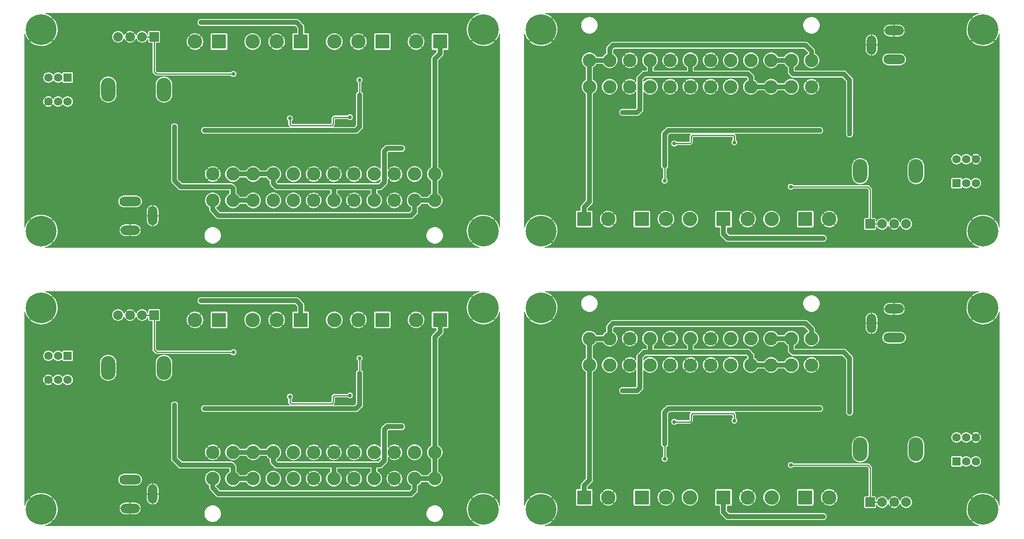
<source format=gbr>
G04 #@! TF.GenerationSoftware,KiCad,Pcbnew,5.1.5-52549c5~86~ubuntu18.04.1*
G04 #@! TF.CreationDate,2020-09-04T15:04:35-03:00*
G04 #@! TF.ProjectId,panel-tp2,70616e65-6c2d-4747-9032-2e6b69636164,v1.0*
G04 #@! TF.SameCoordinates,Original*
G04 #@! TF.FileFunction,Copper,L2,Bot*
G04 #@! TF.FilePolarity,Positive*
%FSLAX46Y46*%
G04 Gerber Fmt 4.6, Leading zero omitted, Abs format (unit mm)*
G04 Created by KiCad (PCBNEW 5.1.5-52549c5~86~ubuntu18.04.1) date 2020-09-04 15:04:35*
%MOMM*%
%LPD*%
G04 APERTURE LIST*
%ADD10C,6.400000*%
%ADD11R,3.000000X3.000000*%
%ADD12C,3.000000*%
%ADD13O,4.500000X2.000000*%
%ADD14O,4.000000X2.000000*%
%ADD15O,2.000000X4.000000*%
%ADD16R,1.750000X1.750000*%
%ADD17C,1.750000*%
%ADD18C,2.800000*%
%ADD19R,2.000000X2.000000*%
%ADD20C,2.000000*%
%ADD21O,3.000000X5.000000*%
%ADD22C,0.800000*%
%ADD23C,1.000000*%
%ADD24C,0.250000*%
%ADD25C,0.200000*%
G04 APERTURE END LIST*
D10*
X230000000Y-133000000D03*
X138000000Y-91000000D03*
D11*
X193000000Y-130500000D03*
D12*
X198000000Y-130500000D03*
X186000000Y-130500000D03*
X181000000Y-130500000D03*
D11*
X176000000Y-130500000D03*
D12*
X169000000Y-130500000D03*
X164000000Y-130500000D03*
D11*
X159000000Y-130500000D03*
X147000000Y-130500000D03*
D12*
X152000000Y-130500000D03*
D13*
X211500000Y-97200000D03*
D14*
X211500000Y-91200000D03*
D15*
X206800000Y-94200000D03*
D16*
X224500000Y-123000000D03*
D17*
X226500000Y-123000000D03*
X228500000Y-123000000D03*
X224500000Y-118000000D03*
X226500000Y-118000000D03*
X228500000Y-118000000D03*
D10*
X138000000Y-133000000D03*
D18*
X148100000Y-97400000D03*
X152300000Y-97400000D03*
X156500000Y-97400000D03*
X160700000Y-97400000D03*
X164900000Y-97400000D03*
X169100000Y-97400000D03*
X173300000Y-97400000D03*
X177500000Y-97400000D03*
X181700000Y-97400000D03*
X185900000Y-97400000D03*
X190100000Y-97400000D03*
X194300000Y-97400000D03*
X148100000Y-102900000D03*
X152300000Y-102900000D03*
X156500000Y-102900000D03*
X160700000Y-102900000D03*
X164900000Y-102900000D03*
X169100000Y-102900000D03*
X173300000Y-102900000D03*
X177500000Y-102900000D03*
X181700000Y-102900000D03*
X185900000Y-102900000D03*
X190100000Y-102900000D03*
X194300000Y-102900000D03*
D10*
X230000000Y-91000000D03*
D19*
X206500000Y-131500000D03*
D20*
X209000000Y-131500000D03*
X211500000Y-131500000D03*
X214000000Y-131500000D03*
D21*
X204450000Y-120500000D03*
X216050000Y-120500000D03*
D10*
X230000000Y-75000000D03*
X138000000Y-33000000D03*
D11*
X193000000Y-72500000D03*
D12*
X198000000Y-72500000D03*
X186000000Y-72500000D03*
X181000000Y-72500000D03*
D11*
X176000000Y-72500000D03*
D12*
X169000000Y-72500000D03*
X164000000Y-72500000D03*
D11*
X159000000Y-72500000D03*
X147000000Y-72500000D03*
D12*
X152000000Y-72500000D03*
D13*
X211500000Y-39200000D03*
D14*
X211500000Y-33200000D03*
D15*
X206800000Y-36200000D03*
D16*
X224500000Y-65000000D03*
D17*
X226500000Y-65000000D03*
X228500000Y-65000000D03*
X224500000Y-60000000D03*
X226500000Y-60000000D03*
X228500000Y-60000000D03*
D10*
X138000000Y-75000000D03*
D18*
X148100000Y-39400000D03*
X152300000Y-39400000D03*
X156500000Y-39400000D03*
X160700000Y-39400000D03*
X164900000Y-39400000D03*
X169100000Y-39400000D03*
X173300000Y-39400000D03*
X177500000Y-39400000D03*
X181700000Y-39400000D03*
X185900000Y-39400000D03*
X190100000Y-39400000D03*
X194300000Y-39400000D03*
X148100000Y-44900000D03*
X152300000Y-44900000D03*
X156500000Y-44900000D03*
X160700000Y-44900000D03*
X164900000Y-44900000D03*
X169100000Y-44900000D03*
X173300000Y-44900000D03*
X177500000Y-44900000D03*
X181700000Y-44900000D03*
X185900000Y-44900000D03*
X190100000Y-44900000D03*
X194300000Y-44900000D03*
D10*
X230000000Y-33000000D03*
D19*
X206500000Y-73500000D03*
D20*
X209000000Y-73500000D03*
X211500000Y-73500000D03*
X214000000Y-73500000D03*
D21*
X204450000Y-62500000D03*
X216050000Y-62500000D03*
D10*
X34000000Y-91000000D03*
X126000000Y-133000000D03*
D11*
X71000000Y-93500000D03*
D12*
X66000000Y-93500000D03*
X78000000Y-93500000D03*
X83000000Y-93500000D03*
D11*
X88000000Y-93500000D03*
D12*
X95000000Y-93500000D03*
X100000000Y-93500000D03*
D11*
X105000000Y-93500000D03*
X117000000Y-93500000D03*
D12*
X112000000Y-93500000D03*
D13*
X52500000Y-126800000D03*
D14*
X52500000Y-132800000D03*
D15*
X57200000Y-129800000D03*
D16*
X39500000Y-101000000D03*
D17*
X37500000Y-101000000D03*
X35500000Y-101000000D03*
X39500000Y-106000000D03*
X37500000Y-106000000D03*
X35500000Y-106000000D03*
D10*
X126000000Y-91000000D03*
D18*
X115900000Y-126600000D03*
X111700000Y-126600000D03*
X107500000Y-126600000D03*
X103300000Y-126600000D03*
X99100000Y-126600000D03*
X94900000Y-126600000D03*
X90700000Y-126600000D03*
X86500000Y-126600000D03*
X82300000Y-126600000D03*
X78100000Y-126600000D03*
X73900000Y-126600000D03*
X69700000Y-126600000D03*
X115900000Y-121100000D03*
X111700000Y-121100000D03*
X107500000Y-121100000D03*
X103300000Y-121100000D03*
X99100000Y-121100000D03*
X94900000Y-121100000D03*
X90700000Y-121100000D03*
X86500000Y-121100000D03*
X82300000Y-121100000D03*
X78100000Y-121100000D03*
X73900000Y-121100000D03*
X69700000Y-121100000D03*
D10*
X34000000Y-133000000D03*
D19*
X57500000Y-92500000D03*
D20*
X55000000Y-92500000D03*
X52500000Y-92500000D03*
X50000000Y-92500000D03*
D21*
X59550000Y-103500000D03*
X47950000Y-103500000D03*
D12*
X66000000Y-35500000D03*
D11*
X71000000Y-35500000D03*
X88000000Y-35500000D03*
D12*
X83000000Y-35500000D03*
X78000000Y-35500000D03*
D11*
X105000000Y-35500000D03*
D12*
X100000000Y-35500000D03*
X95000000Y-35500000D03*
X112000000Y-35500000D03*
D11*
X117000000Y-35500000D03*
D21*
X47950000Y-45500000D03*
X59550000Y-45500000D03*
D20*
X50000000Y-34500000D03*
X52500000Y-34500000D03*
X55000000Y-34500000D03*
D19*
X57500000Y-34500000D03*
D17*
X35500000Y-48000000D03*
X37500000Y-48000000D03*
X39500000Y-48000000D03*
X35500000Y-43000000D03*
X37500000Y-43000000D03*
D16*
X39500000Y-43000000D03*
D18*
X69700000Y-63100000D03*
X73900000Y-63100000D03*
X78100000Y-63100000D03*
X82300000Y-63100000D03*
X86500000Y-63100000D03*
X90700000Y-63100000D03*
X94900000Y-63100000D03*
X99100000Y-63100000D03*
X103300000Y-63100000D03*
X107500000Y-63100000D03*
X111700000Y-63100000D03*
X115900000Y-63100000D03*
X69700000Y-68600000D03*
X73900000Y-68600000D03*
X78100000Y-68600000D03*
X82300000Y-68600000D03*
X86500000Y-68600000D03*
X90700000Y-68600000D03*
X94900000Y-68600000D03*
X99100000Y-68600000D03*
X103300000Y-68600000D03*
X107500000Y-68600000D03*
X111700000Y-68600000D03*
X115900000Y-68600000D03*
D15*
X57200000Y-71800000D03*
D14*
X52500000Y-74800000D03*
D13*
X52500000Y-68800000D03*
D10*
X126000000Y-33000000D03*
X34000000Y-33000000D03*
X34000000Y-75000000D03*
X126000000Y-75000000D03*
D22*
X89900000Y-99200000D03*
X92500000Y-105700000D03*
X87300000Y-99200000D03*
X91200000Y-102300000D03*
X93700000Y-105700000D03*
X89900000Y-103300000D03*
X89900000Y-101300000D03*
X89900000Y-102300000D03*
X89900000Y-105700000D03*
X91200000Y-99200000D03*
X91200000Y-105700000D03*
X91200000Y-103300000D03*
X92500000Y-99200000D03*
X88600000Y-99200000D03*
X93700000Y-99200000D03*
X91200000Y-101300000D03*
X100250000Y-105850000D03*
X68000000Y-112000000D03*
X100250000Y-101500000D03*
X69250000Y-112000000D03*
X100250000Y-104600000D03*
X61750000Y-111250000D03*
X68499992Y-89500000D03*
X61750000Y-112500000D03*
X67250004Y-89500000D03*
X107750000Y-115750000D03*
X109000000Y-115750000D03*
X98250000Y-109250000D03*
X85750000Y-109500000D03*
X74000000Y-100250000D03*
X174100000Y-66800000D03*
X171500000Y-60300000D03*
X176700000Y-66800000D03*
X172800000Y-63700000D03*
X170300000Y-60300000D03*
X174100000Y-62700000D03*
X174100000Y-64700000D03*
X174100000Y-63700000D03*
X174100000Y-60300000D03*
X172800000Y-66800000D03*
X172800000Y-60300000D03*
X172800000Y-62700000D03*
X171500000Y-66800000D03*
X175400000Y-66800000D03*
X170300000Y-66800000D03*
X172800000Y-64700000D03*
X163750000Y-60150000D03*
X196000000Y-54000000D03*
X163750000Y-64500000D03*
X194750000Y-54000000D03*
X163750000Y-61400000D03*
X202250000Y-54750000D03*
X195500008Y-76500000D03*
X202250000Y-53500000D03*
X196749996Y-76500000D03*
X156250000Y-50250000D03*
X155000000Y-50250000D03*
X165750000Y-56750000D03*
X178250000Y-56500000D03*
X190000000Y-65750000D03*
X174100000Y-124800000D03*
X171500000Y-118300000D03*
X176700000Y-124800000D03*
X172800000Y-121700000D03*
X170300000Y-118300000D03*
X174100000Y-120700000D03*
X174100000Y-122700000D03*
X174100000Y-121700000D03*
X174100000Y-118300000D03*
X172800000Y-124800000D03*
X172800000Y-118300000D03*
X172800000Y-120700000D03*
X171500000Y-124800000D03*
X175400000Y-124800000D03*
X170300000Y-124800000D03*
X172800000Y-122700000D03*
X163750000Y-118150000D03*
X196000000Y-112000000D03*
X163750000Y-122500000D03*
X194750000Y-112000000D03*
X163750000Y-119400000D03*
X202250000Y-112750000D03*
X195500008Y-134500000D03*
X202250000Y-111500000D03*
X196749996Y-134500000D03*
X156250000Y-108250000D03*
X155000000Y-108250000D03*
X165750000Y-114750000D03*
X178250000Y-114500000D03*
X190000000Y-123750000D03*
X91200000Y-47700000D03*
X92500000Y-47700000D03*
X93700000Y-47700000D03*
X89900000Y-47700000D03*
X91200000Y-41200000D03*
X92500000Y-41200000D03*
X93700000Y-41200000D03*
X89900000Y-41200000D03*
X88600000Y-41200000D03*
X87300000Y-41200000D03*
X91200000Y-45300000D03*
X91200000Y-43300000D03*
X89900000Y-45300000D03*
X89900000Y-43300000D03*
X89900000Y-44300000D03*
X91200000Y-44300000D03*
X100250000Y-46600000D03*
X100250000Y-47850000D03*
X69250000Y-54000000D03*
X68000000Y-54000000D03*
X100250000Y-43500000D03*
X61750000Y-54500000D03*
X61750000Y-53250000D03*
X68499992Y-31500000D03*
X67250004Y-31500000D03*
X109000000Y-57750000D03*
X107750000Y-57750000D03*
X98250000Y-51250000D03*
X85750000Y-51500000D03*
X74000000Y-42250000D03*
D23*
X100250000Y-111250000D02*
X99500000Y-112000000D01*
X100250000Y-105850000D02*
X100250000Y-104600000D01*
X100250000Y-105850000D02*
X100250000Y-111250000D01*
X99500000Y-112000000D02*
X69250000Y-112000000D01*
D24*
X100250000Y-104600000D02*
X100250000Y-101500000D01*
D23*
X69250000Y-112000000D02*
X68000000Y-112000000D01*
X61750000Y-122500000D02*
X63000000Y-123750000D01*
X63000000Y-123750000D02*
X73500000Y-123750000D01*
X67815689Y-89500000D02*
X67250004Y-89500000D01*
X73500000Y-123750000D02*
X73900000Y-124150000D01*
X87125000Y-89500000D02*
X67815689Y-89500000D01*
X88000000Y-93500000D02*
X88000000Y-90375000D01*
X88000000Y-90375000D02*
X87125000Y-89500000D01*
X61750000Y-111250000D02*
X61750000Y-122500000D01*
X73900000Y-126600000D02*
X78100000Y-126600000D01*
X73900000Y-124150000D02*
X73900000Y-126600000D01*
X105400000Y-122850000D02*
X105400000Y-116350000D01*
X78100000Y-121100000D02*
X82300000Y-121100000D01*
X109000000Y-115750000D02*
X107750000Y-115750000D01*
X103300000Y-126600000D02*
X103300000Y-126550000D01*
X105400000Y-116350000D02*
X106000000Y-115750000D01*
X73900000Y-121100000D02*
X78100000Y-121100000D01*
X94900000Y-123750000D02*
X103250000Y-123750000D01*
X104500000Y-123750000D02*
X105400000Y-122850000D01*
X103250000Y-123750000D02*
X104500000Y-123750000D01*
X107750000Y-115750000D02*
X106000000Y-115750000D01*
X103250000Y-123750000D02*
X103300000Y-126600000D01*
X83000000Y-123750000D02*
X94900000Y-123750000D01*
X82300000Y-123050000D02*
X83000000Y-123750000D01*
X94900000Y-126600000D02*
X94900000Y-123750000D01*
X82300000Y-121100000D02*
X82300000Y-123050000D01*
X111700000Y-129000000D02*
X111700000Y-126600000D01*
X69700000Y-128529898D02*
X70920102Y-129750000D01*
X70920102Y-129750000D02*
X110950000Y-129750000D01*
X115900000Y-121100000D02*
X115900000Y-97100000D01*
X69700000Y-126600000D02*
X69700000Y-128529898D01*
X110950000Y-129750000D02*
X111700000Y-129000000D01*
X115900000Y-126600000D02*
X115900000Y-121100000D01*
X111700000Y-126600000D02*
X115900000Y-126600000D01*
X115900000Y-97100000D02*
X117000000Y-96000000D01*
X117000000Y-96000000D02*
X117000000Y-93500000D01*
D24*
X94500000Y-111000000D02*
X86000000Y-111000000D01*
X85750000Y-110750000D02*
X85750000Y-109500000D01*
X94750000Y-109500000D02*
X94750000Y-110750000D01*
X95000000Y-109250000D02*
X94750000Y-109500000D01*
X98250000Y-109250000D02*
X95000000Y-109250000D01*
X94750000Y-110750000D02*
X94500000Y-111000000D01*
X86000000Y-111000000D02*
X85750000Y-110750000D01*
X57500000Y-99750000D02*
X57500000Y-92500000D01*
X74000000Y-100250000D02*
X58000000Y-100250000D01*
X58000000Y-100250000D02*
X57500000Y-99750000D01*
X57500000Y-92500000D02*
X55000000Y-92500000D01*
D23*
X163750000Y-54750000D02*
X164500000Y-54000000D01*
X163750000Y-60150000D02*
X163750000Y-61400000D01*
X163750000Y-60150000D02*
X163750000Y-54750000D01*
X164500000Y-54000000D02*
X194750000Y-54000000D01*
D24*
X163750000Y-61400000D02*
X163750000Y-64500000D01*
D23*
X194750000Y-54000000D02*
X196000000Y-54000000D01*
X202250000Y-43500000D02*
X201000000Y-42250000D01*
X201000000Y-42250000D02*
X190500000Y-42250000D01*
X196184311Y-76500000D02*
X196749996Y-76500000D01*
X190500000Y-42250000D02*
X190100000Y-41850000D01*
X176875000Y-76500000D02*
X196184311Y-76500000D01*
X176000000Y-72500000D02*
X176000000Y-75625000D01*
X176000000Y-75625000D02*
X176875000Y-76500000D01*
X202250000Y-54750000D02*
X202250000Y-43500000D01*
X190100000Y-39400000D02*
X185900000Y-39400000D01*
X190100000Y-41850000D02*
X190100000Y-39400000D01*
X158600000Y-43150000D02*
X158600000Y-49650000D01*
X185900000Y-44900000D02*
X181700000Y-44900000D01*
X155000000Y-50250000D02*
X156250000Y-50250000D01*
X160700000Y-39400000D02*
X160700000Y-39450000D01*
X158600000Y-49650000D02*
X158000000Y-50250000D01*
X190100000Y-44900000D02*
X185900000Y-44900000D01*
X169100000Y-42250000D02*
X160750000Y-42250000D01*
X159500000Y-42250000D02*
X158600000Y-43150000D01*
X160750000Y-42250000D02*
X159500000Y-42250000D01*
X156250000Y-50250000D02*
X158000000Y-50250000D01*
X160750000Y-42250000D02*
X160700000Y-39400000D01*
X181000000Y-42250000D02*
X169100000Y-42250000D01*
X181700000Y-42950000D02*
X181000000Y-42250000D01*
X169100000Y-39400000D02*
X169100000Y-42250000D01*
X181700000Y-44900000D02*
X181700000Y-42950000D01*
X152300000Y-37000000D02*
X152300000Y-39400000D01*
X194300000Y-37470102D02*
X193079898Y-36250000D01*
X193079898Y-36250000D02*
X153050000Y-36250000D01*
X148100000Y-44900000D02*
X148100000Y-68900000D01*
X194300000Y-39400000D02*
X194300000Y-37470102D01*
X153050000Y-36250000D02*
X152300000Y-37000000D01*
X148100000Y-39400000D02*
X148100000Y-44900000D01*
X152300000Y-39400000D02*
X148100000Y-39400000D01*
X148100000Y-68900000D02*
X147000000Y-70000000D01*
X147000000Y-70000000D02*
X147000000Y-72500000D01*
D24*
X169500000Y-55000000D02*
X178000000Y-55000000D01*
X178250000Y-55250000D02*
X178250000Y-56500000D01*
X169250000Y-56500000D02*
X169250000Y-55250000D01*
X169000000Y-56750000D02*
X169250000Y-56500000D01*
X165750000Y-56750000D02*
X169000000Y-56750000D01*
X169250000Y-55250000D02*
X169500000Y-55000000D01*
X178000000Y-55000000D02*
X178250000Y-55250000D01*
X206500000Y-66250000D02*
X206500000Y-73500000D01*
X190000000Y-65750000D02*
X206000000Y-65750000D01*
X206000000Y-65750000D02*
X206500000Y-66250000D01*
X206500000Y-73500000D02*
X209000000Y-73500000D01*
D23*
X163750000Y-112750000D02*
X164500000Y-112000000D01*
X163750000Y-118150000D02*
X163750000Y-119400000D01*
X163750000Y-118150000D02*
X163750000Y-112750000D01*
X164500000Y-112000000D02*
X194750000Y-112000000D01*
D24*
X163750000Y-119400000D02*
X163750000Y-122500000D01*
D23*
X194750000Y-112000000D02*
X196000000Y-112000000D01*
X202250000Y-101500000D02*
X201000000Y-100250000D01*
X201000000Y-100250000D02*
X190500000Y-100250000D01*
X196184311Y-134500000D02*
X196749996Y-134500000D01*
X190500000Y-100250000D02*
X190100000Y-99850000D01*
X176875000Y-134500000D02*
X196184311Y-134500000D01*
X176000000Y-130500000D02*
X176000000Y-133625000D01*
X176000000Y-133625000D02*
X176875000Y-134500000D01*
X202250000Y-112750000D02*
X202250000Y-101500000D01*
X190100000Y-97400000D02*
X185900000Y-97400000D01*
X190100000Y-99850000D02*
X190100000Y-97400000D01*
X158600000Y-101150000D02*
X158600000Y-107650000D01*
X185900000Y-102900000D02*
X181700000Y-102900000D01*
X155000000Y-108250000D02*
X156250000Y-108250000D01*
X160700000Y-97400000D02*
X160700000Y-97450000D01*
X158600000Y-107650000D02*
X158000000Y-108250000D01*
X190100000Y-102900000D02*
X185900000Y-102900000D01*
X169100000Y-100250000D02*
X160750000Y-100250000D01*
X159500000Y-100250000D02*
X158600000Y-101150000D01*
X160750000Y-100250000D02*
X159500000Y-100250000D01*
X156250000Y-108250000D02*
X158000000Y-108250000D01*
X160750000Y-100250000D02*
X160700000Y-97400000D01*
X181000000Y-100250000D02*
X169100000Y-100250000D01*
X181700000Y-100950000D02*
X181000000Y-100250000D01*
X169100000Y-97400000D02*
X169100000Y-100250000D01*
X181700000Y-102900000D02*
X181700000Y-100950000D01*
X152300000Y-95000000D02*
X152300000Y-97400000D01*
X194300000Y-95470102D02*
X193079898Y-94250000D01*
X193079898Y-94250000D02*
X153050000Y-94250000D01*
X148100000Y-102900000D02*
X148100000Y-126900000D01*
X194300000Y-97400000D02*
X194300000Y-95470102D01*
X153050000Y-94250000D02*
X152300000Y-95000000D01*
X148100000Y-97400000D02*
X148100000Y-102900000D01*
X152300000Y-97400000D02*
X148100000Y-97400000D01*
X148100000Y-126900000D02*
X147000000Y-128000000D01*
X147000000Y-128000000D02*
X147000000Y-130500000D01*
D24*
X169500000Y-113000000D02*
X178000000Y-113000000D01*
X178250000Y-113250000D02*
X178250000Y-114500000D01*
X169250000Y-114500000D02*
X169250000Y-113250000D01*
X169000000Y-114750000D02*
X169250000Y-114500000D01*
X165750000Y-114750000D02*
X169000000Y-114750000D01*
X169250000Y-113250000D02*
X169500000Y-113000000D01*
X178000000Y-113000000D02*
X178250000Y-113250000D01*
X206500000Y-124250000D02*
X206500000Y-131500000D01*
X190000000Y-123750000D02*
X206000000Y-123750000D01*
X206000000Y-123750000D02*
X206500000Y-124250000D01*
X206500000Y-131500000D02*
X209000000Y-131500000D01*
D23*
X69250000Y-54000000D02*
X68000000Y-54000000D01*
X99500000Y-54000000D02*
X69250000Y-54000000D01*
X100250000Y-47850000D02*
X100250000Y-53250000D01*
X100250000Y-53250000D02*
X99500000Y-54000000D01*
X100250000Y-47850000D02*
X100250000Y-46600000D01*
D24*
X100250000Y-46600000D02*
X100250000Y-43500000D01*
D23*
X87125000Y-31500000D02*
X67815689Y-31500000D01*
X67815689Y-31500000D02*
X67250004Y-31500000D01*
X88000000Y-35500000D02*
X88000000Y-32375000D01*
X88000000Y-32375000D02*
X87125000Y-31500000D01*
X73900000Y-66150000D02*
X73900000Y-68600000D01*
X73500000Y-65750000D02*
X73900000Y-66150000D01*
X63000000Y-65750000D02*
X73500000Y-65750000D01*
X61750000Y-53250000D02*
X61750000Y-64500000D01*
X61750000Y-64500000D02*
X63000000Y-65750000D01*
X73900000Y-68600000D02*
X78100000Y-68600000D01*
X94900000Y-65750000D02*
X103250000Y-65750000D01*
X105400000Y-58350000D02*
X106000000Y-57750000D01*
X105400000Y-64850000D02*
X105400000Y-58350000D01*
X103250000Y-65750000D02*
X104500000Y-65750000D01*
X104500000Y-65750000D02*
X105400000Y-64850000D01*
X109000000Y-57750000D02*
X107750000Y-57750000D01*
X107750000Y-57750000D02*
X106000000Y-57750000D01*
X73900000Y-63100000D02*
X78100000Y-63100000D01*
X83000000Y-65750000D02*
X94900000Y-65750000D01*
X82300000Y-65050000D02*
X83000000Y-65750000D01*
X78100000Y-63100000D02*
X82300000Y-63100000D01*
X82300000Y-63100000D02*
X82300000Y-65050000D01*
X103300000Y-68600000D02*
X103300000Y-68550000D01*
X103250000Y-65750000D02*
X103300000Y-68600000D01*
X94900000Y-68600000D02*
X94900000Y-65750000D01*
X117000000Y-38000000D02*
X117000000Y-35500000D01*
X115900000Y-39100000D02*
X117000000Y-38000000D01*
X115900000Y-63100000D02*
X115900000Y-39100000D01*
X115900000Y-68600000D02*
X115900000Y-63100000D01*
X111700000Y-68600000D02*
X115900000Y-68600000D01*
X111700000Y-71000000D02*
X111700000Y-68600000D01*
X110950000Y-71750000D02*
X111700000Y-71000000D01*
X70920102Y-71750000D02*
X110950000Y-71750000D01*
X69700000Y-68600000D02*
X69700000Y-70529898D01*
X69700000Y-70529898D02*
X70920102Y-71750000D01*
D24*
X85750000Y-52750000D02*
X85750000Y-51500000D01*
X86000000Y-53000000D02*
X85750000Y-52750000D01*
X94750000Y-52750000D02*
X94500000Y-53000000D01*
X94750000Y-51500000D02*
X94750000Y-52750000D01*
X94500000Y-53000000D02*
X86000000Y-53000000D01*
X98250000Y-51250000D02*
X95000000Y-51250000D01*
X95000000Y-51250000D02*
X94750000Y-51500000D01*
X57500000Y-34500000D02*
X55000000Y-34500000D01*
X57500000Y-41750000D02*
X57500000Y-34500000D01*
X74000000Y-42250000D02*
X58000000Y-42250000D01*
X58000000Y-42250000D02*
X57500000Y-41750000D01*
D25*
G36*
X35240695Y-78290821D02*
G01*
X35858863Y-77985541D01*
X36046925Y-77859883D01*
X36416074Y-77451429D01*
X34000000Y-75035355D01*
X33985857Y-75049497D01*
X33950502Y-75014142D01*
X33964645Y-75000000D01*
X31548571Y-72583926D01*
X31140117Y-72953075D01*
X30795734Y-73550341D01*
X30600000Y-74128023D01*
X30600000Y-33834151D01*
X30709179Y-34240695D01*
X31014459Y-34858863D01*
X31140117Y-35046925D01*
X31548571Y-35416074D01*
X33964645Y-33000000D01*
X33950502Y-32985857D01*
X33985857Y-32950502D01*
X34000000Y-32964645D01*
X36416074Y-30548571D01*
X36046925Y-30140117D01*
X35449659Y-29795734D01*
X34871977Y-29600000D01*
X125165849Y-29600000D01*
X124759305Y-29709179D01*
X124141137Y-30014459D01*
X123953075Y-30140117D01*
X123583926Y-30548571D01*
X126000000Y-32964645D01*
X126014142Y-32950502D01*
X126049497Y-32985857D01*
X126035355Y-33000000D01*
X125964645Y-33000000D01*
X123548571Y-30583926D01*
X123140117Y-30953075D01*
X122795734Y-31550341D01*
X122574488Y-32203318D01*
X122484884Y-32886910D01*
X122530363Y-33574848D01*
X122709179Y-34240695D01*
X123014459Y-34858863D01*
X123140117Y-35046925D01*
X123548571Y-35416074D01*
X125964645Y-33000000D01*
X126035355Y-33000000D01*
X128451429Y-35416074D01*
X128859883Y-35046925D01*
X129204266Y-34449659D01*
X129400000Y-33871977D01*
X129400000Y-35451429D01*
X128416074Y-35451429D01*
X126000000Y-33035355D01*
X123583926Y-35451429D01*
X123953075Y-35859883D01*
X124550341Y-36204266D01*
X125203318Y-36425512D01*
X125886910Y-36515116D01*
X126574848Y-36469637D01*
X127240695Y-36290821D01*
X127858863Y-35985541D01*
X128046925Y-35859883D01*
X128416074Y-35451429D01*
X129400000Y-35451429D01*
X129400000Y-37000000D01*
X118801451Y-37000000D01*
X118801451Y-34000000D01*
X118795659Y-33941190D01*
X118778504Y-33884640D01*
X118750647Y-33832523D01*
X118713158Y-33786842D01*
X118667477Y-33749353D01*
X118615360Y-33721496D01*
X118558810Y-33704341D01*
X118500000Y-33698549D01*
X115500000Y-33698549D01*
X115441190Y-33704341D01*
X115384640Y-33721496D01*
X115332523Y-33749353D01*
X115286842Y-33786842D01*
X115249353Y-33832523D01*
X115221496Y-33884640D01*
X115204341Y-33941190D01*
X115198549Y-34000000D01*
X115198549Y-34256532D01*
X113208112Y-34256532D01*
X113042805Y-34022169D01*
X112734458Y-33847124D01*
X112397885Y-33735597D01*
X112046022Y-33691876D01*
X111692391Y-33717640D01*
X111350580Y-33811900D01*
X111033727Y-33971032D01*
X110957195Y-34022169D01*
X110791888Y-34256532D01*
X112000000Y-35464645D01*
X113208112Y-34256532D01*
X115198549Y-34256532D01*
X115198549Y-35546022D01*
X113808124Y-35546022D01*
X113782360Y-35192391D01*
X113688100Y-34850580D01*
X113528968Y-34533727D01*
X113477831Y-34457195D01*
X113243468Y-34291888D01*
X112035355Y-35500000D01*
X111964645Y-35500000D01*
X110756532Y-34291888D01*
X110522169Y-34457195D01*
X110347124Y-34765542D01*
X110235597Y-35102115D01*
X110191876Y-35453978D01*
X110217640Y-35807609D01*
X110311900Y-36149420D01*
X110471032Y-36466273D01*
X110522169Y-36542805D01*
X110756532Y-36708112D01*
X111964645Y-35500000D01*
X112035355Y-35500000D01*
X113243468Y-36708112D01*
X113477831Y-36542805D01*
X113652876Y-36234458D01*
X113764403Y-35897885D01*
X113808124Y-35546022D01*
X115198549Y-35546022D01*
X115198549Y-36743468D01*
X113208112Y-36743468D01*
X112000000Y-35535355D01*
X110791888Y-36743468D01*
X110957195Y-36977831D01*
X110996246Y-37000000D01*
X106801451Y-37000000D01*
X106801451Y-34000000D01*
X106795659Y-33941190D01*
X106778504Y-33884640D01*
X106750647Y-33832523D01*
X106713158Y-33786842D01*
X106667477Y-33749353D01*
X106615360Y-33721496D01*
X106558810Y-33704341D01*
X106500000Y-33698549D01*
X103500000Y-33698549D01*
X103441190Y-33704341D01*
X103384640Y-33721496D01*
X103332523Y-33749353D01*
X103286842Y-33786842D01*
X103249353Y-33832523D01*
X103221496Y-33884640D01*
X103204341Y-33941190D01*
X103198549Y-34000000D01*
X103198549Y-34256532D01*
X101208112Y-34256532D01*
X101042805Y-34022169D01*
X100734458Y-33847124D01*
X100397885Y-33735597D01*
X100046022Y-33691876D01*
X99692391Y-33717640D01*
X99350580Y-33811900D01*
X99033727Y-33971032D01*
X98957195Y-34022169D01*
X98791888Y-34256532D01*
X100000000Y-35464645D01*
X101208112Y-34256532D01*
X103198549Y-34256532D01*
X103198549Y-35546022D01*
X101808124Y-35546022D01*
X101782360Y-35192391D01*
X101688100Y-34850580D01*
X101528968Y-34533727D01*
X101477831Y-34457195D01*
X101243468Y-34291888D01*
X100035355Y-35500000D01*
X99964645Y-35500000D01*
X98756532Y-34291888D01*
X98522169Y-34457195D01*
X98347124Y-34765542D01*
X98235597Y-35102115D01*
X98191876Y-35453978D01*
X98208145Y-35677284D01*
X96800000Y-35677284D01*
X96800000Y-35322716D01*
X96730827Y-34974959D01*
X96595139Y-34647380D01*
X96398151Y-34352567D01*
X96147433Y-34101849D01*
X95852620Y-33904861D01*
X95525041Y-33769173D01*
X95177284Y-33700000D01*
X94822716Y-33700000D01*
X94474959Y-33769173D01*
X94147380Y-33904861D01*
X93852567Y-34101849D01*
X93601849Y-34352567D01*
X93404861Y-34647380D01*
X93269173Y-34974959D01*
X93200000Y-35322716D01*
X93200000Y-35677284D01*
X93269173Y-36025041D01*
X93404861Y-36352620D01*
X93601849Y-36647433D01*
X93852567Y-36898151D01*
X94004994Y-37000000D01*
X89801451Y-37000000D01*
X89801451Y-34000000D01*
X89795659Y-33941190D01*
X89778504Y-33884640D01*
X89750647Y-33832523D01*
X89713158Y-33786842D01*
X89667477Y-33749353D01*
X89615360Y-33721496D01*
X89558810Y-33704341D01*
X89500000Y-33698549D01*
X88799999Y-33698549D01*
X88799999Y-32414300D01*
X88803870Y-32375000D01*
X88788423Y-32218173D01*
X88742679Y-32067373D01*
X88668393Y-31928394D01*
X88593469Y-31837099D01*
X88568421Y-31806578D01*
X88537901Y-31781531D01*
X87718473Y-30962103D01*
X87693422Y-30931578D01*
X87631023Y-30880369D01*
X87571607Y-30831607D01*
X87507236Y-30797200D01*
X87432628Y-30757321D01*
X87281827Y-30711576D01*
X87164293Y-30700000D01*
X87164291Y-30700000D01*
X87125000Y-30696130D01*
X87085709Y-30700000D01*
X67210711Y-30700000D01*
X67093177Y-30711576D01*
X66942376Y-30757321D01*
X66803398Y-30831607D01*
X66681582Y-30931578D01*
X66581611Y-31053394D01*
X66507325Y-31192372D01*
X66461580Y-31343173D01*
X66446134Y-31500000D01*
X66461580Y-31656827D01*
X66507325Y-31807628D01*
X66581611Y-31946606D01*
X66681582Y-32068422D01*
X66803398Y-32168393D01*
X66942376Y-32242679D01*
X67093177Y-32288424D01*
X67210711Y-32300000D01*
X86793630Y-32300000D01*
X87200000Y-32706370D01*
X87200000Y-33113090D01*
X37515116Y-33113090D01*
X37469637Y-32425152D01*
X37290821Y-31759305D01*
X36985541Y-31141137D01*
X36859883Y-30953075D01*
X36451429Y-30583926D01*
X34035355Y-33000000D01*
X36451429Y-35416074D01*
X36859883Y-35046925D01*
X37204266Y-34449659D01*
X37425512Y-33796682D01*
X37515116Y-33113090D01*
X87200000Y-33113090D01*
X87200000Y-33698549D01*
X86500000Y-33698549D01*
X86441190Y-33704341D01*
X86384640Y-33721496D01*
X86332523Y-33749353D01*
X86286842Y-33786842D01*
X86249353Y-33832523D01*
X86221496Y-33884640D01*
X86204341Y-33941190D01*
X86198549Y-34000000D01*
X86198549Y-34256532D01*
X84208112Y-34256532D01*
X84042805Y-34022169D01*
X83734458Y-33847124D01*
X83397885Y-33735597D01*
X83046022Y-33691876D01*
X82692391Y-33717640D01*
X82350580Y-33811900D01*
X82033727Y-33971032D01*
X81957195Y-34022169D01*
X81791888Y-34256532D01*
X83000000Y-35464645D01*
X84208112Y-34256532D01*
X86198549Y-34256532D01*
X86198549Y-35546022D01*
X84808124Y-35546022D01*
X84782360Y-35192391D01*
X84688100Y-34850580D01*
X84528968Y-34533727D01*
X84477831Y-34457195D01*
X84243468Y-34291888D01*
X83035355Y-35500000D01*
X82964645Y-35500000D01*
X81756532Y-34291888D01*
X81522169Y-34457195D01*
X81347124Y-34765542D01*
X81235597Y-35102115D01*
X81191876Y-35453978D01*
X81208145Y-35677284D01*
X79800000Y-35677284D01*
X79800000Y-35322716D01*
X79730827Y-34974959D01*
X79595139Y-34647380D01*
X79398151Y-34352567D01*
X79147433Y-34101849D01*
X78852620Y-33904861D01*
X78525041Y-33769173D01*
X78177284Y-33700000D01*
X77822716Y-33700000D01*
X77474959Y-33769173D01*
X77147380Y-33904861D01*
X76852567Y-34101849D01*
X76601849Y-34352567D01*
X76404861Y-34647380D01*
X76269173Y-34974959D01*
X76200000Y-35322716D01*
X76200000Y-35677284D01*
X76269173Y-36025041D01*
X76404861Y-36352620D01*
X76601849Y-36647433D01*
X76852567Y-36898151D01*
X77004994Y-37000000D01*
X72801451Y-37000000D01*
X72801451Y-34000000D01*
X72795659Y-33941190D01*
X72778504Y-33884640D01*
X72750647Y-33832523D01*
X72713158Y-33786842D01*
X72667477Y-33749353D01*
X72615360Y-33721496D01*
X72558810Y-33704341D01*
X72500000Y-33698549D01*
X69500000Y-33698549D01*
X69441190Y-33704341D01*
X69384640Y-33721496D01*
X69332523Y-33749353D01*
X69286842Y-33786842D01*
X69249353Y-33832523D01*
X69221496Y-33884640D01*
X69204341Y-33941190D01*
X69198549Y-34000000D01*
X69198549Y-34256532D01*
X67208112Y-34256532D01*
X67042805Y-34022169D01*
X66734458Y-33847124D01*
X66397885Y-33735597D01*
X66046022Y-33691876D01*
X65692391Y-33717640D01*
X65350580Y-33811900D01*
X65033727Y-33971032D01*
X64957195Y-34022169D01*
X64791888Y-34256532D01*
X66000000Y-35464645D01*
X67208112Y-34256532D01*
X69198549Y-34256532D01*
X69198549Y-35546022D01*
X67808124Y-35546022D01*
X67782360Y-35192391D01*
X67688100Y-34850580D01*
X67528968Y-34533727D01*
X67477831Y-34457195D01*
X67243468Y-34291888D01*
X66035355Y-35500000D01*
X65964645Y-35500000D01*
X64756532Y-34291888D01*
X64522169Y-34457195D01*
X64347124Y-34765542D01*
X64235597Y-35102115D01*
X64191876Y-35453978D01*
X64217640Y-35807609D01*
X64311900Y-36149420D01*
X64471032Y-36466273D01*
X64522169Y-36542805D01*
X64756532Y-36708112D01*
X65964645Y-35500000D01*
X66035355Y-35500000D01*
X67243468Y-36708112D01*
X67477831Y-36542805D01*
X67652876Y-36234458D01*
X67764403Y-35897885D01*
X67808124Y-35546022D01*
X69198549Y-35546022D01*
X69198549Y-36743468D01*
X67208112Y-36743468D01*
X66000000Y-35535355D01*
X64791888Y-36743468D01*
X64957195Y-36977831D01*
X65265542Y-37152876D01*
X65602115Y-37264403D01*
X65953978Y-37308124D01*
X66307609Y-37282360D01*
X66649420Y-37188100D01*
X66966273Y-37028968D01*
X67042805Y-36977831D01*
X67208112Y-36743468D01*
X69198549Y-36743468D01*
X69198549Y-37000000D01*
X69204341Y-37058810D01*
X69221496Y-37115360D01*
X69249353Y-37167477D01*
X69286842Y-37213158D01*
X69332523Y-37250647D01*
X69384640Y-37278504D01*
X69441190Y-37295659D01*
X69500000Y-37301451D01*
X72500000Y-37301451D01*
X72558810Y-37295659D01*
X72615360Y-37278504D01*
X72667477Y-37250647D01*
X72713158Y-37213158D01*
X72750647Y-37167477D01*
X72778504Y-37115360D01*
X72795659Y-37058810D01*
X72801451Y-37000000D01*
X77004994Y-37000000D01*
X77147380Y-37095139D01*
X77474959Y-37230827D01*
X77822716Y-37300000D01*
X78177284Y-37300000D01*
X78525041Y-37230827D01*
X78852620Y-37095139D01*
X79147433Y-36898151D01*
X79398151Y-36647433D01*
X79595139Y-36352620D01*
X79730827Y-36025041D01*
X79800000Y-35677284D01*
X81208145Y-35677284D01*
X81217640Y-35807609D01*
X81311900Y-36149420D01*
X81471032Y-36466273D01*
X81522169Y-36542805D01*
X81756532Y-36708112D01*
X82964645Y-35500000D01*
X83035355Y-35500000D01*
X84243468Y-36708112D01*
X84477831Y-36542805D01*
X84652876Y-36234458D01*
X84764403Y-35897885D01*
X84808124Y-35546022D01*
X86198549Y-35546022D01*
X86198549Y-36743468D01*
X84208112Y-36743468D01*
X83000000Y-35535355D01*
X81791888Y-36743468D01*
X81957195Y-36977831D01*
X82265542Y-37152876D01*
X82602115Y-37264403D01*
X82953978Y-37308124D01*
X83307609Y-37282360D01*
X83649420Y-37188100D01*
X83966273Y-37028968D01*
X84042805Y-36977831D01*
X84208112Y-36743468D01*
X86198549Y-36743468D01*
X86198549Y-37000000D01*
X86204341Y-37058810D01*
X86221496Y-37115360D01*
X86249353Y-37167477D01*
X86286842Y-37213158D01*
X86332523Y-37250647D01*
X86384640Y-37278504D01*
X86441190Y-37295659D01*
X86500000Y-37301451D01*
X89500000Y-37301451D01*
X89558810Y-37295659D01*
X89615360Y-37278504D01*
X89667477Y-37250647D01*
X89713158Y-37213158D01*
X89750647Y-37167477D01*
X89778504Y-37115360D01*
X89795659Y-37058810D01*
X89801451Y-37000000D01*
X94004994Y-37000000D01*
X94147380Y-37095139D01*
X94474959Y-37230827D01*
X94822716Y-37300000D01*
X95177284Y-37300000D01*
X95525041Y-37230827D01*
X95852620Y-37095139D01*
X96147433Y-36898151D01*
X96398151Y-36647433D01*
X96595139Y-36352620D01*
X96730827Y-36025041D01*
X96800000Y-35677284D01*
X98208145Y-35677284D01*
X98217640Y-35807609D01*
X98311900Y-36149420D01*
X98471032Y-36466273D01*
X98522169Y-36542805D01*
X98756532Y-36708112D01*
X99964645Y-35500000D01*
X100035355Y-35500000D01*
X101243468Y-36708112D01*
X101477831Y-36542805D01*
X101652876Y-36234458D01*
X101764403Y-35897885D01*
X101808124Y-35546022D01*
X103198549Y-35546022D01*
X103198549Y-36743468D01*
X101208112Y-36743468D01*
X100000000Y-35535355D01*
X98791888Y-36743468D01*
X98957195Y-36977831D01*
X99265542Y-37152876D01*
X99602115Y-37264403D01*
X99953978Y-37308124D01*
X100307609Y-37282360D01*
X100649420Y-37188100D01*
X100966273Y-37028968D01*
X101042805Y-36977831D01*
X101208112Y-36743468D01*
X103198549Y-36743468D01*
X103198549Y-37000000D01*
X103204341Y-37058810D01*
X103221496Y-37115360D01*
X103249353Y-37167477D01*
X103286842Y-37213158D01*
X103332523Y-37250647D01*
X103384640Y-37278504D01*
X103441190Y-37295659D01*
X103500000Y-37301451D01*
X106500000Y-37301451D01*
X106558810Y-37295659D01*
X106615360Y-37278504D01*
X106667477Y-37250647D01*
X106713158Y-37213158D01*
X106750647Y-37167477D01*
X106778504Y-37115360D01*
X106795659Y-37058810D01*
X106801451Y-37000000D01*
X110996246Y-37000000D01*
X111265542Y-37152876D01*
X111602115Y-37264403D01*
X111953978Y-37308124D01*
X112307609Y-37282360D01*
X112649420Y-37188100D01*
X112966273Y-37028968D01*
X113042805Y-36977831D01*
X113208112Y-36743468D01*
X115198549Y-36743468D01*
X115198549Y-37000000D01*
X115204341Y-37058810D01*
X115221496Y-37115360D01*
X115249353Y-37167477D01*
X115286842Y-37213158D01*
X115332523Y-37250647D01*
X115384640Y-37278504D01*
X115441190Y-37295659D01*
X115500000Y-37301451D01*
X116200000Y-37301451D01*
X116200000Y-37668630D01*
X115362098Y-38506531D01*
X115331578Y-38531578D01*
X115301341Y-38568422D01*
X115231607Y-38653393D01*
X115157321Y-38792372D01*
X115153833Y-38803870D01*
X115111576Y-38943173D01*
X115100000Y-39060707D01*
X115100000Y-39060709D01*
X115096130Y-39100000D01*
X115100000Y-39139291D01*
X115100000Y-42318944D01*
X74700000Y-42318944D01*
X74700000Y-42181056D01*
X74673099Y-42045818D01*
X74620332Y-41918426D01*
X74543726Y-41803776D01*
X74446224Y-41706274D01*
X74331574Y-41629668D01*
X74204182Y-41576901D01*
X74068944Y-41550000D01*
X73931056Y-41550000D01*
X73795818Y-41576901D01*
X73668426Y-41629668D01*
X73553776Y-41706274D01*
X73456274Y-41803776D01*
X73442093Y-41825000D01*
X58176040Y-41825000D01*
X57925000Y-41573959D01*
X57924999Y-35801451D01*
X58500000Y-35801451D01*
X58558810Y-35795659D01*
X58615360Y-35778504D01*
X58667477Y-35750647D01*
X58713158Y-35713158D01*
X58750647Y-35667477D01*
X58778504Y-35615360D01*
X58795659Y-35558810D01*
X58801451Y-35500000D01*
X58801451Y-33500000D01*
X58795659Y-33441190D01*
X58778504Y-33384640D01*
X58750647Y-33332523D01*
X58713158Y-33286842D01*
X58667477Y-33249353D01*
X58615360Y-33221496D01*
X58558810Y-33204341D01*
X58500000Y-33198549D01*
X56500000Y-33198549D01*
X56441190Y-33204341D01*
X56384640Y-33221496D01*
X56332523Y-33249353D01*
X56286842Y-33286842D01*
X56249353Y-33332523D01*
X56221496Y-33384640D01*
X56204341Y-33441190D01*
X56198549Y-33500000D01*
X56198549Y-33996489D01*
X56152045Y-33884219D01*
X56009776Y-33671298D01*
X55828702Y-33490224D01*
X55615781Y-33347955D01*
X55379196Y-33249958D01*
X55128039Y-33200000D01*
X54871961Y-33200000D01*
X54620804Y-33249958D01*
X54384219Y-33347955D01*
X54171298Y-33490224D01*
X54049674Y-33611848D01*
X53352796Y-33611848D01*
X53247451Y-33428688D01*
X53024086Y-33303452D01*
X52780581Y-33224200D01*
X52526294Y-33193975D01*
X52270996Y-33213940D01*
X52024498Y-33283327D01*
X51796274Y-33399471D01*
X51752549Y-33428688D01*
X51647204Y-33611848D01*
X52500000Y-34464645D01*
X53352796Y-33611848D01*
X54049674Y-33611848D01*
X53990224Y-33671298D01*
X53847955Y-33884219D01*
X53749958Y-34120804D01*
X53747401Y-34133659D01*
X53716673Y-34024498D01*
X53600529Y-33796274D01*
X53571312Y-33752549D01*
X53388152Y-33647204D01*
X52535355Y-34500000D01*
X52464645Y-34500000D01*
X51611848Y-33647204D01*
X51428688Y-33752549D01*
X51303452Y-33975914D01*
X51252414Y-34132730D01*
X51250042Y-34120804D01*
X51152045Y-33884219D01*
X51009776Y-33671298D01*
X50828702Y-33490224D01*
X50615781Y-33347955D01*
X50379196Y-33249958D01*
X50128039Y-33200000D01*
X49871961Y-33200000D01*
X49620804Y-33249958D01*
X49384219Y-33347955D01*
X49171298Y-33490224D01*
X48990224Y-33671298D01*
X48847955Y-33884219D01*
X48749958Y-34120804D01*
X48700000Y-34371961D01*
X48700000Y-34628039D01*
X48749958Y-34879196D01*
X48847955Y-35115781D01*
X48990224Y-35328702D01*
X49112951Y-35451429D01*
X36416074Y-35451429D01*
X34000000Y-33035355D01*
X31583926Y-35451429D01*
X31953075Y-35859883D01*
X32550341Y-36204266D01*
X33203318Y-36425512D01*
X33886910Y-36515116D01*
X34574848Y-36469637D01*
X35240695Y-36290821D01*
X35858863Y-35985541D01*
X36046925Y-35859883D01*
X36416074Y-35451429D01*
X49112951Y-35451429D01*
X49171298Y-35509776D01*
X49384219Y-35652045D01*
X49620804Y-35750042D01*
X49871961Y-35800000D01*
X50128039Y-35800000D01*
X50379196Y-35750042D01*
X50615781Y-35652045D01*
X50828702Y-35509776D01*
X51009776Y-35328702D01*
X51152045Y-35115781D01*
X51250042Y-34879196D01*
X51252599Y-34866341D01*
X51283327Y-34975502D01*
X51399471Y-35203726D01*
X51428688Y-35247451D01*
X51611848Y-35352796D01*
X52464645Y-34500000D01*
X52535355Y-34500000D01*
X53388152Y-35352796D01*
X53571312Y-35247451D01*
X53696548Y-35024086D01*
X53747586Y-34867270D01*
X53749958Y-34879196D01*
X53847955Y-35115781D01*
X53990224Y-35328702D01*
X54049674Y-35388152D01*
X53352796Y-35388152D01*
X52500000Y-34535355D01*
X51647204Y-35388152D01*
X51752549Y-35571312D01*
X51975914Y-35696548D01*
X52219419Y-35775800D01*
X52473706Y-35806025D01*
X52729004Y-35786060D01*
X52975502Y-35716673D01*
X53203726Y-35600529D01*
X53247451Y-35571312D01*
X53352796Y-35388152D01*
X54049674Y-35388152D01*
X54171298Y-35509776D01*
X54384219Y-35652045D01*
X54620804Y-35750042D01*
X54871961Y-35800000D01*
X55128039Y-35800000D01*
X55379196Y-35750042D01*
X55615781Y-35652045D01*
X55828702Y-35509776D01*
X56009776Y-35328702D01*
X56152045Y-35115781D01*
X56198549Y-35003511D01*
X56198549Y-35500000D01*
X56204341Y-35558810D01*
X56221496Y-35615360D01*
X56249353Y-35667477D01*
X56286842Y-35713158D01*
X56332523Y-35750647D01*
X56384640Y-35778504D01*
X56441190Y-35795659D01*
X56500000Y-35801451D01*
X57075000Y-35801451D01*
X57075000Y-41729133D01*
X57072945Y-41750000D01*
X57075000Y-41770867D01*
X57075000Y-41770874D01*
X57081150Y-41833314D01*
X57087865Y-41855452D01*
X57105452Y-41913428D01*
X57123945Y-41948026D01*
X57144916Y-41987260D01*
X57198026Y-42051974D01*
X57214237Y-42065278D01*
X57684717Y-42535757D01*
X57698026Y-42551974D01*
X57762740Y-42605084D01*
X57836573Y-42644548D01*
X57916686Y-42668850D01*
X57979126Y-42675000D01*
X57979133Y-42675000D01*
X58000000Y-42677055D01*
X58020867Y-42675000D01*
X73442093Y-42675000D01*
X73456274Y-42696224D01*
X73553776Y-42793726D01*
X73668426Y-42870332D01*
X73795818Y-42923099D01*
X73931056Y-42950000D01*
X74068944Y-42950000D01*
X74204182Y-42923099D01*
X74331574Y-42870332D01*
X74446224Y-42793726D01*
X74543726Y-42696224D01*
X74620332Y-42581574D01*
X74673099Y-42454182D01*
X74700000Y-42318944D01*
X115100000Y-42318944D01*
X115100000Y-53250000D01*
X101053870Y-53250000D01*
X101049999Y-53210699D01*
X101050000Y-47889293D01*
X101050000Y-47889292D01*
X101049999Y-46560707D01*
X101038423Y-46443173D01*
X100992678Y-46292372D01*
X100918392Y-46153394D01*
X100818421Y-46031578D01*
X100696605Y-45931607D01*
X100675000Y-45920059D01*
X100674999Y-44057908D01*
X100696224Y-44043726D01*
X100793726Y-43946224D01*
X100870332Y-43831574D01*
X100923099Y-43704182D01*
X100950000Y-43568944D01*
X100950000Y-43431056D01*
X100923099Y-43295818D01*
X100870332Y-43168426D01*
X100793726Y-43053776D01*
X100696224Y-42956274D01*
X100581574Y-42879668D01*
X100454182Y-42826901D01*
X100318944Y-42800000D01*
X100181056Y-42800000D01*
X100045818Y-42826901D01*
X99918426Y-42879668D01*
X99803776Y-42956274D01*
X99706274Y-43053776D01*
X99629668Y-43168426D01*
X99576901Y-43295818D01*
X99550000Y-43431056D01*
X99550000Y-43568944D01*
X99576901Y-43704182D01*
X99629668Y-43831574D01*
X99706274Y-43946224D01*
X99803776Y-44043726D01*
X99825000Y-44057907D01*
X99825000Y-45920058D01*
X99803394Y-45931607D01*
X99681578Y-46031578D01*
X99581607Y-46153394D01*
X99507321Y-46292372D01*
X99461576Y-46443173D01*
X99450000Y-46560707D01*
X99450000Y-46588423D01*
X61350000Y-46588423D01*
X61349999Y-44411576D01*
X61323954Y-44147138D01*
X61221028Y-43807837D01*
X61053886Y-43495135D01*
X60828949Y-43221050D01*
X60554864Y-42996113D01*
X60242162Y-42828971D01*
X59902861Y-42726045D01*
X59550000Y-42691291D01*
X59197138Y-42726045D01*
X58857837Y-42828971D01*
X58545135Y-42996113D01*
X58271050Y-43221050D01*
X58046113Y-43495135D01*
X57878971Y-43807837D01*
X57776045Y-44147138D01*
X57750000Y-44411576D01*
X57750000Y-46588423D01*
X49750000Y-46588423D01*
X49749999Y-44411576D01*
X49723954Y-44147138D01*
X49621028Y-43807837D01*
X49453886Y-43495135D01*
X49228949Y-43221050D01*
X48954864Y-42996113D01*
X48642162Y-42828971D01*
X48302861Y-42726045D01*
X47950000Y-42691291D01*
X47597138Y-42726045D01*
X47257837Y-42828971D01*
X46945135Y-42996113D01*
X46671050Y-43221050D01*
X46446113Y-43495135D01*
X46278971Y-43807837D01*
X46258598Y-43875000D01*
X40676451Y-43875000D01*
X40676451Y-42125000D01*
X40670659Y-42066190D01*
X40653504Y-42009640D01*
X40625647Y-41957523D01*
X40588158Y-41911842D01*
X40542477Y-41874353D01*
X40490360Y-41846496D01*
X40433810Y-41829341D01*
X40375000Y-41823549D01*
X38625000Y-41823549D01*
X38566190Y-41829341D01*
X38509640Y-41846496D01*
X38457523Y-41874353D01*
X38411842Y-41911842D01*
X38374353Y-41957523D01*
X38346496Y-42009640D01*
X38329341Y-42066190D01*
X38323549Y-42125000D01*
X38323549Y-42161848D01*
X38249019Y-42087318D01*
X38056571Y-41958729D01*
X37842735Y-41870155D01*
X37615727Y-41825000D01*
X37384273Y-41825000D01*
X37157265Y-41870155D01*
X36943429Y-41958729D01*
X36750981Y-42087318D01*
X36587318Y-42250981D01*
X36500000Y-42381662D01*
X36412682Y-42250981D01*
X36249019Y-42087318D01*
X36056571Y-41958729D01*
X35842735Y-41870155D01*
X35615727Y-41825000D01*
X35384273Y-41825000D01*
X35157265Y-41870155D01*
X34943429Y-41958729D01*
X34750981Y-42087318D01*
X34587318Y-42250981D01*
X34458729Y-42443429D01*
X34370155Y-42657265D01*
X34325000Y-42884273D01*
X34325000Y-43115727D01*
X34370155Y-43342735D01*
X34458729Y-43556571D01*
X34587318Y-43749019D01*
X34750981Y-43912682D01*
X34943429Y-44041271D01*
X35157265Y-44129845D01*
X35384273Y-44175000D01*
X35615727Y-44175000D01*
X35842735Y-44129845D01*
X36056571Y-44041271D01*
X36249019Y-43912682D01*
X36412682Y-43749019D01*
X36500000Y-43618338D01*
X36587318Y-43749019D01*
X36750981Y-43912682D01*
X36943429Y-44041271D01*
X37157265Y-44129845D01*
X37384273Y-44175000D01*
X37615727Y-44175000D01*
X37842735Y-44129845D01*
X38056571Y-44041271D01*
X38249019Y-43912682D01*
X38323549Y-43838152D01*
X38323549Y-43875000D01*
X38329341Y-43933810D01*
X38346496Y-43990360D01*
X38374353Y-44042477D01*
X38411842Y-44088158D01*
X38457523Y-44125647D01*
X38509640Y-44153504D01*
X38566190Y-44170659D01*
X38625000Y-44176451D01*
X40375000Y-44176451D01*
X40433810Y-44170659D01*
X40490360Y-44153504D01*
X40542477Y-44125647D01*
X40588158Y-44088158D01*
X40625647Y-44042477D01*
X40653504Y-43990360D01*
X40670659Y-43933810D01*
X40676451Y-43875000D01*
X46258598Y-43875000D01*
X46176045Y-44147138D01*
X46150000Y-44411576D01*
X46150000Y-46588424D01*
X46176045Y-46852862D01*
X46278971Y-47192163D01*
X46446113Y-47504865D01*
X46671050Y-47778950D01*
X46945136Y-48003887D01*
X47154374Y-48115727D01*
X40675000Y-48115727D01*
X40675000Y-47884273D01*
X40629845Y-47657265D01*
X40541271Y-47443429D01*
X40412682Y-47250981D01*
X40249019Y-47087318D01*
X40056571Y-46958729D01*
X39842735Y-46870155D01*
X39615727Y-46825000D01*
X39384273Y-46825000D01*
X39157265Y-46870155D01*
X38943429Y-46958729D01*
X38750981Y-47087318D01*
X38587318Y-47250981D01*
X38500000Y-47381662D01*
X38412682Y-47250981D01*
X38249019Y-47087318D01*
X38056571Y-46958729D01*
X37842735Y-46870155D01*
X37615727Y-46825000D01*
X37384273Y-46825000D01*
X37157265Y-46870155D01*
X36943429Y-46958729D01*
X36750981Y-47087318D01*
X36637614Y-47200685D01*
X36263960Y-47200685D01*
X36173608Y-47030325D01*
X35971490Y-46917543D01*
X35751254Y-46846359D01*
X35521362Y-46819509D01*
X35290650Y-46838024D01*
X35067983Y-46901194D01*
X34861917Y-47006589D01*
X34826392Y-47030325D01*
X34736040Y-47200685D01*
X35500000Y-47964645D01*
X36263960Y-47200685D01*
X36637614Y-47200685D01*
X36587318Y-47250981D01*
X36501988Y-47378687D01*
X36493411Y-47361917D01*
X36469675Y-47326392D01*
X36299315Y-47236040D01*
X35535355Y-48000000D01*
X35464645Y-48000000D01*
X34700685Y-47236040D01*
X34530325Y-47326392D01*
X34417543Y-47528510D01*
X34346359Y-47748746D01*
X34319509Y-47978638D01*
X34338024Y-48209350D01*
X34401194Y-48432017D01*
X34506589Y-48638083D01*
X34530325Y-48673608D01*
X34700685Y-48763960D01*
X35464645Y-48000000D01*
X35535355Y-48000000D01*
X36299315Y-48763960D01*
X36469675Y-48673608D01*
X36500281Y-48618758D01*
X36587318Y-48749019D01*
X36637614Y-48799315D01*
X36263960Y-48799315D01*
X35500000Y-48035355D01*
X34736040Y-48799315D01*
X34826392Y-48969675D01*
X35028510Y-49082457D01*
X35248746Y-49153641D01*
X35478638Y-49180491D01*
X35709350Y-49161976D01*
X35932017Y-49098806D01*
X36138083Y-48993411D01*
X36173608Y-48969675D01*
X36263960Y-48799315D01*
X36637614Y-48799315D01*
X36750981Y-48912682D01*
X36943429Y-49041271D01*
X37157265Y-49129845D01*
X37384273Y-49175000D01*
X37615727Y-49175000D01*
X37842735Y-49129845D01*
X38056571Y-49041271D01*
X38249019Y-48912682D01*
X38412682Y-48749019D01*
X38500000Y-48618338D01*
X38587318Y-48749019D01*
X38750981Y-48912682D01*
X38943429Y-49041271D01*
X39157265Y-49129845D01*
X39384273Y-49175000D01*
X39615727Y-49175000D01*
X39842735Y-49129845D01*
X40056571Y-49041271D01*
X40249019Y-48912682D01*
X40412682Y-48749019D01*
X40541271Y-48556571D01*
X40629845Y-48342735D01*
X40675000Y-48115727D01*
X47154374Y-48115727D01*
X47257838Y-48171029D01*
X47597139Y-48273955D01*
X47950000Y-48308709D01*
X48302862Y-48273955D01*
X48642163Y-48171029D01*
X48954865Y-48003887D01*
X49228950Y-47778950D01*
X49453887Y-47504864D01*
X49621029Y-47192162D01*
X49723955Y-46852861D01*
X49750000Y-46588423D01*
X57750000Y-46588423D01*
X57750000Y-46588424D01*
X57776045Y-46852862D01*
X57878971Y-47192163D01*
X58046113Y-47504865D01*
X58271050Y-47778950D01*
X58545136Y-48003887D01*
X58857838Y-48171029D01*
X59197139Y-48273955D01*
X59550000Y-48308709D01*
X59902862Y-48273955D01*
X60242163Y-48171029D01*
X60554865Y-48003887D01*
X60828950Y-47778950D01*
X61053887Y-47504864D01*
X61221029Y-47192162D01*
X61323955Y-46852861D01*
X61350000Y-46588423D01*
X99450000Y-46588423D01*
X99450000Y-52918630D01*
X99168629Y-53200000D01*
X94901040Y-53200000D01*
X95035761Y-53065279D01*
X95051973Y-53051974D01*
X95105083Y-52987260D01*
X95129075Y-52942373D01*
X95144547Y-52913427D01*
X95168850Y-52833314D01*
X95177055Y-52750000D01*
X95174999Y-52729124D01*
X95175000Y-51676040D01*
X95176040Y-51675000D01*
X97692093Y-51675000D01*
X97706274Y-51696224D01*
X97803776Y-51793726D01*
X97918426Y-51870332D01*
X98045818Y-51923099D01*
X98181056Y-51950000D01*
X98318944Y-51950000D01*
X98454182Y-51923099D01*
X98581574Y-51870332D01*
X98696224Y-51793726D01*
X98793726Y-51696224D01*
X98870332Y-51581574D01*
X98923099Y-51454182D01*
X98950000Y-51318944D01*
X98950000Y-51181056D01*
X98923099Y-51045818D01*
X98870332Y-50918426D01*
X98793726Y-50803776D01*
X98696224Y-50706274D01*
X98581574Y-50629668D01*
X98454182Y-50576901D01*
X98318944Y-50550000D01*
X98181056Y-50550000D01*
X98045818Y-50576901D01*
X97918426Y-50629668D01*
X97803776Y-50706274D01*
X97706274Y-50803776D01*
X97692093Y-50825000D01*
X95020867Y-50825000D01*
X95000000Y-50822945D01*
X94979133Y-50825000D01*
X94979126Y-50825000D01*
X94916686Y-50831150D01*
X94836573Y-50855452D01*
X94762740Y-50894916D01*
X94698026Y-50948026D01*
X94684716Y-50964244D01*
X94464242Y-51184718D01*
X94448026Y-51198026D01*
X94394916Y-51262740D01*
X94355452Y-51336573D01*
X94338522Y-51392383D01*
X94331150Y-51416685D01*
X94327457Y-51454182D01*
X94325000Y-51479126D01*
X94325000Y-51479132D01*
X94322945Y-51499999D01*
X94325000Y-51520866D01*
X94325000Y-52573960D01*
X94323960Y-52575000D01*
X86176040Y-52575000D01*
X86175000Y-52573960D01*
X86174999Y-52057908D01*
X86196224Y-52043726D01*
X86293726Y-51946224D01*
X86370332Y-51831574D01*
X86423099Y-51704182D01*
X86450000Y-51568944D01*
X86450000Y-51431056D01*
X86423099Y-51295818D01*
X86370332Y-51168426D01*
X86293726Y-51053776D01*
X86196224Y-50956274D01*
X86081574Y-50879668D01*
X85954182Y-50826901D01*
X85818944Y-50800000D01*
X85681056Y-50800000D01*
X85545818Y-50826901D01*
X85418426Y-50879668D01*
X85303776Y-50956274D01*
X85206274Y-51053776D01*
X85129668Y-51168426D01*
X85076901Y-51295818D01*
X85050000Y-51431056D01*
X85050000Y-51568944D01*
X85076901Y-51704182D01*
X85129668Y-51831574D01*
X85206274Y-51946224D01*
X85303776Y-52043726D01*
X85325000Y-52057907D01*
X85325000Y-52729134D01*
X85322945Y-52750001D01*
X85325000Y-52770868D01*
X85325000Y-52770874D01*
X85331150Y-52833314D01*
X85332138Y-52836573D01*
X85355452Y-52913426D01*
X85355452Y-52913427D01*
X85394916Y-52987260D01*
X85448026Y-53051974D01*
X85464242Y-53065282D01*
X85598960Y-53200000D01*
X67960707Y-53200000D01*
X67843173Y-53211576D01*
X67692372Y-53257321D01*
X67553394Y-53331607D01*
X67431578Y-53431578D01*
X67331607Y-53553394D01*
X67257321Y-53692372D01*
X67211576Y-53843173D01*
X67196130Y-54000000D01*
X67211576Y-54156827D01*
X67257321Y-54307628D01*
X67331607Y-54446606D01*
X67431578Y-54568422D01*
X67553394Y-54668393D01*
X67692372Y-54742679D01*
X67843173Y-54788424D01*
X67960707Y-54800000D01*
X99460718Y-54800000D01*
X99500001Y-54803869D01*
X99539284Y-54800000D01*
X99539293Y-54800000D01*
X99656827Y-54788424D01*
X99807628Y-54742679D01*
X99946607Y-54668393D01*
X100005169Y-54620332D01*
X100068422Y-54568422D01*
X100093469Y-54537902D01*
X100787902Y-53843468D01*
X100818421Y-53818422D01*
X100843468Y-53787902D01*
X100843469Y-53787901D01*
X100918393Y-53696606D01*
X100992679Y-53557627D01*
X101038423Y-53406827D01*
X101053870Y-53250000D01*
X115100000Y-53250000D01*
X115100000Y-57750000D01*
X109803870Y-57750000D01*
X109788424Y-57593173D01*
X109742679Y-57442372D01*
X109668393Y-57303394D01*
X109568422Y-57181578D01*
X109446606Y-57081607D01*
X109307628Y-57007321D01*
X109156827Y-56961576D01*
X109039293Y-56950000D01*
X106039291Y-56950000D01*
X106000000Y-56946130D01*
X105960709Y-56950000D01*
X105960707Y-56950000D01*
X105843173Y-56961576D01*
X105692372Y-57007321D01*
X105553394Y-57081607D01*
X105431578Y-57181578D01*
X105406527Y-57212103D01*
X104862098Y-57756531D01*
X104831578Y-57781578D01*
X104800913Y-57818944D01*
X104731607Y-57903393D01*
X104657321Y-58042372D01*
X104611576Y-58193173D01*
X104600000Y-58310707D01*
X104600000Y-58310708D01*
X104596130Y-58349999D01*
X104600000Y-58389290D01*
X104600000Y-61995836D01*
X104383687Y-61779523D01*
X104105252Y-61593479D01*
X103795872Y-61465330D01*
X103467435Y-61400000D01*
X103132565Y-61400000D01*
X102804128Y-61465330D01*
X102494748Y-61593479D01*
X102216313Y-61779523D01*
X102068244Y-61927592D01*
X100237052Y-61927592D01*
X100083737Y-61703470D01*
X99792385Y-61538386D01*
X99474425Y-61433315D01*
X99142076Y-61392293D01*
X98808111Y-61416897D01*
X98485362Y-61506182D01*
X98186233Y-61656717D01*
X98116263Y-61703470D01*
X97962948Y-61927592D01*
X96037052Y-61927592D01*
X95883737Y-61703470D01*
X95592385Y-61538386D01*
X95274425Y-61433315D01*
X94942076Y-61392293D01*
X94608111Y-61416897D01*
X94285362Y-61506182D01*
X93986233Y-61656717D01*
X93916263Y-61703470D01*
X93762948Y-61927592D01*
X91837052Y-61927592D01*
X91683737Y-61703470D01*
X91392385Y-61538386D01*
X91074425Y-61433315D01*
X90742076Y-61392293D01*
X90408111Y-61416897D01*
X90085362Y-61506182D01*
X89786233Y-61656717D01*
X89716263Y-61703470D01*
X89562948Y-61927592D01*
X90700000Y-63064645D01*
X91837052Y-61927592D01*
X93762948Y-61927592D01*
X94900000Y-63064645D01*
X96037052Y-61927592D01*
X97962948Y-61927592D01*
X99100000Y-63064645D01*
X100237052Y-61927592D01*
X102068244Y-61927592D01*
X101979523Y-62016313D01*
X101793479Y-62294748D01*
X101665330Y-62604128D01*
X101600000Y-62932565D01*
X101600000Y-63142076D01*
X100807707Y-63142076D01*
X100783103Y-62808111D01*
X100693818Y-62485362D01*
X100543283Y-62186233D01*
X100496530Y-62116263D01*
X100272408Y-61962948D01*
X99135355Y-63100000D01*
X99064645Y-63100000D01*
X97927592Y-61962948D01*
X97703470Y-62116263D01*
X97538386Y-62407615D01*
X97433315Y-62725575D01*
X97392293Y-63057924D01*
X97398492Y-63142076D01*
X96607707Y-63142076D01*
X96583103Y-62808111D01*
X96493818Y-62485362D01*
X96343283Y-62186233D01*
X96296530Y-62116263D01*
X96072408Y-61962948D01*
X94935355Y-63100000D01*
X94864645Y-63100000D01*
X93727592Y-61962948D01*
X93503470Y-62116263D01*
X93338386Y-62407615D01*
X93233315Y-62725575D01*
X93192293Y-63057924D01*
X93198492Y-63142076D01*
X92407707Y-63142076D01*
X92383103Y-62808111D01*
X92293818Y-62485362D01*
X92143283Y-62186233D01*
X92096530Y-62116263D01*
X91872408Y-61962948D01*
X90735355Y-63100000D01*
X90664645Y-63100000D01*
X89527592Y-61962948D01*
X89303470Y-62116263D01*
X89138386Y-62407615D01*
X89033315Y-62725575D01*
X88992293Y-63057924D01*
X89007728Y-63267435D01*
X88200000Y-63267435D01*
X88200000Y-62932565D01*
X88134670Y-62604128D01*
X88006521Y-62294748D01*
X87820477Y-62016313D01*
X87583687Y-61779523D01*
X87305252Y-61593479D01*
X86995872Y-61465330D01*
X86667435Y-61400000D01*
X86332565Y-61400000D01*
X86004128Y-61465330D01*
X85694748Y-61593479D01*
X85416313Y-61779523D01*
X85179523Y-62016313D01*
X84993479Y-62294748D01*
X84865330Y-62604128D01*
X84800000Y-62932565D01*
X84800000Y-63267435D01*
X84865330Y-63595872D01*
X84993479Y-63905252D01*
X85179523Y-64183687D01*
X85416313Y-64420477D01*
X85694748Y-64606521D01*
X86004128Y-64734670D01*
X86332565Y-64800000D01*
X86667435Y-64800000D01*
X86995872Y-64734670D01*
X87305252Y-64606521D01*
X87583687Y-64420477D01*
X87820477Y-64183687D01*
X88006521Y-63905252D01*
X88134670Y-63595872D01*
X88200000Y-63267435D01*
X89007728Y-63267435D01*
X89016897Y-63391889D01*
X89106182Y-63714638D01*
X89256717Y-64013767D01*
X89303470Y-64083737D01*
X89527592Y-64237052D01*
X90664645Y-63100000D01*
X90735355Y-63100000D01*
X91872408Y-64237052D01*
X92096530Y-64083737D01*
X92261614Y-63792385D01*
X92366685Y-63474425D01*
X92407707Y-63142076D01*
X93198492Y-63142076D01*
X93216897Y-63391889D01*
X93306182Y-63714638D01*
X93456717Y-64013767D01*
X93503470Y-64083737D01*
X93727592Y-64237052D01*
X94864645Y-63100000D01*
X94935355Y-63100000D01*
X96072408Y-64237052D01*
X96296530Y-64083737D01*
X96461614Y-63792385D01*
X96566685Y-63474425D01*
X96607707Y-63142076D01*
X97398492Y-63142076D01*
X97416897Y-63391889D01*
X97506182Y-63714638D01*
X97656717Y-64013767D01*
X97703470Y-64083737D01*
X97927592Y-64237052D01*
X99064645Y-63100000D01*
X99135355Y-63100000D01*
X100272408Y-64237052D01*
X100496530Y-64083737D01*
X100661614Y-63792385D01*
X100766685Y-63474425D01*
X100807707Y-63142076D01*
X101600000Y-63142076D01*
X101600000Y-63267435D01*
X101665330Y-63595872D01*
X101793479Y-63905252D01*
X101979523Y-64183687D01*
X102068244Y-64272408D01*
X100237052Y-64272408D01*
X99100000Y-63135355D01*
X97962948Y-64272408D01*
X96037052Y-64272408D01*
X94900000Y-63135355D01*
X93762948Y-64272408D01*
X91837052Y-64272408D01*
X90700000Y-63135355D01*
X89562948Y-64272408D01*
X89716263Y-64496530D01*
X90007615Y-64661614D01*
X90325575Y-64766685D01*
X90657924Y-64807707D01*
X90991889Y-64783103D01*
X91314638Y-64693818D01*
X91613767Y-64543283D01*
X91683737Y-64496530D01*
X91837052Y-64272408D01*
X93762948Y-64272408D01*
X93916263Y-64496530D01*
X94207615Y-64661614D01*
X94525575Y-64766685D01*
X94857924Y-64807707D01*
X95191889Y-64783103D01*
X95514638Y-64693818D01*
X95813767Y-64543283D01*
X95883737Y-64496530D01*
X96037052Y-64272408D01*
X97962948Y-64272408D01*
X98116263Y-64496530D01*
X98407615Y-64661614D01*
X98725575Y-64766685D01*
X99057924Y-64807707D01*
X99391889Y-64783103D01*
X99714638Y-64693818D01*
X100013767Y-64543283D01*
X100083737Y-64496530D01*
X100237052Y-64272408D01*
X102068244Y-64272408D01*
X102216313Y-64420477D01*
X102494748Y-64606521D01*
X102804128Y-64734670D01*
X103132565Y-64800000D01*
X103467435Y-64800000D01*
X103795872Y-64734670D01*
X104105252Y-64606521D01*
X104383687Y-64420477D01*
X104600000Y-64204164D01*
X104600000Y-64518630D01*
X104168629Y-64950000D01*
X103282259Y-64950000D01*
X103235900Y-64946254D01*
X103203671Y-64950000D01*
X94939293Y-64950000D01*
X94900000Y-64946130D01*
X94860707Y-64950000D01*
X83331370Y-64950000D01*
X83099999Y-64718629D01*
X83099999Y-64608697D01*
X83105252Y-64606521D01*
X83383687Y-64420477D01*
X83620477Y-64183687D01*
X83806521Y-63905252D01*
X83934670Y-63595872D01*
X84000000Y-63267435D01*
X84000000Y-62932565D01*
X83934670Y-62604128D01*
X83806521Y-62294748D01*
X83620477Y-62016313D01*
X83383687Y-61779523D01*
X83105252Y-61593479D01*
X82795872Y-61465330D01*
X82467435Y-61400000D01*
X82132565Y-61400000D01*
X81804128Y-61465330D01*
X81494748Y-61593479D01*
X81216313Y-61779523D01*
X80979523Y-62016313D01*
X80793479Y-62294748D01*
X80791304Y-62300000D01*
X79608696Y-62300000D01*
X79606521Y-62294748D01*
X79420477Y-62016313D01*
X79183687Y-61779523D01*
X78905252Y-61593479D01*
X78595872Y-61465330D01*
X78267435Y-61400000D01*
X77932565Y-61400000D01*
X77604128Y-61465330D01*
X77294748Y-61593479D01*
X77016313Y-61779523D01*
X76779523Y-62016313D01*
X76593479Y-62294748D01*
X76591304Y-62300000D01*
X75408696Y-62300000D01*
X75406521Y-62294748D01*
X75220477Y-62016313D01*
X74983687Y-61779523D01*
X74705252Y-61593479D01*
X74395872Y-61465330D01*
X74067435Y-61400000D01*
X73732565Y-61400000D01*
X73404128Y-61465330D01*
X73094748Y-61593479D01*
X72816313Y-61779523D01*
X72668244Y-61927592D01*
X70837052Y-61927592D01*
X70683737Y-61703470D01*
X70392385Y-61538386D01*
X70074425Y-61433315D01*
X69742076Y-61392293D01*
X69408111Y-61416897D01*
X69085362Y-61506182D01*
X68786233Y-61656717D01*
X68716263Y-61703470D01*
X68562948Y-61927592D01*
X69700000Y-63064645D01*
X70837052Y-61927592D01*
X72668244Y-61927592D01*
X72579523Y-62016313D01*
X72393479Y-62294748D01*
X72265330Y-62604128D01*
X72200000Y-62932565D01*
X72200000Y-63142076D01*
X71407707Y-63142076D01*
X71383103Y-62808111D01*
X71293818Y-62485362D01*
X71143283Y-62186233D01*
X71096530Y-62116263D01*
X70872408Y-61962948D01*
X69735355Y-63100000D01*
X69664645Y-63100000D01*
X68527592Y-61962948D01*
X68303470Y-62116263D01*
X68138386Y-62407615D01*
X68033315Y-62725575D01*
X67992293Y-63057924D01*
X68016897Y-63391889D01*
X68106182Y-63714638D01*
X68256717Y-64013767D01*
X68303470Y-64083737D01*
X68527592Y-64237052D01*
X69664645Y-63100000D01*
X69735355Y-63100000D01*
X70872408Y-64237052D01*
X71096530Y-64083737D01*
X71261614Y-63792385D01*
X71366685Y-63474425D01*
X71407707Y-63142076D01*
X72200000Y-63142076D01*
X72200000Y-63267435D01*
X72265330Y-63595872D01*
X72393479Y-63905252D01*
X72579523Y-64183687D01*
X72668244Y-64272408D01*
X70837052Y-64272408D01*
X69700000Y-63135355D01*
X68562948Y-64272408D01*
X68716263Y-64496530D01*
X69007615Y-64661614D01*
X69325575Y-64766685D01*
X69657924Y-64807707D01*
X69991889Y-64783103D01*
X70314638Y-64693818D01*
X70613767Y-64543283D01*
X70683737Y-64496530D01*
X70837052Y-64272408D01*
X72668244Y-64272408D01*
X72816313Y-64420477D01*
X73094748Y-64606521D01*
X73404128Y-64734670D01*
X73732565Y-64800000D01*
X74067435Y-64800000D01*
X74395872Y-64734670D01*
X74705252Y-64606521D01*
X74983687Y-64420477D01*
X75220477Y-64183687D01*
X75406521Y-63905252D01*
X75408696Y-63900000D01*
X76591304Y-63900000D01*
X76593479Y-63905252D01*
X76779523Y-64183687D01*
X77016313Y-64420477D01*
X77294748Y-64606521D01*
X77604128Y-64734670D01*
X77932565Y-64800000D01*
X78267435Y-64800000D01*
X78595872Y-64734670D01*
X78905252Y-64606521D01*
X79183687Y-64420477D01*
X79420477Y-64183687D01*
X79606521Y-63905252D01*
X79608696Y-63900000D01*
X80791304Y-63900000D01*
X80793479Y-63905252D01*
X80979523Y-64183687D01*
X81216313Y-64420477D01*
X81494748Y-64606521D01*
X81500000Y-64608696D01*
X81500000Y-65010718D01*
X81496131Y-65050001D01*
X81500000Y-65089284D01*
X81500000Y-65089293D01*
X81511576Y-65206827D01*
X81557321Y-65357628D01*
X81609607Y-65455447D01*
X81631607Y-65496607D01*
X81706531Y-65587902D01*
X81731578Y-65618422D01*
X81762098Y-65643469D01*
X82406527Y-66287897D01*
X82431578Y-66318422D01*
X82553394Y-66418393D01*
X82692372Y-66492679D01*
X82843173Y-66538424D01*
X82960707Y-66550000D01*
X82960709Y-66550000D01*
X83000000Y-66553870D01*
X83039291Y-66550000D01*
X94100000Y-66550000D01*
X94100000Y-67091304D01*
X94094748Y-67093479D01*
X93816313Y-67279523D01*
X93668244Y-67427592D01*
X91837052Y-67427592D01*
X91683737Y-67203470D01*
X91392385Y-67038386D01*
X91074425Y-66933315D01*
X90742076Y-66892293D01*
X90408111Y-66916897D01*
X90085362Y-67006182D01*
X89786233Y-67156717D01*
X89716263Y-67203470D01*
X89562948Y-67427592D01*
X90700000Y-68564645D01*
X91837052Y-67427592D01*
X93668244Y-67427592D01*
X93579523Y-67516313D01*
X93393479Y-67794748D01*
X93265330Y-68104128D01*
X93200000Y-68432565D01*
X93200000Y-68642076D01*
X92407707Y-68642076D01*
X92383103Y-68308111D01*
X92293818Y-67985362D01*
X92143283Y-67686233D01*
X92096530Y-67616263D01*
X91872408Y-67462948D01*
X90735355Y-68600000D01*
X90664645Y-68600000D01*
X89527592Y-67462948D01*
X89303470Y-67616263D01*
X89138386Y-67907615D01*
X89033315Y-68225575D01*
X88992293Y-68557924D01*
X89007728Y-68767435D01*
X88200000Y-68767435D01*
X88200000Y-68432565D01*
X88134670Y-68104128D01*
X88006521Y-67794748D01*
X87820477Y-67516313D01*
X87583687Y-67279523D01*
X87305252Y-67093479D01*
X86995872Y-66965330D01*
X86667435Y-66900000D01*
X86332565Y-66900000D01*
X86004128Y-66965330D01*
X85694748Y-67093479D01*
X85416313Y-67279523D01*
X85179523Y-67516313D01*
X84993479Y-67794748D01*
X84865330Y-68104128D01*
X84800000Y-68432565D01*
X84800000Y-68767435D01*
X84000000Y-68767435D01*
X84000000Y-68432565D01*
X83934670Y-68104128D01*
X83806521Y-67794748D01*
X83620477Y-67516313D01*
X83383687Y-67279523D01*
X83105252Y-67093479D01*
X82795872Y-66965330D01*
X82467435Y-66900000D01*
X82132565Y-66900000D01*
X81804128Y-66965330D01*
X81494748Y-67093479D01*
X81216313Y-67279523D01*
X80979523Y-67516313D01*
X80793479Y-67794748D01*
X80665330Y-68104128D01*
X80600000Y-68432565D01*
X80600000Y-68767435D01*
X79800000Y-68767435D01*
X79800000Y-68432565D01*
X79734670Y-68104128D01*
X79606521Y-67794748D01*
X79420477Y-67516313D01*
X79183687Y-67279523D01*
X78905252Y-67093479D01*
X78595872Y-66965330D01*
X78267435Y-66900000D01*
X77932565Y-66900000D01*
X77604128Y-66965330D01*
X77294748Y-67093479D01*
X77016313Y-67279523D01*
X76779523Y-67516313D01*
X76593479Y-67794748D01*
X76591304Y-67800000D01*
X75408696Y-67800000D01*
X75406521Y-67794748D01*
X75220477Y-67516313D01*
X74983687Y-67279523D01*
X74705252Y-67093479D01*
X74700000Y-67091303D01*
X74700000Y-66189291D01*
X74703870Y-66150000D01*
X74700000Y-66110709D01*
X74700000Y-66110708D01*
X74688424Y-65993174D01*
X74646167Y-65853870D01*
X74642679Y-65842373D01*
X74568393Y-65703394D01*
X74527750Y-65653870D01*
X74468422Y-65581578D01*
X74437897Y-65556527D01*
X74093473Y-65212103D01*
X74068422Y-65181578D01*
X73946606Y-65081607D01*
X73807628Y-65007321D01*
X73656827Y-64961576D01*
X73539293Y-64950000D01*
X73539284Y-64950000D01*
X73500001Y-64946131D01*
X73460718Y-64950000D01*
X63331370Y-64950000D01*
X62549999Y-64168628D01*
X62550000Y-53210708D01*
X62538424Y-53093174D01*
X62492679Y-52942373D01*
X62418393Y-52803395D01*
X62318422Y-52681578D01*
X62196606Y-52581607D01*
X62057628Y-52507321D01*
X61906827Y-52461576D01*
X61750000Y-52446130D01*
X61593174Y-52461576D01*
X61442373Y-52507321D01*
X61303395Y-52581607D01*
X61181578Y-52681578D01*
X61081607Y-52803394D01*
X61007321Y-52942372D01*
X60961576Y-53093173D01*
X60950000Y-53210707D01*
X60950000Y-64460709D01*
X60946130Y-64500000D01*
X60950000Y-64539293D01*
X60961576Y-64656827D01*
X61007321Y-64807628D01*
X61007363Y-64807707D01*
X61081607Y-64946607D01*
X61156531Y-65037902D01*
X61181578Y-65068422D01*
X61212098Y-65093469D01*
X62406527Y-66287897D01*
X62431578Y-66318422D01*
X62553394Y-66418393D01*
X62692372Y-66492679D01*
X62843173Y-66538424D01*
X62960707Y-66550000D01*
X62960709Y-66550000D01*
X63000000Y-66553870D01*
X63039291Y-66550000D01*
X73100000Y-66550000D01*
X73100000Y-67091304D01*
X73094748Y-67093479D01*
X72816313Y-67279523D01*
X72579523Y-67516313D01*
X72393479Y-67794748D01*
X72265330Y-68104128D01*
X72200000Y-68432565D01*
X72200000Y-68767435D01*
X72265330Y-69095872D01*
X72393479Y-69405252D01*
X72579523Y-69683687D01*
X72816313Y-69920477D01*
X73094748Y-70106521D01*
X73404128Y-70234670D01*
X73732565Y-70300000D01*
X74067435Y-70300000D01*
X74395872Y-70234670D01*
X74705252Y-70106521D01*
X74983687Y-69920477D01*
X75220477Y-69683687D01*
X75406521Y-69405252D01*
X75408696Y-69400000D01*
X76591304Y-69400000D01*
X76593479Y-69405252D01*
X76779523Y-69683687D01*
X77016313Y-69920477D01*
X77294748Y-70106521D01*
X77604128Y-70234670D01*
X77932565Y-70300000D01*
X78267435Y-70300000D01*
X78595872Y-70234670D01*
X78905252Y-70106521D01*
X79183687Y-69920477D01*
X79420477Y-69683687D01*
X79606521Y-69405252D01*
X79734670Y-69095872D01*
X79800000Y-68767435D01*
X80600000Y-68767435D01*
X80665330Y-69095872D01*
X80793479Y-69405252D01*
X80979523Y-69683687D01*
X81216313Y-69920477D01*
X81494748Y-70106521D01*
X81804128Y-70234670D01*
X82132565Y-70300000D01*
X82467435Y-70300000D01*
X82795872Y-70234670D01*
X83105252Y-70106521D01*
X83383687Y-69920477D01*
X83620477Y-69683687D01*
X83806521Y-69405252D01*
X83934670Y-69095872D01*
X84000000Y-68767435D01*
X84800000Y-68767435D01*
X84865330Y-69095872D01*
X84993479Y-69405252D01*
X85179523Y-69683687D01*
X85416313Y-69920477D01*
X85694748Y-70106521D01*
X86004128Y-70234670D01*
X86332565Y-70300000D01*
X86667435Y-70300000D01*
X86995872Y-70234670D01*
X87305252Y-70106521D01*
X87583687Y-69920477D01*
X87820477Y-69683687D01*
X88006521Y-69405252D01*
X88134670Y-69095872D01*
X88200000Y-68767435D01*
X89007728Y-68767435D01*
X89016897Y-68891889D01*
X89106182Y-69214638D01*
X89256717Y-69513767D01*
X89303470Y-69583737D01*
X89527592Y-69737052D01*
X90664645Y-68600000D01*
X90735355Y-68600000D01*
X91872408Y-69737052D01*
X92096530Y-69583737D01*
X92261614Y-69292385D01*
X92366685Y-68974425D01*
X92407707Y-68642076D01*
X93200000Y-68642076D01*
X93200000Y-68767435D01*
X93265330Y-69095872D01*
X93393479Y-69405252D01*
X93579523Y-69683687D01*
X93668244Y-69772408D01*
X91837052Y-69772408D01*
X90700000Y-68635355D01*
X89562948Y-69772408D01*
X89716263Y-69996530D01*
X90007615Y-70161614D01*
X90325575Y-70266685D01*
X90657924Y-70307707D01*
X90991889Y-70283103D01*
X91314638Y-70193818D01*
X91613767Y-70043283D01*
X91683737Y-69996530D01*
X91837052Y-69772408D01*
X93668244Y-69772408D01*
X93816313Y-69920477D01*
X94094748Y-70106521D01*
X94404128Y-70234670D01*
X94732565Y-70300000D01*
X95067435Y-70300000D01*
X95395872Y-70234670D01*
X95705252Y-70106521D01*
X95983687Y-69920477D01*
X96220477Y-69683687D01*
X96406521Y-69405252D01*
X96534670Y-69095872D01*
X96600000Y-68767435D01*
X96600000Y-68432565D01*
X96534670Y-68104128D01*
X96406521Y-67794748D01*
X96220477Y-67516313D01*
X95983687Y-67279523D01*
X95705252Y-67093479D01*
X95699999Y-67091303D01*
X95699999Y-66550000D01*
X102463912Y-66550000D01*
X102473694Y-67107547D01*
X102216313Y-67279523D01*
X102068244Y-67427592D01*
X100237052Y-67427592D01*
X100083737Y-67203470D01*
X99792385Y-67038386D01*
X99474425Y-66933315D01*
X99142076Y-66892293D01*
X98808111Y-66916897D01*
X98485362Y-67006182D01*
X98186233Y-67156717D01*
X98116263Y-67203470D01*
X97962948Y-67427592D01*
X99100000Y-68564645D01*
X100237052Y-67427592D01*
X102068244Y-67427592D01*
X101979523Y-67516313D01*
X101793479Y-67794748D01*
X101665330Y-68104128D01*
X101600000Y-68432565D01*
X101600000Y-68642076D01*
X100807707Y-68642076D01*
X100783103Y-68308111D01*
X100693818Y-67985362D01*
X100543283Y-67686233D01*
X100496530Y-67616263D01*
X100272408Y-67462948D01*
X99135355Y-68600000D01*
X99064645Y-68600000D01*
X97927592Y-67462948D01*
X97703470Y-67616263D01*
X97538386Y-67907615D01*
X97433315Y-68225575D01*
X97392293Y-68557924D01*
X97416897Y-68891889D01*
X97506182Y-69214638D01*
X97656717Y-69513767D01*
X97703470Y-69583737D01*
X97927592Y-69737052D01*
X99064645Y-68600000D01*
X99135355Y-68600000D01*
X100272408Y-69737052D01*
X100496530Y-69583737D01*
X100661614Y-69292385D01*
X100766685Y-68974425D01*
X100807707Y-68642076D01*
X101600000Y-68642076D01*
X101600000Y-68767435D01*
X101665330Y-69095872D01*
X101793479Y-69405252D01*
X101979523Y-69683687D01*
X102068244Y-69772408D01*
X100237052Y-69772408D01*
X99100000Y-68635355D01*
X97962948Y-69772408D01*
X98116263Y-69996530D01*
X98407615Y-70161614D01*
X98725575Y-70266685D01*
X99057924Y-70307707D01*
X99391889Y-70283103D01*
X99714638Y-70193818D01*
X100013767Y-70043283D01*
X100083737Y-69996530D01*
X100237052Y-69772408D01*
X102068244Y-69772408D01*
X102216313Y-69920477D01*
X102494748Y-70106521D01*
X102804128Y-70234670D01*
X103132565Y-70300000D01*
X103467435Y-70300000D01*
X103795872Y-70234670D01*
X104105252Y-70106521D01*
X104383687Y-69920477D01*
X104620477Y-69683687D01*
X104806521Y-69405252D01*
X104934670Y-69095872D01*
X105000000Y-68767435D01*
X105000000Y-68432565D01*
X104934670Y-68104128D01*
X104806521Y-67794748D01*
X104620477Y-67516313D01*
X104383687Y-67279523D01*
X104105252Y-67093479D01*
X104073461Y-67080311D01*
X104064158Y-66550000D01*
X104460718Y-66550000D01*
X104500001Y-66553869D01*
X104539284Y-66550000D01*
X104539293Y-66550000D01*
X104656827Y-66538424D01*
X104807628Y-66492679D01*
X104946607Y-66418393D01*
X105037902Y-66343469D01*
X105068422Y-66318422D01*
X105093469Y-66287902D01*
X105937897Y-65443473D01*
X105968422Y-65418422D01*
X106022849Y-65352101D01*
X106068393Y-65296606D01*
X106116380Y-65206828D01*
X106142679Y-65157627D01*
X106188424Y-65006826D01*
X106200000Y-64889293D01*
X106203870Y-64850000D01*
X106200000Y-64810709D01*
X106200000Y-64149770D01*
X106327592Y-64237052D01*
X107464645Y-63100000D01*
X106327592Y-61962948D01*
X106200000Y-62050230D01*
X106199999Y-58681372D01*
X106331370Y-58550000D01*
X109039293Y-58550000D01*
X109156827Y-58538424D01*
X109307628Y-58492679D01*
X109446606Y-58418393D01*
X109568422Y-58318422D01*
X109668393Y-58196606D01*
X109742679Y-58057628D01*
X109788424Y-57906827D01*
X109803870Y-57750000D01*
X115100000Y-57750000D01*
X115100000Y-61591304D01*
X115094748Y-61593479D01*
X114816313Y-61779523D01*
X114579523Y-62016313D01*
X114393479Y-62294748D01*
X114265330Y-62604128D01*
X114200000Y-62932565D01*
X114200000Y-63267435D01*
X113400000Y-63267435D01*
X113400000Y-62932565D01*
X113334670Y-62604128D01*
X113206521Y-62294748D01*
X113020477Y-62016313D01*
X112783687Y-61779523D01*
X112505252Y-61593479D01*
X112195872Y-61465330D01*
X111867435Y-61400000D01*
X111532565Y-61400000D01*
X111204128Y-61465330D01*
X110894748Y-61593479D01*
X110616313Y-61779523D01*
X110468244Y-61927592D01*
X108637052Y-61927592D01*
X108483737Y-61703470D01*
X108192385Y-61538386D01*
X107874425Y-61433315D01*
X107542076Y-61392293D01*
X107208111Y-61416897D01*
X106885362Y-61506182D01*
X106586233Y-61656717D01*
X106516263Y-61703470D01*
X106362948Y-61927592D01*
X107500000Y-63064645D01*
X108637052Y-61927592D01*
X110468244Y-61927592D01*
X110379523Y-62016313D01*
X110193479Y-62294748D01*
X110065330Y-62604128D01*
X110000000Y-62932565D01*
X110000000Y-63142076D01*
X109207707Y-63142076D01*
X109183103Y-62808111D01*
X109093818Y-62485362D01*
X108943283Y-62186233D01*
X108896530Y-62116263D01*
X108672408Y-61962948D01*
X107535355Y-63100000D01*
X108672408Y-64237052D01*
X108896530Y-64083737D01*
X109061614Y-63792385D01*
X109166685Y-63474425D01*
X109207707Y-63142076D01*
X110000000Y-63142076D01*
X110000000Y-63267435D01*
X110065330Y-63595872D01*
X110193479Y-63905252D01*
X110379523Y-64183687D01*
X110468244Y-64272408D01*
X108637052Y-64272408D01*
X107500000Y-63135355D01*
X106362948Y-64272408D01*
X106516263Y-64496530D01*
X106807615Y-64661614D01*
X107125575Y-64766685D01*
X107457924Y-64807707D01*
X107791889Y-64783103D01*
X108114638Y-64693818D01*
X108413767Y-64543283D01*
X108483737Y-64496530D01*
X108637052Y-64272408D01*
X110468244Y-64272408D01*
X110616313Y-64420477D01*
X110894748Y-64606521D01*
X111204128Y-64734670D01*
X111532565Y-64800000D01*
X111867435Y-64800000D01*
X112195872Y-64734670D01*
X112505252Y-64606521D01*
X112783687Y-64420477D01*
X113020477Y-64183687D01*
X113206521Y-63905252D01*
X113334670Y-63595872D01*
X113400000Y-63267435D01*
X114200000Y-63267435D01*
X114265330Y-63595872D01*
X114393479Y-63905252D01*
X114579523Y-64183687D01*
X114816313Y-64420477D01*
X115094748Y-64606521D01*
X115100000Y-64608696D01*
X115100000Y-67091304D01*
X115094748Y-67093479D01*
X114816313Y-67279523D01*
X114579523Y-67516313D01*
X114393479Y-67794748D01*
X114391304Y-67800000D01*
X113208696Y-67800000D01*
X113206521Y-67794748D01*
X113020477Y-67516313D01*
X112783687Y-67279523D01*
X112505252Y-67093479D01*
X112195872Y-66965330D01*
X111867435Y-66900000D01*
X111532565Y-66900000D01*
X111204128Y-66965330D01*
X110894748Y-67093479D01*
X110616313Y-67279523D01*
X110468244Y-67427592D01*
X108637052Y-67427592D01*
X108483737Y-67203470D01*
X108192385Y-67038386D01*
X107874425Y-66933315D01*
X107542076Y-66892293D01*
X107208111Y-66916897D01*
X106885362Y-67006182D01*
X106586233Y-67156717D01*
X106516263Y-67203470D01*
X106362948Y-67427592D01*
X107500000Y-68564645D01*
X108637052Y-67427592D01*
X110468244Y-67427592D01*
X110379523Y-67516313D01*
X110193479Y-67794748D01*
X110065330Y-68104128D01*
X110000000Y-68432565D01*
X110000000Y-68642076D01*
X109207707Y-68642076D01*
X109183103Y-68308111D01*
X109093818Y-67985362D01*
X108943283Y-67686233D01*
X108896530Y-67616263D01*
X108672408Y-67462948D01*
X107535355Y-68600000D01*
X107464645Y-68600000D01*
X106327592Y-67462948D01*
X106103470Y-67616263D01*
X105938386Y-67907615D01*
X105833315Y-68225575D01*
X105792293Y-68557924D01*
X105816897Y-68891889D01*
X105906182Y-69214638D01*
X106056717Y-69513767D01*
X106103470Y-69583737D01*
X106327592Y-69737052D01*
X107464645Y-68600000D01*
X107535355Y-68600000D01*
X108672408Y-69737052D01*
X108896530Y-69583737D01*
X109061614Y-69292385D01*
X109166685Y-68974425D01*
X109207707Y-68642076D01*
X110000000Y-68642076D01*
X110000000Y-68767435D01*
X110065330Y-69095872D01*
X110193479Y-69405252D01*
X110379523Y-69683687D01*
X110468244Y-69772408D01*
X108637052Y-69772408D01*
X107500000Y-68635355D01*
X106362948Y-69772408D01*
X106516263Y-69996530D01*
X106807615Y-70161614D01*
X107125575Y-70266685D01*
X107457924Y-70307707D01*
X107791889Y-70283103D01*
X108114638Y-70193818D01*
X108413767Y-70043283D01*
X108483737Y-69996530D01*
X108637052Y-69772408D01*
X110468244Y-69772408D01*
X110616313Y-69920477D01*
X110894748Y-70106521D01*
X110900000Y-70108696D01*
X110900000Y-70668630D01*
X110618629Y-70950000D01*
X71251472Y-70950000D01*
X70499999Y-70198527D01*
X70499999Y-70108697D01*
X70505252Y-70106521D01*
X70783687Y-69920477D01*
X71020477Y-69683687D01*
X71206521Y-69405252D01*
X71334670Y-69095872D01*
X71400000Y-68767435D01*
X71400000Y-68432565D01*
X71334670Y-68104128D01*
X71206521Y-67794748D01*
X71020477Y-67516313D01*
X70783687Y-67279523D01*
X70505252Y-67093479D01*
X70195872Y-66965330D01*
X69867435Y-66900000D01*
X69532565Y-66900000D01*
X69204128Y-66965330D01*
X68894748Y-67093479D01*
X68616313Y-67279523D01*
X68379523Y-67516313D01*
X68193479Y-67794748D01*
X68065330Y-68104128D01*
X68000000Y-68432565D01*
X68000000Y-68767435D01*
X68006477Y-68800000D01*
X55056290Y-68800000D01*
X55031190Y-68545155D01*
X54956855Y-68300104D01*
X54836140Y-68074264D01*
X54673687Y-67876313D01*
X54475736Y-67713860D01*
X54249896Y-67593145D01*
X54004845Y-67518810D01*
X53813864Y-67500000D01*
X51186136Y-67500000D01*
X50995155Y-67518810D01*
X50750104Y-67593145D01*
X50524264Y-67713860D01*
X50326313Y-67876313D01*
X50163860Y-68074264D01*
X50043145Y-68300104D01*
X49968810Y-68545155D01*
X49943710Y-68800000D01*
X49968810Y-69054845D01*
X50043145Y-69299896D01*
X50163860Y-69525736D01*
X50326313Y-69723687D01*
X50524264Y-69886140D01*
X50750104Y-70006855D01*
X50995155Y-70081190D01*
X51186136Y-70100000D01*
X53813864Y-70100000D01*
X54004845Y-70081190D01*
X54249896Y-70006855D01*
X54475736Y-69886140D01*
X54673687Y-69723687D01*
X54836140Y-69525736D01*
X54956855Y-69299896D01*
X55031190Y-69054845D01*
X55056290Y-68800000D01*
X68006477Y-68800000D01*
X68065330Y-69095872D01*
X68193479Y-69405252D01*
X68379523Y-69683687D01*
X68616313Y-69920477D01*
X68894748Y-70106521D01*
X68900000Y-70108696D01*
X68900000Y-70490607D01*
X68896130Y-70529898D01*
X68900000Y-70569191D01*
X68911576Y-70686725D01*
X68957321Y-70837526D01*
X69017440Y-70950000D01*
X69031607Y-70976505D01*
X69071131Y-71024665D01*
X69131578Y-71098320D01*
X69162103Y-71123371D01*
X69813732Y-71775000D01*
X58500000Y-71775000D01*
X58500000Y-70775000D01*
X58470144Y-70521863D01*
X58391477Y-70279415D01*
X58267022Y-70056972D01*
X58101562Y-69863083D01*
X57901455Y-69705200D01*
X57674392Y-69589389D01*
X57428019Y-69520153D01*
X57225000Y-69575255D01*
X57225000Y-71775000D01*
X57175000Y-71775000D01*
X57175000Y-69575255D01*
X56971981Y-69520153D01*
X56725608Y-69589389D01*
X56498545Y-69705200D01*
X56298438Y-69863083D01*
X56132978Y-70056972D01*
X56008523Y-70279415D01*
X55929856Y-70521863D01*
X55900000Y-70775000D01*
X55900000Y-71775000D01*
X57175000Y-71775000D01*
X57225000Y-71775000D01*
X58500000Y-71775000D01*
X69813732Y-71775000D01*
X70326629Y-72287897D01*
X70351680Y-72318422D01*
X70473496Y-72418393D01*
X70612474Y-72492679D01*
X70763275Y-72538424D01*
X70880809Y-72550000D01*
X70880811Y-72550000D01*
X70920102Y-72553870D01*
X70959393Y-72550000D01*
X110910718Y-72550000D01*
X110950001Y-72553869D01*
X110989284Y-72550000D01*
X110989293Y-72550000D01*
X111106827Y-72538424D01*
X111257628Y-72492679D01*
X111396607Y-72418393D01*
X111487902Y-72343469D01*
X111518422Y-72318422D01*
X111543469Y-72287902D01*
X112237897Y-71593473D01*
X112268422Y-71568422D01*
X112322849Y-71502101D01*
X112368393Y-71446606D01*
X112370656Y-71442372D01*
X112442679Y-71307627D01*
X112488424Y-71156826D01*
X112494186Y-71098320D01*
X112503870Y-71000000D01*
X112500000Y-70960709D01*
X112500000Y-70108697D01*
X112505252Y-70106521D01*
X112783687Y-69920477D01*
X113020477Y-69683687D01*
X113206521Y-69405252D01*
X113208696Y-69400000D01*
X114391304Y-69400000D01*
X114393479Y-69405252D01*
X114579523Y-69683687D01*
X114816313Y-69920477D01*
X115094748Y-70106521D01*
X115404128Y-70234670D01*
X115732565Y-70300000D01*
X116067435Y-70300000D01*
X116395872Y-70234670D01*
X116705252Y-70106521D01*
X116983687Y-69920477D01*
X117220477Y-69683687D01*
X117406521Y-69405252D01*
X117534670Y-69095872D01*
X117600000Y-68767435D01*
X117600000Y-68432565D01*
X117534670Y-68104128D01*
X117406521Y-67794748D01*
X117220477Y-67516313D01*
X116983687Y-67279523D01*
X116705252Y-67093479D01*
X116700000Y-67091303D01*
X116699999Y-64608697D01*
X116705252Y-64606521D01*
X116983687Y-64420477D01*
X117220477Y-64183687D01*
X117406521Y-63905252D01*
X117534670Y-63595872D01*
X117600000Y-63267435D01*
X117600000Y-62932565D01*
X117534670Y-62604128D01*
X117406521Y-62294748D01*
X117220477Y-62016313D01*
X116983687Y-61779523D01*
X116705252Y-61593479D01*
X116700000Y-61591304D01*
X116699999Y-39431372D01*
X117537897Y-38593473D01*
X117568422Y-38568422D01*
X117622849Y-38502101D01*
X117668393Y-38446606D01*
X117676410Y-38431607D01*
X117742679Y-38307627D01*
X117788424Y-38156826D01*
X117800000Y-38039293D01*
X117803870Y-38000000D01*
X117800000Y-37960709D01*
X117800000Y-37301451D01*
X118500000Y-37301451D01*
X118558810Y-37295659D01*
X118615360Y-37278504D01*
X118667477Y-37250647D01*
X118713158Y-37213158D01*
X118750647Y-37167477D01*
X118778504Y-37115360D01*
X118795659Y-37058810D01*
X118801451Y-37000000D01*
X129400000Y-37000000D01*
X129400000Y-72548571D01*
X128416074Y-72548571D01*
X128046925Y-72140117D01*
X127449659Y-71795734D01*
X126796682Y-71574488D01*
X126113090Y-71484884D01*
X125425152Y-71530363D01*
X124759305Y-71709179D01*
X124141137Y-72014459D01*
X123953075Y-72140117D01*
X123583926Y-72548571D01*
X126000000Y-74964645D01*
X128416074Y-72548571D01*
X129400000Y-72548571D01*
X129400000Y-74165849D01*
X129290821Y-73759305D01*
X128985541Y-73141137D01*
X128859883Y-72953075D01*
X128451429Y-72583926D01*
X126035355Y-75000000D01*
X125964645Y-75000000D01*
X123548571Y-72583926D01*
X123281829Y-72825000D01*
X58500000Y-72825000D01*
X58500000Y-71825000D01*
X57225000Y-71825000D01*
X57225000Y-74024745D01*
X57175000Y-74024745D01*
X57175000Y-71825000D01*
X55900000Y-71825000D01*
X55900000Y-72548571D01*
X36416074Y-72548571D01*
X36046925Y-72140117D01*
X35449659Y-71795734D01*
X34796682Y-71574488D01*
X34113090Y-71484884D01*
X33425152Y-71530363D01*
X32759305Y-71709179D01*
X32141137Y-72014459D01*
X31953075Y-72140117D01*
X31583926Y-72548571D01*
X34000000Y-74964645D01*
X36416074Y-72548571D01*
X55900000Y-72548571D01*
X55900000Y-72825000D01*
X55929856Y-73078137D01*
X56008523Y-73320585D01*
X56132978Y-73543028D01*
X56298438Y-73736917D01*
X56498545Y-73894800D01*
X56725608Y-74010611D01*
X56971981Y-74079847D01*
X57175000Y-74024745D01*
X57225000Y-74024745D01*
X57428019Y-74079847D01*
X57674392Y-74010611D01*
X57901455Y-73894800D01*
X58101562Y-73736917D01*
X58267022Y-73543028D01*
X58391477Y-73320585D01*
X58470144Y-73078137D01*
X58500000Y-72825000D01*
X123281829Y-72825000D01*
X123140117Y-72953075D01*
X122795734Y-73550341D01*
X122574488Y-74203318D01*
X122484884Y-74886910D01*
X122530363Y-75574848D01*
X122665294Y-76077284D01*
X117700000Y-76077284D01*
X117700000Y-75722716D01*
X117630827Y-75374959D01*
X117495139Y-75047380D01*
X117298151Y-74752567D01*
X117047433Y-74501849D01*
X116752620Y-74304861D01*
X116425041Y-74169173D01*
X116077284Y-74100000D01*
X115722716Y-74100000D01*
X115374959Y-74169173D01*
X115047380Y-74304861D01*
X114752567Y-74501849D01*
X114501849Y-74752567D01*
X114304861Y-75047380D01*
X114169173Y-75374959D01*
X114100000Y-75722716D01*
X114100000Y-76077284D01*
X71500000Y-76077284D01*
X71500000Y-75722716D01*
X71430827Y-75374959D01*
X71295139Y-75047380D01*
X71098151Y-74752567D01*
X70847433Y-74501849D01*
X70552620Y-74304861D01*
X70225041Y-74169173D01*
X69877284Y-74100000D01*
X69522716Y-74100000D01*
X69174959Y-74169173D01*
X68847380Y-74304861D01*
X68552567Y-74501849D01*
X68482435Y-74571981D01*
X54779847Y-74571981D01*
X54710611Y-74325608D01*
X54594800Y-74098545D01*
X54436917Y-73898438D01*
X54243028Y-73732978D01*
X54020585Y-73608523D01*
X53778137Y-73529856D01*
X53525000Y-73500000D01*
X52525000Y-73500000D01*
X52525000Y-74775000D01*
X52475000Y-74775000D01*
X52475000Y-73500000D01*
X51475000Y-73500000D01*
X51221863Y-73529856D01*
X50979415Y-73608523D01*
X50756972Y-73732978D01*
X50563083Y-73898438D01*
X50405200Y-74098545D01*
X50289389Y-74325608D01*
X50220153Y-74571981D01*
X50275255Y-74775000D01*
X52475000Y-74775000D01*
X52525000Y-74775000D01*
X54724745Y-74775000D01*
X54779847Y-74571981D01*
X68482435Y-74571981D01*
X68301849Y-74752567D01*
X68117798Y-75028019D01*
X54779847Y-75028019D01*
X54724745Y-74825000D01*
X52525000Y-74825000D01*
X52525000Y-76100000D01*
X52475000Y-76100000D01*
X52475000Y-74825000D01*
X50275255Y-74825000D01*
X50220153Y-75028019D01*
X50244059Y-75113090D01*
X37515116Y-75113090D01*
X37469637Y-74425152D01*
X37290821Y-73759305D01*
X36985541Y-73141137D01*
X36859883Y-72953075D01*
X36451429Y-72583926D01*
X34035355Y-75000000D01*
X36451429Y-77416074D01*
X36859883Y-77046925D01*
X37204266Y-76449659D01*
X37425512Y-75796682D01*
X37515116Y-75113090D01*
X50244059Y-75113090D01*
X50289389Y-75274392D01*
X50405200Y-75501455D01*
X50563083Y-75701562D01*
X50756972Y-75867022D01*
X50979415Y-75991477D01*
X51221863Y-76070144D01*
X51475000Y-76100000D01*
X52475000Y-76100000D01*
X52525000Y-76100000D01*
X53525000Y-76100000D01*
X53778137Y-76070144D01*
X54020585Y-75991477D01*
X54243028Y-75867022D01*
X54436917Y-75701562D01*
X54594800Y-75501455D01*
X54710611Y-75274392D01*
X54779847Y-75028019D01*
X68117798Y-75028019D01*
X68104861Y-75047380D01*
X67969173Y-75374959D01*
X67900000Y-75722716D01*
X67900000Y-76077284D01*
X67969173Y-76425041D01*
X68104861Y-76752620D01*
X68301849Y-77047433D01*
X68552567Y-77298151D01*
X68847380Y-77495139D01*
X69174959Y-77630827D01*
X69522716Y-77700000D01*
X69877284Y-77700000D01*
X70225041Y-77630827D01*
X70552620Y-77495139D01*
X70847433Y-77298151D01*
X71098151Y-77047433D01*
X71295139Y-76752620D01*
X71430827Y-76425041D01*
X71500000Y-76077284D01*
X114100000Y-76077284D01*
X114169173Y-76425041D01*
X114304861Y-76752620D01*
X114501849Y-77047433D01*
X114752567Y-77298151D01*
X115047380Y-77495139D01*
X115374959Y-77630827D01*
X115722716Y-77700000D01*
X116077284Y-77700000D01*
X116425041Y-77630827D01*
X116752620Y-77495139D01*
X117047433Y-77298151D01*
X117298151Y-77047433D01*
X117495139Y-76752620D01*
X117630827Y-76425041D01*
X117700000Y-76077284D01*
X122665294Y-76077284D01*
X122709179Y-76240695D01*
X123014459Y-76858863D01*
X123140117Y-77046925D01*
X123548571Y-77416074D01*
X125964645Y-75000000D01*
X126035355Y-75000000D01*
X126049497Y-75014142D01*
X126014142Y-75049497D01*
X126000000Y-75035355D01*
X123583926Y-77451429D01*
X123953075Y-77859883D01*
X124550341Y-78204266D01*
X125128023Y-78400000D01*
X34834151Y-78400000D01*
X35240695Y-78290821D01*
G37*
X35240695Y-78290821D02*
X35858863Y-77985541D01*
X36046925Y-77859883D01*
X36416074Y-77451429D01*
X34000000Y-75035355D01*
X33985857Y-75049497D01*
X33950502Y-75014142D01*
X33964645Y-75000000D01*
X31548571Y-72583926D01*
X31140117Y-72953075D01*
X30795734Y-73550341D01*
X30600000Y-74128023D01*
X30600000Y-33834151D01*
X30709179Y-34240695D01*
X31014459Y-34858863D01*
X31140117Y-35046925D01*
X31548571Y-35416074D01*
X33964645Y-33000000D01*
X33950502Y-32985857D01*
X33985857Y-32950502D01*
X34000000Y-32964645D01*
X36416074Y-30548571D01*
X36046925Y-30140117D01*
X35449659Y-29795734D01*
X34871977Y-29600000D01*
X125165849Y-29600000D01*
X124759305Y-29709179D01*
X124141137Y-30014459D01*
X123953075Y-30140117D01*
X123583926Y-30548571D01*
X126000000Y-32964645D01*
X126014142Y-32950502D01*
X126049497Y-32985857D01*
X126035355Y-33000000D01*
X125964645Y-33000000D01*
X123548571Y-30583926D01*
X123140117Y-30953075D01*
X122795734Y-31550341D01*
X122574488Y-32203318D01*
X122484884Y-32886910D01*
X122530363Y-33574848D01*
X122709179Y-34240695D01*
X123014459Y-34858863D01*
X123140117Y-35046925D01*
X123548571Y-35416074D01*
X125964645Y-33000000D01*
X126035355Y-33000000D01*
X128451429Y-35416074D01*
X128859883Y-35046925D01*
X129204266Y-34449659D01*
X129400000Y-33871977D01*
X129400000Y-35451429D01*
X128416074Y-35451429D01*
X126000000Y-33035355D01*
X123583926Y-35451429D01*
X123953075Y-35859883D01*
X124550341Y-36204266D01*
X125203318Y-36425512D01*
X125886910Y-36515116D01*
X126574848Y-36469637D01*
X127240695Y-36290821D01*
X127858863Y-35985541D01*
X128046925Y-35859883D01*
X128416074Y-35451429D01*
X129400000Y-35451429D01*
X129400000Y-37000000D01*
X118801451Y-37000000D01*
X118801451Y-34000000D01*
X118795659Y-33941190D01*
X118778504Y-33884640D01*
X118750647Y-33832523D01*
X118713158Y-33786842D01*
X118667477Y-33749353D01*
X118615360Y-33721496D01*
X118558810Y-33704341D01*
X118500000Y-33698549D01*
X115500000Y-33698549D01*
X115441190Y-33704341D01*
X115384640Y-33721496D01*
X115332523Y-33749353D01*
X115286842Y-33786842D01*
X115249353Y-33832523D01*
X115221496Y-33884640D01*
X115204341Y-33941190D01*
X115198549Y-34000000D01*
X115198549Y-34256532D01*
X113208112Y-34256532D01*
X113042805Y-34022169D01*
X112734458Y-33847124D01*
X112397885Y-33735597D01*
X112046022Y-33691876D01*
X111692391Y-33717640D01*
X111350580Y-33811900D01*
X111033727Y-33971032D01*
X110957195Y-34022169D01*
X110791888Y-34256532D01*
X112000000Y-35464645D01*
X113208112Y-34256532D01*
X115198549Y-34256532D01*
X115198549Y-35546022D01*
X113808124Y-35546022D01*
X113782360Y-35192391D01*
X113688100Y-34850580D01*
X113528968Y-34533727D01*
X113477831Y-34457195D01*
X113243468Y-34291888D01*
X112035355Y-35500000D01*
X111964645Y-35500000D01*
X110756532Y-34291888D01*
X110522169Y-34457195D01*
X110347124Y-34765542D01*
X110235597Y-35102115D01*
X110191876Y-35453978D01*
X110217640Y-35807609D01*
X110311900Y-36149420D01*
X110471032Y-36466273D01*
X110522169Y-36542805D01*
X110756532Y-36708112D01*
X111964645Y-35500000D01*
X112035355Y-35500000D01*
X113243468Y-36708112D01*
X113477831Y-36542805D01*
X113652876Y-36234458D01*
X113764403Y-35897885D01*
X113808124Y-35546022D01*
X115198549Y-35546022D01*
X115198549Y-36743468D01*
X113208112Y-36743468D01*
X112000000Y-35535355D01*
X110791888Y-36743468D01*
X110957195Y-36977831D01*
X110996246Y-37000000D01*
X106801451Y-37000000D01*
X106801451Y-34000000D01*
X106795659Y-33941190D01*
X106778504Y-33884640D01*
X106750647Y-33832523D01*
X106713158Y-33786842D01*
X106667477Y-33749353D01*
X106615360Y-33721496D01*
X106558810Y-33704341D01*
X106500000Y-33698549D01*
X103500000Y-33698549D01*
X103441190Y-33704341D01*
X103384640Y-33721496D01*
X103332523Y-33749353D01*
X103286842Y-33786842D01*
X103249353Y-33832523D01*
X103221496Y-33884640D01*
X103204341Y-33941190D01*
X103198549Y-34000000D01*
X103198549Y-34256532D01*
X101208112Y-34256532D01*
X101042805Y-34022169D01*
X100734458Y-33847124D01*
X100397885Y-33735597D01*
X100046022Y-33691876D01*
X99692391Y-33717640D01*
X99350580Y-33811900D01*
X99033727Y-33971032D01*
X98957195Y-34022169D01*
X98791888Y-34256532D01*
X100000000Y-35464645D01*
X101208112Y-34256532D01*
X103198549Y-34256532D01*
X103198549Y-35546022D01*
X101808124Y-35546022D01*
X101782360Y-35192391D01*
X101688100Y-34850580D01*
X101528968Y-34533727D01*
X101477831Y-34457195D01*
X101243468Y-34291888D01*
X100035355Y-35500000D01*
X99964645Y-35500000D01*
X98756532Y-34291888D01*
X98522169Y-34457195D01*
X98347124Y-34765542D01*
X98235597Y-35102115D01*
X98191876Y-35453978D01*
X98208145Y-35677284D01*
X96800000Y-35677284D01*
X96800000Y-35322716D01*
X96730827Y-34974959D01*
X96595139Y-34647380D01*
X96398151Y-34352567D01*
X96147433Y-34101849D01*
X95852620Y-33904861D01*
X95525041Y-33769173D01*
X95177284Y-33700000D01*
X94822716Y-33700000D01*
X94474959Y-33769173D01*
X94147380Y-33904861D01*
X93852567Y-34101849D01*
X93601849Y-34352567D01*
X93404861Y-34647380D01*
X93269173Y-34974959D01*
X93200000Y-35322716D01*
X93200000Y-35677284D01*
X93269173Y-36025041D01*
X93404861Y-36352620D01*
X93601849Y-36647433D01*
X93852567Y-36898151D01*
X94004994Y-37000000D01*
X89801451Y-37000000D01*
X89801451Y-34000000D01*
X89795659Y-33941190D01*
X89778504Y-33884640D01*
X89750647Y-33832523D01*
X89713158Y-33786842D01*
X89667477Y-33749353D01*
X89615360Y-33721496D01*
X89558810Y-33704341D01*
X89500000Y-33698549D01*
X88799999Y-33698549D01*
X88799999Y-32414300D01*
X88803870Y-32375000D01*
X88788423Y-32218173D01*
X88742679Y-32067373D01*
X88668393Y-31928394D01*
X88593469Y-31837099D01*
X88568421Y-31806578D01*
X88537901Y-31781531D01*
X87718473Y-30962103D01*
X87693422Y-30931578D01*
X87631023Y-30880369D01*
X87571607Y-30831607D01*
X87507236Y-30797200D01*
X87432628Y-30757321D01*
X87281827Y-30711576D01*
X87164293Y-30700000D01*
X87164291Y-30700000D01*
X87125000Y-30696130D01*
X87085709Y-30700000D01*
X67210711Y-30700000D01*
X67093177Y-30711576D01*
X66942376Y-30757321D01*
X66803398Y-30831607D01*
X66681582Y-30931578D01*
X66581611Y-31053394D01*
X66507325Y-31192372D01*
X66461580Y-31343173D01*
X66446134Y-31500000D01*
X66461580Y-31656827D01*
X66507325Y-31807628D01*
X66581611Y-31946606D01*
X66681582Y-32068422D01*
X66803398Y-32168393D01*
X66942376Y-32242679D01*
X67093177Y-32288424D01*
X67210711Y-32300000D01*
X86793630Y-32300000D01*
X87200000Y-32706370D01*
X87200000Y-33113090D01*
X37515116Y-33113090D01*
X37469637Y-32425152D01*
X37290821Y-31759305D01*
X36985541Y-31141137D01*
X36859883Y-30953075D01*
X36451429Y-30583926D01*
X34035355Y-33000000D01*
X36451429Y-35416074D01*
X36859883Y-35046925D01*
X37204266Y-34449659D01*
X37425512Y-33796682D01*
X37515116Y-33113090D01*
X87200000Y-33113090D01*
X87200000Y-33698549D01*
X86500000Y-33698549D01*
X86441190Y-33704341D01*
X86384640Y-33721496D01*
X86332523Y-33749353D01*
X86286842Y-33786842D01*
X86249353Y-33832523D01*
X86221496Y-33884640D01*
X86204341Y-33941190D01*
X86198549Y-34000000D01*
X86198549Y-34256532D01*
X84208112Y-34256532D01*
X84042805Y-34022169D01*
X83734458Y-33847124D01*
X83397885Y-33735597D01*
X83046022Y-33691876D01*
X82692391Y-33717640D01*
X82350580Y-33811900D01*
X82033727Y-33971032D01*
X81957195Y-34022169D01*
X81791888Y-34256532D01*
X83000000Y-35464645D01*
X84208112Y-34256532D01*
X86198549Y-34256532D01*
X86198549Y-35546022D01*
X84808124Y-35546022D01*
X84782360Y-35192391D01*
X84688100Y-34850580D01*
X84528968Y-34533727D01*
X84477831Y-34457195D01*
X84243468Y-34291888D01*
X83035355Y-35500000D01*
X82964645Y-35500000D01*
X81756532Y-34291888D01*
X81522169Y-34457195D01*
X81347124Y-34765542D01*
X81235597Y-35102115D01*
X81191876Y-35453978D01*
X81208145Y-35677284D01*
X79800000Y-35677284D01*
X79800000Y-35322716D01*
X79730827Y-34974959D01*
X79595139Y-34647380D01*
X79398151Y-34352567D01*
X79147433Y-34101849D01*
X78852620Y-33904861D01*
X78525041Y-33769173D01*
X78177284Y-33700000D01*
X77822716Y-33700000D01*
X77474959Y-33769173D01*
X77147380Y-33904861D01*
X76852567Y-34101849D01*
X76601849Y-34352567D01*
X76404861Y-34647380D01*
X76269173Y-34974959D01*
X76200000Y-35322716D01*
X76200000Y-35677284D01*
X76269173Y-36025041D01*
X76404861Y-36352620D01*
X76601849Y-36647433D01*
X76852567Y-36898151D01*
X77004994Y-37000000D01*
X72801451Y-37000000D01*
X72801451Y-34000000D01*
X72795659Y-33941190D01*
X72778504Y-33884640D01*
X72750647Y-33832523D01*
X72713158Y-33786842D01*
X72667477Y-33749353D01*
X72615360Y-33721496D01*
X72558810Y-33704341D01*
X72500000Y-33698549D01*
X69500000Y-33698549D01*
X69441190Y-33704341D01*
X69384640Y-33721496D01*
X69332523Y-33749353D01*
X69286842Y-33786842D01*
X69249353Y-33832523D01*
X69221496Y-33884640D01*
X69204341Y-33941190D01*
X69198549Y-34000000D01*
X69198549Y-34256532D01*
X67208112Y-34256532D01*
X67042805Y-34022169D01*
X66734458Y-33847124D01*
X66397885Y-33735597D01*
X66046022Y-33691876D01*
X65692391Y-33717640D01*
X65350580Y-33811900D01*
X65033727Y-33971032D01*
X64957195Y-34022169D01*
X64791888Y-34256532D01*
X66000000Y-35464645D01*
X67208112Y-34256532D01*
X69198549Y-34256532D01*
X69198549Y-35546022D01*
X67808124Y-35546022D01*
X67782360Y-35192391D01*
X67688100Y-34850580D01*
X67528968Y-34533727D01*
X67477831Y-34457195D01*
X67243468Y-34291888D01*
X66035355Y-35500000D01*
X65964645Y-35500000D01*
X64756532Y-34291888D01*
X64522169Y-34457195D01*
X64347124Y-34765542D01*
X64235597Y-35102115D01*
X64191876Y-35453978D01*
X64217640Y-35807609D01*
X64311900Y-36149420D01*
X64471032Y-36466273D01*
X64522169Y-36542805D01*
X64756532Y-36708112D01*
X65964645Y-35500000D01*
X66035355Y-35500000D01*
X67243468Y-36708112D01*
X67477831Y-36542805D01*
X67652876Y-36234458D01*
X67764403Y-35897885D01*
X67808124Y-35546022D01*
X69198549Y-35546022D01*
X69198549Y-36743468D01*
X67208112Y-36743468D01*
X66000000Y-35535355D01*
X64791888Y-36743468D01*
X64957195Y-36977831D01*
X65265542Y-37152876D01*
X65602115Y-37264403D01*
X65953978Y-37308124D01*
X66307609Y-37282360D01*
X66649420Y-37188100D01*
X66966273Y-37028968D01*
X67042805Y-36977831D01*
X67208112Y-36743468D01*
X69198549Y-36743468D01*
X69198549Y-37000000D01*
X69204341Y-37058810D01*
X69221496Y-37115360D01*
X69249353Y-37167477D01*
X69286842Y-37213158D01*
X69332523Y-37250647D01*
X69384640Y-37278504D01*
X69441190Y-37295659D01*
X69500000Y-37301451D01*
X72500000Y-37301451D01*
X72558810Y-37295659D01*
X72615360Y-37278504D01*
X72667477Y-37250647D01*
X72713158Y-37213158D01*
X72750647Y-37167477D01*
X72778504Y-37115360D01*
X72795659Y-37058810D01*
X72801451Y-37000000D01*
X77004994Y-37000000D01*
X77147380Y-37095139D01*
X77474959Y-37230827D01*
X77822716Y-37300000D01*
X78177284Y-37300000D01*
X78525041Y-37230827D01*
X78852620Y-37095139D01*
X79147433Y-36898151D01*
X79398151Y-36647433D01*
X79595139Y-36352620D01*
X79730827Y-36025041D01*
X79800000Y-35677284D01*
X81208145Y-35677284D01*
X81217640Y-35807609D01*
X81311900Y-36149420D01*
X81471032Y-36466273D01*
X81522169Y-36542805D01*
X81756532Y-36708112D01*
X82964645Y-35500000D01*
X83035355Y-35500000D01*
X84243468Y-36708112D01*
X84477831Y-36542805D01*
X84652876Y-36234458D01*
X84764403Y-35897885D01*
X84808124Y-35546022D01*
X86198549Y-35546022D01*
X86198549Y-36743468D01*
X84208112Y-36743468D01*
X83000000Y-35535355D01*
X81791888Y-36743468D01*
X81957195Y-36977831D01*
X82265542Y-37152876D01*
X82602115Y-37264403D01*
X82953978Y-37308124D01*
X83307609Y-37282360D01*
X83649420Y-37188100D01*
X83966273Y-37028968D01*
X84042805Y-36977831D01*
X84208112Y-36743468D01*
X86198549Y-36743468D01*
X86198549Y-37000000D01*
X86204341Y-37058810D01*
X86221496Y-37115360D01*
X86249353Y-37167477D01*
X86286842Y-37213158D01*
X86332523Y-37250647D01*
X86384640Y-37278504D01*
X86441190Y-37295659D01*
X86500000Y-37301451D01*
X89500000Y-37301451D01*
X89558810Y-37295659D01*
X89615360Y-37278504D01*
X89667477Y-37250647D01*
X89713158Y-37213158D01*
X89750647Y-37167477D01*
X89778504Y-37115360D01*
X89795659Y-37058810D01*
X89801451Y-37000000D01*
X94004994Y-37000000D01*
X94147380Y-37095139D01*
X94474959Y-37230827D01*
X94822716Y-37300000D01*
X95177284Y-37300000D01*
X95525041Y-37230827D01*
X95852620Y-37095139D01*
X96147433Y-36898151D01*
X96398151Y-36647433D01*
X96595139Y-36352620D01*
X96730827Y-36025041D01*
X96800000Y-35677284D01*
X98208145Y-35677284D01*
X98217640Y-35807609D01*
X98311900Y-36149420D01*
X98471032Y-36466273D01*
X98522169Y-36542805D01*
X98756532Y-36708112D01*
X99964645Y-35500000D01*
X100035355Y-35500000D01*
X101243468Y-36708112D01*
X101477831Y-36542805D01*
X101652876Y-36234458D01*
X101764403Y-35897885D01*
X101808124Y-35546022D01*
X103198549Y-35546022D01*
X103198549Y-36743468D01*
X101208112Y-36743468D01*
X100000000Y-35535355D01*
X98791888Y-36743468D01*
X98957195Y-36977831D01*
X99265542Y-37152876D01*
X99602115Y-37264403D01*
X99953978Y-37308124D01*
X100307609Y-37282360D01*
X100649420Y-37188100D01*
X100966273Y-37028968D01*
X101042805Y-36977831D01*
X101208112Y-36743468D01*
X103198549Y-36743468D01*
X103198549Y-37000000D01*
X103204341Y-37058810D01*
X103221496Y-37115360D01*
X103249353Y-37167477D01*
X103286842Y-37213158D01*
X103332523Y-37250647D01*
X103384640Y-37278504D01*
X103441190Y-37295659D01*
X103500000Y-37301451D01*
X106500000Y-37301451D01*
X106558810Y-37295659D01*
X106615360Y-37278504D01*
X106667477Y-37250647D01*
X106713158Y-37213158D01*
X106750647Y-37167477D01*
X106778504Y-37115360D01*
X106795659Y-37058810D01*
X106801451Y-37000000D01*
X110996246Y-37000000D01*
X111265542Y-37152876D01*
X111602115Y-37264403D01*
X111953978Y-37308124D01*
X112307609Y-37282360D01*
X112649420Y-37188100D01*
X112966273Y-37028968D01*
X113042805Y-36977831D01*
X113208112Y-36743468D01*
X115198549Y-36743468D01*
X115198549Y-37000000D01*
X115204341Y-37058810D01*
X115221496Y-37115360D01*
X115249353Y-37167477D01*
X115286842Y-37213158D01*
X115332523Y-37250647D01*
X115384640Y-37278504D01*
X115441190Y-37295659D01*
X115500000Y-37301451D01*
X116200000Y-37301451D01*
X116200000Y-37668630D01*
X115362098Y-38506531D01*
X115331578Y-38531578D01*
X115301341Y-38568422D01*
X115231607Y-38653393D01*
X115157321Y-38792372D01*
X115153833Y-38803870D01*
X115111576Y-38943173D01*
X115100000Y-39060707D01*
X115100000Y-39060709D01*
X115096130Y-39100000D01*
X115100000Y-39139291D01*
X115100000Y-42318944D01*
X74700000Y-42318944D01*
X74700000Y-42181056D01*
X74673099Y-42045818D01*
X74620332Y-41918426D01*
X74543726Y-41803776D01*
X74446224Y-41706274D01*
X74331574Y-41629668D01*
X74204182Y-41576901D01*
X74068944Y-41550000D01*
X73931056Y-41550000D01*
X73795818Y-41576901D01*
X73668426Y-41629668D01*
X73553776Y-41706274D01*
X73456274Y-41803776D01*
X73442093Y-41825000D01*
X58176040Y-41825000D01*
X57925000Y-41573959D01*
X57924999Y-35801451D01*
X58500000Y-35801451D01*
X58558810Y-35795659D01*
X58615360Y-35778504D01*
X58667477Y-35750647D01*
X58713158Y-35713158D01*
X58750647Y-35667477D01*
X58778504Y-35615360D01*
X58795659Y-35558810D01*
X58801451Y-35500000D01*
X58801451Y-33500000D01*
X58795659Y-33441190D01*
X58778504Y-33384640D01*
X58750647Y-33332523D01*
X58713158Y-33286842D01*
X58667477Y-33249353D01*
X58615360Y-33221496D01*
X58558810Y-33204341D01*
X58500000Y-33198549D01*
X56500000Y-33198549D01*
X56441190Y-33204341D01*
X56384640Y-33221496D01*
X56332523Y-33249353D01*
X56286842Y-33286842D01*
X56249353Y-33332523D01*
X56221496Y-33384640D01*
X56204341Y-33441190D01*
X56198549Y-33500000D01*
X56198549Y-33996489D01*
X56152045Y-33884219D01*
X56009776Y-33671298D01*
X55828702Y-33490224D01*
X55615781Y-33347955D01*
X55379196Y-33249958D01*
X55128039Y-33200000D01*
X54871961Y-33200000D01*
X54620804Y-33249958D01*
X54384219Y-33347955D01*
X54171298Y-33490224D01*
X54049674Y-33611848D01*
X53352796Y-33611848D01*
X53247451Y-33428688D01*
X53024086Y-33303452D01*
X52780581Y-33224200D01*
X52526294Y-33193975D01*
X52270996Y-33213940D01*
X52024498Y-33283327D01*
X51796274Y-33399471D01*
X51752549Y-33428688D01*
X51647204Y-33611848D01*
X52500000Y-34464645D01*
X53352796Y-33611848D01*
X54049674Y-33611848D01*
X53990224Y-33671298D01*
X53847955Y-33884219D01*
X53749958Y-34120804D01*
X53747401Y-34133659D01*
X53716673Y-34024498D01*
X53600529Y-33796274D01*
X53571312Y-33752549D01*
X53388152Y-33647204D01*
X52535355Y-34500000D01*
X52464645Y-34500000D01*
X51611848Y-33647204D01*
X51428688Y-33752549D01*
X51303452Y-33975914D01*
X51252414Y-34132730D01*
X51250042Y-34120804D01*
X51152045Y-33884219D01*
X51009776Y-33671298D01*
X50828702Y-33490224D01*
X50615781Y-33347955D01*
X50379196Y-33249958D01*
X50128039Y-33200000D01*
X49871961Y-33200000D01*
X49620804Y-33249958D01*
X49384219Y-33347955D01*
X49171298Y-33490224D01*
X48990224Y-33671298D01*
X48847955Y-33884219D01*
X48749958Y-34120804D01*
X48700000Y-34371961D01*
X48700000Y-34628039D01*
X48749958Y-34879196D01*
X48847955Y-35115781D01*
X48990224Y-35328702D01*
X49112951Y-35451429D01*
X36416074Y-35451429D01*
X34000000Y-33035355D01*
X31583926Y-35451429D01*
X31953075Y-35859883D01*
X32550341Y-36204266D01*
X33203318Y-36425512D01*
X33886910Y-36515116D01*
X34574848Y-36469637D01*
X35240695Y-36290821D01*
X35858863Y-35985541D01*
X36046925Y-35859883D01*
X36416074Y-35451429D01*
X49112951Y-35451429D01*
X49171298Y-35509776D01*
X49384219Y-35652045D01*
X49620804Y-35750042D01*
X49871961Y-35800000D01*
X50128039Y-35800000D01*
X50379196Y-35750042D01*
X50615781Y-35652045D01*
X50828702Y-35509776D01*
X51009776Y-35328702D01*
X51152045Y-35115781D01*
X51250042Y-34879196D01*
X51252599Y-34866341D01*
X51283327Y-34975502D01*
X51399471Y-35203726D01*
X51428688Y-35247451D01*
X51611848Y-35352796D01*
X52464645Y-34500000D01*
X52535355Y-34500000D01*
X53388152Y-35352796D01*
X53571312Y-35247451D01*
X53696548Y-35024086D01*
X53747586Y-34867270D01*
X53749958Y-34879196D01*
X53847955Y-35115781D01*
X53990224Y-35328702D01*
X54049674Y-35388152D01*
X53352796Y-35388152D01*
X52500000Y-34535355D01*
X51647204Y-35388152D01*
X51752549Y-35571312D01*
X51975914Y-35696548D01*
X52219419Y-35775800D01*
X52473706Y-35806025D01*
X52729004Y-35786060D01*
X52975502Y-35716673D01*
X53203726Y-35600529D01*
X53247451Y-35571312D01*
X53352796Y-35388152D01*
X54049674Y-35388152D01*
X54171298Y-35509776D01*
X54384219Y-35652045D01*
X54620804Y-35750042D01*
X54871961Y-35800000D01*
X55128039Y-35800000D01*
X55379196Y-35750042D01*
X55615781Y-35652045D01*
X55828702Y-35509776D01*
X56009776Y-35328702D01*
X56152045Y-35115781D01*
X56198549Y-35003511D01*
X56198549Y-35500000D01*
X56204341Y-35558810D01*
X56221496Y-35615360D01*
X56249353Y-35667477D01*
X56286842Y-35713158D01*
X56332523Y-35750647D01*
X56384640Y-35778504D01*
X56441190Y-35795659D01*
X56500000Y-35801451D01*
X57075000Y-35801451D01*
X57075000Y-41729133D01*
X57072945Y-41750000D01*
X57075000Y-41770867D01*
X57075000Y-41770874D01*
X57081150Y-41833314D01*
X57087865Y-41855452D01*
X57105452Y-41913428D01*
X57123945Y-41948026D01*
X57144916Y-41987260D01*
X57198026Y-42051974D01*
X57214237Y-42065278D01*
X57684717Y-42535757D01*
X57698026Y-42551974D01*
X57762740Y-42605084D01*
X57836573Y-42644548D01*
X57916686Y-42668850D01*
X57979126Y-42675000D01*
X57979133Y-42675000D01*
X58000000Y-42677055D01*
X58020867Y-42675000D01*
X73442093Y-42675000D01*
X73456274Y-42696224D01*
X73553776Y-42793726D01*
X73668426Y-42870332D01*
X73795818Y-42923099D01*
X73931056Y-42950000D01*
X74068944Y-42950000D01*
X74204182Y-42923099D01*
X74331574Y-42870332D01*
X74446224Y-42793726D01*
X74543726Y-42696224D01*
X74620332Y-42581574D01*
X74673099Y-42454182D01*
X74700000Y-42318944D01*
X115100000Y-42318944D01*
X115100000Y-53250000D01*
X101053870Y-53250000D01*
X101049999Y-53210699D01*
X101050000Y-47889293D01*
X101050000Y-47889292D01*
X101049999Y-46560707D01*
X101038423Y-46443173D01*
X100992678Y-46292372D01*
X100918392Y-46153394D01*
X100818421Y-46031578D01*
X100696605Y-45931607D01*
X100675000Y-45920059D01*
X100674999Y-44057908D01*
X100696224Y-44043726D01*
X100793726Y-43946224D01*
X100870332Y-43831574D01*
X100923099Y-43704182D01*
X100950000Y-43568944D01*
X100950000Y-43431056D01*
X100923099Y-43295818D01*
X100870332Y-43168426D01*
X100793726Y-43053776D01*
X100696224Y-42956274D01*
X100581574Y-42879668D01*
X100454182Y-42826901D01*
X100318944Y-42800000D01*
X100181056Y-42800000D01*
X100045818Y-42826901D01*
X99918426Y-42879668D01*
X99803776Y-42956274D01*
X99706274Y-43053776D01*
X99629668Y-43168426D01*
X99576901Y-43295818D01*
X99550000Y-43431056D01*
X99550000Y-43568944D01*
X99576901Y-43704182D01*
X99629668Y-43831574D01*
X99706274Y-43946224D01*
X99803776Y-44043726D01*
X99825000Y-44057907D01*
X99825000Y-45920058D01*
X99803394Y-45931607D01*
X99681578Y-46031578D01*
X99581607Y-46153394D01*
X99507321Y-46292372D01*
X99461576Y-46443173D01*
X99450000Y-46560707D01*
X99450000Y-46588423D01*
X61350000Y-46588423D01*
X61349999Y-44411576D01*
X61323954Y-44147138D01*
X61221028Y-43807837D01*
X61053886Y-43495135D01*
X60828949Y-43221050D01*
X60554864Y-42996113D01*
X60242162Y-42828971D01*
X59902861Y-42726045D01*
X59550000Y-42691291D01*
X59197138Y-42726045D01*
X58857837Y-42828971D01*
X58545135Y-42996113D01*
X58271050Y-43221050D01*
X58046113Y-43495135D01*
X57878971Y-43807837D01*
X57776045Y-44147138D01*
X57750000Y-44411576D01*
X57750000Y-46588423D01*
X49750000Y-46588423D01*
X49749999Y-44411576D01*
X49723954Y-44147138D01*
X49621028Y-43807837D01*
X49453886Y-43495135D01*
X49228949Y-43221050D01*
X48954864Y-42996113D01*
X48642162Y-42828971D01*
X48302861Y-42726045D01*
X47950000Y-42691291D01*
X47597138Y-42726045D01*
X47257837Y-42828971D01*
X46945135Y-42996113D01*
X46671050Y-43221050D01*
X46446113Y-43495135D01*
X46278971Y-43807837D01*
X46258598Y-43875000D01*
X40676451Y-43875000D01*
X40676451Y-42125000D01*
X40670659Y-42066190D01*
X40653504Y-42009640D01*
X40625647Y-41957523D01*
X40588158Y-41911842D01*
X40542477Y-41874353D01*
X40490360Y-41846496D01*
X40433810Y-41829341D01*
X40375000Y-41823549D01*
X38625000Y-41823549D01*
X38566190Y-41829341D01*
X38509640Y-41846496D01*
X38457523Y-41874353D01*
X38411842Y-41911842D01*
X38374353Y-41957523D01*
X38346496Y-42009640D01*
X38329341Y-42066190D01*
X38323549Y-42125000D01*
X38323549Y-42161848D01*
X38249019Y-42087318D01*
X38056571Y-41958729D01*
X37842735Y-41870155D01*
X37615727Y-41825000D01*
X37384273Y-41825000D01*
X37157265Y-41870155D01*
X36943429Y-41958729D01*
X36750981Y-42087318D01*
X36587318Y-42250981D01*
X36500000Y-42381662D01*
X36412682Y-42250981D01*
X36249019Y-42087318D01*
X36056571Y-41958729D01*
X35842735Y-41870155D01*
X35615727Y-41825000D01*
X35384273Y-41825000D01*
X35157265Y-41870155D01*
X34943429Y-41958729D01*
X34750981Y-42087318D01*
X34587318Y-42250981D01*
X34458729Y-42443429D01*
X34370155Y-42657265D01*
X34325000Y-42884273D01*
X34325000Y-43115727D01*
X34370155Y-43342735D01*
X34458729Y-43556571D01*
X34587318Y-43749019D01*
X34750981Y-43912682D01*
X34943429Y-44041271D01*
X35157265Y-44129845D01*
X35384273Y-44175000D01*
X35615727Y-44175000D01*
X35842735Y-44129845D01*
X36056571Y-44041271D01*
X36249019Y-43912682D01*
X36412682Y-43749019D01*
X36500000Y-43618338D01*
X36587318Y-43749019D01*
X36750981Y-43912682D01*
X36943429Y-44041271D01*
X37157265Y-44129845D01*
X37384273Y-44175000D01*
X37615727Y-44175000D01*
X37842735Y-44129845D01*
X38056571Y-44041271D01*
X38249019Y-43912682D01*
X38323549Y-43838152D01*
X38323549Y-43875000D01*
X38329341Y-43933810D01*
X38346496Y-43990360D01*
X38374353Y-44042477D01*
X38411842Y-44088158D01*
X38457523Y-44125647D01*
X38509640Y-44153504D01*
X38566190Y-44170659D01*
X38625000Y-44176451D01*
X40375000Y-44176451D01*
X40433810Y-44170659D01*
X40490360Y-44153504D01*
X40542477Y-44125647D01*
X40588158Y-44088158D01*
X40625647Y-44042477D01*
X40653504Y-43990360D01*
X40670659Y-43933810D01*
X40676451Y-43875000D01*
X46258598Y-43875000D01*
X46176045Y-44147138D01*
X46150000Y-44411576D01*
X46150000Y-46588424D01*
X46176045Y-46852862D01*
X46278971Y-47192163D01*
X46446113Y-47504865D01*
X46671050Y-47778950D01*
X46945136Y-48003887D01*
X47154374Y-48115727D01*
X40675000Y-48115727D01*
X40675000Y-47884273D01*
X40629845Y-47657265D01*
X40541271Y-47443429D01*
X40412682Y-47250981D01*
X40249019Y-47087318D01*
X40056571Y-46958729D01*
X39842735Y-46870155D01*
X39615727Y-46825000D01*
X39384273Y-46825000D01*
X39157265Y-46870155D01*
X38943429Y-46958729D01*
X38750981Y-47087318D01*
X38587318Y-47250981D01*
X38500000Y-47381662D01*
X38412682Y-47250981D01*
X38249019Y-47087318D01*
X38056571Y-46958729D01*
X37842735Y-46870155D01*
X37615727Y-46825000D01*
X37384273Y-46825000D01*
X37157265Y-46870155D01*
X36943429Y-46958729D01*
X36750981Y-47087318D01*
X36637614Y-47200685D01*
X36263960Y-47200685D01*
X36173608Y-47030325D01*
X35971490Y-46917543D01*
X35751254Y-46846359D01*
X35521362Y-46819509D01*
X35290650Y-46838024D01*
X35067983Y-46901194D01*
X34861917Y-47006589D01*
X34826392Y-47030325D01*
X34736040Y-47200685D01*
X35500000Y-47964645D01*
X36263960Y-47200685D01*
X36637614Y-47200685D01*
X36587318Y-47250981D01*
X36501988Y-47378687D01*
X36493411Y-47361917D01*
X36469675Y-47326392D01*
X36299315Y-47236040D01*
X35535355Y-48000000D01*
X35464645Y-48000000D01*
X34700685Y-47236040D01*
X34530325Y-47326392D01*
X34417543Y-47528510D01*
X34346359Y-47748746D01*
X34319509Y-47978638D01*
X34338024Y-48209350D01*
X34401194Y-48432017D01*
X34506589Y-48638083D01*
X34530325Y-48673608D01*
X34700685Y-48763960D01*
X35464645Y-48000000D01*
X35535355Y-48000000D01*
X36299315Y-48763960D01*
X36469675Y-48673608D01*
X36500281Y-48618758D01*
X36587318Y-48749019D01*
X36637614Y-48799315D01*
X36263960Y-48799315D01*
X35500000Y-48035355D01*
X34736040Y-48799315D01*
X34826392Y-48969675D01*
X35028510Y-49082457D01*
X35248746Y-49153641D01*
X35478638Y-49180491D01*
X35709350Y-49161976D01*
X35932017Y-49098806D01*
X36138083Y-48993411D01*
X36173608Y-48969675D01*
X36263960Y-48799315D01*
X36637614Y-48799315D01*
X36750981Y-48912682D01*
X36943429Y-49041271D01*
X37157265Y-49129845D01*
X37384273Y-49175000D01*
X37615727Y-49175000D01*
X37842735Y-49129845D01*
X38056571Y-49041271D01*
X38249019Y-48912682D01*
X38412682Y-48749019D01*
X38500000Y-48618338D01*
X38587318Y-48749019D01*
X38750981Y-48912682D01*
X38943429Y-49041271D01*
X39157265Y-49129845D01*
X39384273Y-49175000D01*
X39615727Y-49175000D01*
X39842735Y-49129845D01*
X40056571Y-49041271D01*
X40249019Y-48912682D01*
X40412682Y-48749019D01*
X40541271Y-48556571D01*
X40629845Y-48342735D01*
X40675000Y-48115727D01*
X47154374Y-48115727D01*
X47257838Y-48171029D01*
X47597139Y-48273955D01*
X47950000Y-48308709D01*
X48302862Y-48273955D01*
X48642163Y-48171029D01*
X48954865Y-48003887D01*
X49228950Y-47778950D01*
X49453887Y-47504864D01*
X49621029Y-47192162D01*
X49723955Y-46852861D01*
X49750000Y-46588423D01*
X57750000Y-46588423D01*
X57750000Y-46588424D01*
X57776045Y-46852862D01*
X57878971Y-47192163D01*
X58046113Y-47504865D01*
X58271050Y-47778950D01*
X58545136Y-48003887D01*
X58857838Y-48171029D01*
X59197139Y-48273955D01*
X59550000Y-48308709D01*
X59902862Y-48273955D01*
X60242163Y-48171029D01*
X60554865Y-48003887D01*
X60828950Y-47778950D01*
X61053887Y-47504864D01*
X61221029Y-47192162D01*
X61323955Y-46852861D01*
X61350000Y-46588423D01*
X99450000Y-46588423D01*
X99450000Y-52918630D01*
X99168629Y-53200000D01*
X94901040Y-53200000D01*
X95035761Y-53065279D01*
X95051973Y-53051974D01*
X95105083Y-52987260D01*
X95129075Y-52942373D01*
X95144547Y-52913427D01*
X95168850Y-52833314D01*
X95177055Y-52750000D01*
X95174999Y-52729124D01*
X95175000Y-51676040D01*
X95176040Y-51675000D01*
X97692093Y-51675000D01*
X97706274Y-51696224D01*
X97803776Y-51793726D01*
X97918426Y-51870332D01*
X98045818Y-51923099D01*
X98181056Y-51950000D01*
X98318944Y-51950000D01*
X98454182Y-51923099D01*
X98581574Y-51870332D01*
X98696224Y-51793726D01*
X98793726Y-51696224D01*
X98870332Y-51581574D01*
X98923099Y-51454182D01*
X98950000Y-51318944D01*
X98950000Y-51181056D01*
X98923099Y-51045818D01*
X98870332Y-50918426D01*
X98793726Y-50803776D01*
X98696224Y-50706274D01*
X98581574Y-50629668D01*
X98454182Y-50576901D01*
X98318944Y-50550000D01*
X98181056Y-50550000D01*
X98045818Y-50576901D01*
X97918426Y-50629668D01*
X97803776Y-50706274D01*
X97706274Y-50803776D01*
X97692093Y-50825000D01*
X95020867Y-50825000D01*
X95000000Y-50822945D01*
X94979133Y-50825000D01*
X94979126Y-50825000D01*
X94916686Y-50831150D01*
X94836573Y-50855452D01*
X94762740Y-50894916D01*
X94698026Y-50948026D01*
X94684716Y-50964244D01*
X94464242Y-51184718D01*
X94448026Y-51198026D01*
X94394916Y-51262740D01*
X94355452Y-51336573D01*
X94338522Y-51392383D01*
X94331150Y-51416685D01*
X94327457Y-51454182D01*
X94325000Y-51479126D01*
X94325000Y-51479132D01*
X94322945Y-51499999D01*
X94325000Y-51520866D01*
X94325000Y-52573960D01*
X94323960Y-52575000D01*
X86176040Y-52575000D01*
X86175000Y-52573960D01*
X86174999Y-52057908D01*
X86196224Y-52043726D01*
X86293726Y-51946224D01*
X86370332Y-51831574D01*
X86423099Y-51704182D01*
X86450000Y-51568944D01*
X86450000Y-51431056D01*
X86423099Y-51295818D01*
X86370332Y-51168426D01*
X86293726Y-51053776D01*
X86196224Y-50956274D01*
X86081574Y-50879668D01*
X85954182Y-50826901D01*
X85818944Y-50800000D01*
X85681056Y-50800000D01*
X85545818Y-50826901D01*
X85418426Y-50879668D01*
X85303776Y-50956274D01*
X85206274Y-51053776D01*
X85129668Y-51168426D01*
X85076901Y-51295818D01*
X85050000Y-51431056D01*
X85050000Y-51568944D01*
X85076901Y-51704182D01*
X85129668Y-51831574D01*
X85206274Y-51946224D01*
X85303776Y-52043726D01*
X85325000Y-52057907D01*
X85325000Y-52729134D01*
X85322945Y-52750001D01*
X85325000Y-52770868D01*
X85325000Y-52770874D01*
X85331150Y-52833314D01*
X85332138Y-52836573D01*
X85355452Y-52913426D01*
X85355452Y-52913427D01*
X85394916Y-52987260D01*
X85448026Y-53051974D01*
X85464242Y-53065282D01*
X85598960Y-53200000D01*
X67960707Y-53200000D01*
X67843173Y-53211576D01*
X67692372Y-53257321D01*
X67553394Y-53331607D01*
X67431578Y-53431578D01*
X67331607Y-53553394D01*
X67257321Y-53692372D01*
X67211576Y-53843173D01*
X67196130Y-54000000D01*
X67211576Y-54156827D01*
X67257321Y-54307628D01*
X67331607Y-54446606D01*
X67431578Y-54568422D01*
X67553394Y-54668393D01*
X67692372Y-54742679D01*
X67843173Y-54788424D01*
X67960707Y-54800000D01*
X99460718Y-54800000D01*
X99500001Y-54803869D01*
X99539284Y-54800000D01*
X99539293Y-54800000D01*
X99656827Y-54788424D01*
X99807628Y-54742679D01*
X99946607Y-54668393D01*
X100005169Y-54620332D01*
X100068422Y-54568422D01*
X100093469Y-54537902D01*
X100787902Y-53843468D01*
X100818421Y-53818422D01*
X100843468Y-53787902D01*
X100843469Y-53787901D01*
X100918393Y-53696606D01*
X100992679Y-53557627D01*
X101038423Y-53406827D01*
X101053870Y-53250000D01*
X115100000Y-53250000D01*
X115100000Y-57750000D01*
X109803870Y-57750000D01*
X109788424Y-57593173D01*
X109742679Y-57442372D01*
X109668393Y-57303394D01*
X109568422Y-57181578D01*
X109446606Y-57081607D01*
X109307628Y-57007321D01*
X109156827Y-56961576D01*
X109039293Y-56950000D01*
X106039291Y-56950000D01*
X106000000Y-56946130D01*
X105960709Y-56950000D01*
X105960707Y-56950000D01*
X105843173Y-56961576D01*
X105692372Y-57007321D01*
X105553394Y-57081607D01*
X105431578Y-57181578D01*
X105406527Y-57212103D01*
X104862098Y-57756531D01*
X104831578Y-57781578D01*
X104800913Y-57818944D01*
X104731607Y-57903393D01*
X104657321Y-58042372D01*
X104611576Y-58193173D01*
X104600000Y-58310707D01*
X104600000Y-58310708D01*
X104596130Y-58349999D01*
X104600000Y-58389290D01*
X104600000Y-61995836D01*
X104383687Y-61779523D01*
X104105252Y-61593479D01*
X103795872Y-61465330D01*
X103467435Y-61400000D01*
X103132565Y-61400000D01*
X102804128Y-61465330D01*
X102494748Y-61593479D01*
X102216313Y-61779523D01*
X102068244Y-61927592D01*
X100237052Y-61927592D01*
X100083737Y-61703470D01*
X99792385Y-61538386D01*
X99474425Y-61433315D01*
X99142076Y-61392293D01*
X98808111Y-61416897D01*
X98485362Y-61506182D01*
X98186233Y-61656717D01*
X98116263Y-61703470D01*
X97962948Y-61927592D01*
X96037052Y-61927592D01*
X95883737Y-61703470D01*
X95592385Y-61538386D01*
X95274425Y-61433315D01*
X94942076Y-61392293D01*
X94608111Y-61416897D01*
X94285362Y-61506182D01*
X93986233Y-61656717D01*
X93916263Y-61703470D01*
X93762948Y-61927592D01*
X91837052Y-61927592D01*
X91683737Y-61703470D01*
X91392385Y-61538386D01*
X91074425Y-61433315D01*
X90742076Y-61392293D01*
X90408111Y-61416897D01*
X90085362Y-61506182D01*
X89786233Y-61656717D01*
X89716263Y-61703470D01*
X89562948Y-61927592D01*
X90700000Y-63064645D01*
X91837052Y-61927592D01*
X93762948Y-61927592D01*
X94900000Y-63064645D01*
X96037052Y-61927592D01*
X97962948Y-61927592D01*
X99100000Y-63064645D01*
X100237052Y-61927592D01*
X102068244Y-61927592D01*
X101979523Y-62016313D01*
X101793479Y-62294748D01*
X101665330Y-62604128D01*
X101600000Y-62932565D01*
X101600000Y-63142076D01*
X100807707Y-63142076D01*
X100783103Y-62808111D01*
X100693818Y-62485362D01*
X100543283Y-62186233D01*
X100496530Y-62116263D01*
X100272408Y-61962948D01*
X99135355Y-63100000D01*
X99064645Y-63100000D01*
X97927592Y-61962948D01*
X97703470Y-62116263D01*
X97538386Y-62407615D01*
X97433315Y-62725575D01*
X97392293Y-63057924D01*
X97398492Y-63142076D01*
X96607707Y-63142076D01*
X96583103Y-62808111D01*
X96493818Y-62485362D01*
X96343283Y-62186233D01*
X96296530Y-62116263D01*
X96072408Y-61962948D01*
X94935355Y-63100000D01*
X94864645Y-63100000D01*
X93727592Y-61962948D01*
X93503470Y-62116263D01*
X93338386Y-62407615D01*
X93233315Y-62725575D01*
X93192293Y-63057924D01*
X93198492Y-63142076D01*
X92407707Y-63142076D01*
X92383103Y-62808111D01*
X92293818Y-62485362D01*
X92143283Y-62186233D01*
X92096530Y-62116263D01*
X91872408Y-61962948D01*
X90735355Y-63100000D01*
X90664645Y-63100000D01*
X89527592Y-61962948D01*
X89303470Y-62116263D01*
X89138386Y-62407615D01*
X89033315Y-62725575D01*
X88992293Y-63057924D01*
X89007728Y-63267435D01*
X88200000Y-63267435D01*
X88200000Y-62932565D01*
X88134670Y-62604128D01*
X88006521Y-62294748D01*
X87820477Y-62016313D01*
X87583687Y-61779523D01*
X87305252Y-61593479D01*
X86995872Y-61465330D01*
X86667435Y-61400000D01*
X86332565Y-61400000D01*
X86004128Y-61465330D01*
X85694748Y-61593479D01*
X85416313Y-61779523D01*
X85179523Y-62016313D01*
X84993479Y-62294748D01*
X84865330Y-62604128D01*
X84800000Y-62932565D01*
X84800000Y-63267435D01*
X84865330Y-63595872D01*
X84993479Y-63905252D01*
X85179523Y-64183687D01*
X85416313Y-64420477D01*
X85694748Y-64606521D01*
X86004128Y-64734670D01*
X86332565Y-64800000D01*
X86667435Y-64800000D01*
X86995872Y-64734670D01*
X87305252Y-64606521D01*
X87583687Y-64420477D01*
X87820477Y-64183687D01*
X88006521Y-63905252D01*
X88134670Y-63595872D01*
X88200000Y-63267435D01*
X89007728Y-63267435D01*
X89016897Y-63391889D01*
X89106182Y-63714638D01*
X89256717Y-64013767D01*
X89303470Y-64083737D01*
X89527592Y-64237052D01*
X90664645Y-63100000D01*
X90735355Y-63100000D01*
X91872408Y-64237052D01*
X92096530Y-64083737D01*
X92261614Y-63792385D01*
X92366685Y-63474425D01*
X92407707Y-63142076D01*
X93198492Y-63142076D01*
X93216897Y-63391889D01*
X93306182Y-63714638D01*
X93456717Y-64013767D01*
X93503470Y-64083737D01*
X93727592Y-64237052D01*
X94864645Y-63100000D01*
X94935355Y-63100000D01*
X96072408Y-64237052D01*
X96296530Y-64083737D01*
X96461614Y-63792385D01*
X96566685Y-63474425D01*
X96607707Y-63142076D01*
X97398492Y-63142076D01*
X97416897Y-63391889D01*
X97506182Y-63714638D01*
X97656717Y-64013767D01*
X97703470Y-64083737D01*
X97927592Y-64237052D01*
X99064645Y-63100000D01*
X99135355Y-63100000D01*
X100272408Y-64237052D01*
X100496530Y-64083737D01*
X100661614Y-63792385D01*
X100766685Y-63474425D01*
X100807707Y-63142076D01*
X101600000Y-63142076D01*
X101600000Y-63267435D01*
X101665330Y-63595872D01*
X101793479Y-63905252D01*
X101979523Y-64183687D01*
X102068244Y-64272408D01*
X100237052Y-64272408D01*
X99100000Y-63135355D01*
X97962948Y-64272408D01*
X96037052Y-64272408D01*
X94900000Y-63135355D01*
X93762948Y-64272408D01*
X91837052Y-64272408D01*
X90700000Y-63135355D01*
X89562948Y-64272408D01*
X89716263Y-64496530D01*
X90007615Y-64661614D01*
X90325575Y-64766685D01*
X90657924Y-64807707D01*
X90991889Y-64783103D01*
X91314638Y-64693818D01*
X91613767Y-64543283D01*
X91683737Y-64496530D01*
X91837052Y-64272408D01*
X93762948Y-64272408D01*
X93916263Y-64496530D01*
X94207615Y-64661614D01*
X94525575Y-64766685D01*
X94857924Y-64807707D01*
X95191889Y-64783103D01*
X95514638Y-64693818D01*
X95813767Y-64543283D01*
X95883737Y-64496530D01*
X96037052Y-64272408D01*
X97962948Y-64272408D01*
X98116263Y-64496530D01*
X98407615Y-64661614D01*
X98725575Y-64766685D01*
X99057924Y-64807707D01*
X99391889Y-64783103D01*
X99714638Y-64693818D01*
X100013767Y-64543283D01*
X100083737Y-64496530D01*
X100237052Y-64272408D01*
X102068244Y-64272408D01*
X102216313Y-64420477D01*
X102494748Y-64606521D01*
X102804128Y-64734670D01*
X103132565Y-64800000D01*
X103467435Y-64800000D01*
X103795872Y-64734670D01*
X104105252Y-64606521D01*
X104383687Y-64420477D01*
X104600000Y-64204164D01*
X104600000Y-64518630D01*
X104168629Y-64950000D01*
X103282259Y-64950000D01*
X103235900Y-64946254D01*
X103203671Y-64950000D01*
X94939293Y-64950000D01*
X94900000Y-64946130D01*
X94860707Y-64950000D01*
X83331370Y-64950000D01*
X83099999Y-64718629D01*
X83099999Y-64608697D01*
X83105252Y-64606521D01*
X83383687Y-64420477D01*
X83620477Y-64183687D01*
X83806521Y-63905252D01*
X83934670Y-63595872D01*
X84000000Y-63267435D01*
X84000000Y-62932565D01*
X83934670Y-62604128D01*
X83806521Y-62294748D01*
X83620477Y-62016313D01*
X83383687Y-61779523D01*
X83105252Y-61593479D01*
X82795872Y-61465330D01*
X82467435Y-61400000D01*
X82132565Y-61400000D01*
X81804128Y-61465330D01*
X81494748Y-61593479D01*
X81216313Y-61779523D01*
X80979523Y-62016313D01*
X80793479Y-62294748D01*
X80791304Y-62300000D01*
X79608696Y-62300000D01*
X79606521Y-62294748D01*
X79420477Y-62016313D01*
X79183687Y-61779523D01*
X78905252Y-61593479D01*
X78595872Y-61465330D01*
X78267435Y-61400000D01*
X77932565Y-61400000D01*
X77604128Y-61465330D01*
X77294748Y-61593479D01*
X77016313Y-61779523D01*
X76779523Y-62016313D01*
X76593479Y-62294748D01*
X76591304Y-62300000D01*
X75408696Y-62300000D01*
X75406521Y-62294748D01*
X75220477Y-62016313D01*
X74983687Y-61779523D01*
X74705252Y-61593479D01*
X74395872Y-61465330D01*
X74067435Y-61400000D01*
X73732565Y-61400000D01*
X73404128Y-61465330D01*
X73094748Y-61593479D01*
X72816313Y-61779523D01*
X72668244Y-61927592D01*
X70837052Y-61927592D01*
X70683737Y-61703470D01*
X70392385Y-61538386D01*
X70074425Y-61433315D01*
X69742076Y-61392293D01*
X69408111Y-61416897D01*
X69085362Y-61506182D01*
X68786233Y-61656717D01*
X68716263Y-61703470D01*
X68562948Y-61927592D01*
X69700000Y-63064645D01*
X70837052Y-61927592D01*
X72668244Y-61927592D01*
X72579523Y-62016313D01*
X72393479Y-62294748D01*
X72265330Y-62604128D01*
X72200000Y-62932565D01*
X72200000Y-63142076D01*
X71407707Y-63142076D01*
X71383103Y-62808111D01*
X71293818Y-62485362D01*
X71143283Y-62186233D01*
X71096530Y-62116263D01*
X70872408Y-61962948D01*
X69735355Y-63100000D01*
X69664645Y-63100000D01*
X68527592Y-61962948D01*
X68303470Y-62116263D01*
X68138386Y-62407615D01*
X68033315Y-62725575D01*
X67992293Y-63057924D01*
X68016897Y-63391889D01*
X68106182Y-63714638D01*
X68256717Y-64013767D01*
X68303470Y-64083737D01*
X68527592Y-64237052D01*
X69664645Y-63100000D01*
X69735355Y-63100000D01*
X70872408Y-64237052D01*
X71096530Y-64083737D01*
X71261614Y-63792385D01*
X71366685Y-63474425D01*
X71407707Y-63142076D01*
X72200000Y-63142076D01*
X72200000Y-63267435D01*
X72265330Y-63595872D01*
X72393479Y-63905252D01*
X72579523Y-64183687D01*
X72668244Y-64272408D01*
X70837052Y-64272408D01*
X69700000Y-63135355D01*
X68562948Y-64272408D01*
X68716263Y-64496530D01*
X69007615Y-64661614D01*
X69325575Y-64766685D01*
X69657924Y-64807707D01*
X69991889Y-64783103D01*
X70314638Y-64693818D01*
X70613767Y-64543283D01*
X70683737Y-64496530D01*
X70837052Y-64272408D01*
X72668244Y-64272408D01*
X72816313Y-64420477D01*
X73094748Y-64606521D01*
X73404128Y-64734670D01*
X73732565Y-64800000D01*
X74067435Y-64800000D01*
X74395872Y-64734670D01*
X74705252Y-64606521D01*
X74983687Y-64420477D01*
X75220477Y-64183687D01*
X75406521Y-63905252D01*
X75408696Y-63900000D01*
X76591304Y-63900000D01*
X76593479Y-63905252D01*
X76779523Y-64183687D01*
X77016313Y-64420477D01*
X77294748Y-64606521D01*
X77604128Y-64734670D01*
X77932565Y-64800000D01*
X78267435Y-64800000D01*
X78595872Y-64734670D01*
X78905252Y-64606521D01*
X79183687Y-64420477D01*
X79420477Y-64183687D01*
X79606521Y-63905252D01*
X79608696Y-63900000D01*
X80791304Y-63900000D01*
X80793479Y-63905252D01*
X80979523Y-64183687D01*
X81216313Y-64420477D01*
X81494748Y-64606521D01*
X81500000Y-64608696D01*
X81500000Y-65010718D01*
X81496131Y-65050001D01*
X81500000Y-65089284D01*
X81500000Y-65089293D01*
X81511576Y-65206827D01*
X81557321Y-65357628D01*
X81609607Y-65455447D01*
X81631607Y-65496607D01*
X81706531Y-65587902D01*
X81731578Y-65618422D01*
X81762098Y-65643469D01*
X82406527Y-66287897D01*
X82431578Y-66318422D01*
X82553394Y-66418393D01*
X82692372Y-66492679D01*
X82843173Y-66538424D01*
X82960707Y-66550000D01*
X82960709Y-66550000D01*
X83000000Y-66553870D01*
X83039291Y-66550000D01*
X94100000Y-66550000D01*
X94100000Y-67091304D01*
X94094748Y-67093479D01*
X93816313Y-67279523D01*
X93668244Y-67427592D01*
X91837052Y-67427592D01*
X91683737Y-67203470D01*
X91392385Y-67038386D01*
X91074425Y-66933315D01*
X90742076Y-66892293D01*
X90408111Y-66916897D01*
X90085362Y-67006182D01*
X89786233Y-67156717D01*
X89716263Y-67203470D01*
X89562948Y-67427592D01*
X90700000Y-68564645D01*
X91837052Y-67427592D01*
X93668244Y-67427592D01*
X93579523Y-67516313D01*
X93393479Y-67794748D01*
X93265330Y-68104128D01*
X93200000Y-68432565D01*
X93200000Y-68642076D01*
X92407707Y-68642076D01*
X92383103Y-68308111D01*
X92293818Y-67985362D01*
X92143283Y-67686233D01*
X92096530Y-67616263D01*
X91872408Y-67462948D01*
X90735355Y-68600000D01*
X90664645Y-68600000D01*
X89527592Y-67462948D01*
X89303470Y-67616263D01*
X89138386Y-67907615D01*
X89033315Y-68225575D01*
X88992293Y-68557924D01*
X89007728Y-68767435D01*
X88200000Y-68767435D01*
X88200000Y-68432565D01*
X88134670Y-68104128D01*
X88006521Y-67794748D01*
X87820477Y-67516313D01*
X87583687Y-67279523D01*
X87305252Y-67093479D01*
X86995872Y-66965330D01*
X86667435Y-66900000D01*
X86332565Y-66900000D01*
X86004128Y-66965330D01*
X85694748Y-67093479D01*
X85416313Y-67279523D01*
X85179523Y-67516313D01*
X84993479Y-67794748D01*
X84865330Y-68104128D01*
X84800000Y-68432565D01*
X84800000Y-68767435D01*
X84000000Y-68767435D01*
X84000000Y-68432565D01*
X83934670Y-68104128D01*
X83806521Y-67794748D01*
X83620477Y-67516313D01*
X83383687Y-67279523D01*
X83105252Y-67093479D01*
X82795872Y-66965330D01*
X82467435Y-66900000D01*
X82132565Y-66900000D01*
X81804128Y-66965330D01*
X81494748Y-67093479D01*
X81216313Y-67279523D01*
X80979523Y-67516313D01*
X80793479Y-67794748D01*
X80665330Y-68104128D01*
X80600000Y-68432565D01*
X80600000Y-68767435D01*
X79800000Y-68767435D01*
X79800000Y-68432565D01*
X79734670Y-68104128D01*
X79606521Y-67794748D01*
X79420477Y-67516313D01*
X79183687Y-67279523D01*
X78905252Y-67093479D01*
X78595872Y-66965330D01*
X78267435Y-66900000D01*
X77932565Y-66900000D01*
X77604128Y-66965330D01*
X77294748Y-67093479D01*
X77016313Y-67279523D01*
X76779523Y-67516313D01*
X76593479Y-67794748D01*
X76591304Y-67800000D01*
X75408696Y-67800000D01*
X75406521Y-67794748D01*
X75220477Y-67516313D01*
X74983687Y-67279523D01*
X74705252Y-67093479D01*
X74700000Y-67091303D01*
X74700000Y-66189291D01*
X74703870Y-66150000D01*
X74700000Y-66110709D01*
X74700000Y-66110708D01*
X74688424Y-65993174D01*
X74646167Y-65853870D01*
X74642679Y-65842373D01*
X74568393Y-65703394D01*
X74527750Y-65653870D01*
X74468422Y-65581578D01*
X74437897Y-65556527D01*
X74093473Y-65212103D01*
X74068422Y-65181578D01*
X73946606Y-65081607D01*
X73807628Y-65007321D01*
X73656827Y-64961576D01*
X73539293Y-64950000D01*
X73539284Y-64950000D01*
X73500001Y-64946131D01*
X73460718Y-64950000D01*
X63331370Y-64950000D01*
X62549999Y-64168628D01*
X62550000Y-53210708D01*
X62538424Y-53093174D01*
X62492679Y-52942373D01*
X62418393Y-52803395D01*
X62318422Y-52681578D01*
X62196606Y-52581607D01*
X62057628Y-52507321D01*
X61906827Y-52461576D01*
X61750000Y-52446130D01*
X61593174Y-52461576D01*
X61442373Y-52507321D01*
X61303395Y-52581607D01*
X61181578Y-52681578D01*
X61081607Y-52803394D01*
X61007321Y-52942372D01*
X60961576Y-53093173D01*
X60950000Y-53210707D01*
X60950000Y-64460709D01*
X60946130Y-64500000D01*
X60950000Y-64539293D01*
X60961576Y-64656827D01*
X61007321Y-64807628D01*
X61007363Y-64807707D01*
X61081607Y-64946607D01*
X61156531Y-65037902D01*
X61181578Y-65068422D01*
X61212098Y-65093469D01*
X62406527Y-66287897D01*
X62431578Y-66318422D01*
X62553394Y-66418393D01*
X62692372Y-66492679D01*
X62843173Y-66538424D01*
X62960707Y-66550000D01*
X62960709Y-66550000D01*
X63000000Y-66553870D01*
X63039291Y-66550000D01*
X73100000Y-66550000D01*
X73100000Y-67091304D01*
X73094748Y-67093479D01*
X72816313Y-67279523D01*
X72579523Y-67516313D01*
X72393479Y-67794748D01*
X72265330Y-68104128D01*
X72200000Y-68432565D01*
X72200000Y-68767435D01*
X72265330Y-69095872D01*
X72393479Y-69405252D01*
X72579523Y-69683687D01*
X72816313Y-69920477D01*
X73094748Y-70106521D01*
X73404128Y-70234670D01*
X73732565Y-70300000D01*
X74067435Y-70300000D01*
X74395872Y-70234670D01*
X74705252Y-70106521D01*
X74983687Y-69920477D01*
X75220477Y-69683687D01*
X75406521Y-69405252D01*
X75408696Y-69400000D01*
X76591304Y-69400000D01*
X76593479Y-69405252D01*
X76779523Y-69683687D01*
X77016313Y-69920477D01*
X77294748Y-70106521D01*
X77604128Y-70234670D01*
X77932565Y-70300000D01*
X78267435Y-70300000D01*
X78595872Y-70234670D01*
X78905252Y-70106521D01*
X79183687Y-69920477D01*
X79420477Y-69683687D01*
X79606521Y-69405252D01*
X79734670Y-69095872D01*
X79800000Y-68767435D01*
X80600000Y-68767435D01*
X80665330Y-69095872D01*
X80793479Y-69405252D01*
X80979523Y-69683687D01*
X81216313Y-69920477D01*
X81494748Y-70106521D01*
X81804128Y-70234670D01*
X82132565Y-70300000D01*
X82467435Y-70300000D01*
X82795872Y-70234670D01*
X83105252Y-70106521D01*
X83383687Y-69920477D01*
X83620477Y-69683687D01*
X83806521Y-69405252D01*
X83934670Y-69095872D01*
X84000000Y-68767435D01*
X84800000Y-68767435D01*
X84865330Y-69095872D01*
X84993479Y-69405252D01*
X85179523Y-69683687D01*
X85416313Y-69920477D01*
X85694748Y-70106521D01*
X86004128Y-70234670D01*
X86332565Y-70300000D01*
X86667435Y-70300000D01*
X86995872Y-70234670D01*
X87305252Y-70106521D01*
X87583687Y-69920477D01*
X87820477Y-69683687D01*
X88006521Y-69405252D01*
X88134670Y-69095872D01*
X88200000Y-68767435D01*
X89007728Y-68767435D01*
X89016897Y-68891889D01*
X89106182Y-69214638D01*
X89256717Y-69513767D01*
X89303470Y-69583737D01*
X89527592Y-69737052D01*
X90664645Y-68600000D01*
X90735355Y-68600000D01*
X91872408Y-69737052D01*
X92096530Y-69583737D01*
X92261614Y-69292385D01*
X92366685Y-68974425D01*
X92407707Y-68642076D01*
X93200000Y-68642076D01*
X93200000Y-68767435D01*
X93265330Y-69095872D01*
X93393479Y-69405252D01*
X93579523Y-69683687D01*
X93668244Y-69772408D01*
X91837052Y-69772408D01*
X90700000Y-68635355D01*
X89562948Y-69772408D01*
X89716263Y-69996530D01*
X90007615Y-70161614D01*
X90325575Y-70266685D01*
X90657924Y-70307707D01*
X90991889Y-70283103D01*
X91314638Y-70193818D01*
X91613767Y-70043283D01*
X91683737Y-69996530D01*
X91837052Y-69772408D01*
X93668244Y-69772408D01*
X93816313Y-69920477D01*
X94094748Y-70106521D01*
X94404128Y-70234670D01*
X94732565Y-70300000D01*
X95067435Y-70300000D01*
X95395872Y-70234670D01*
X95705252Y-70106521D01*
X95983687Y-69920477D01*
X96220477Y-69683687D01*
X96406521Y-69405252D01*
X96534670Y-69095872D01*
X96600000Y-68767435D01*
X96600000Y-68432565D01*
X96534670Y-68104128D01*
X96406521Y-67794748D01*
X96220477Y-67516313D01*
X95983687Y-67279523D01*
X95705252Y-67093479D01*
X95699999Y-67091303D01*
X95699999Y-66550000D01*
X102463912Y-66550000D01*
X102473694Y-67107547D01*
X102216313Y-67279523D01*
X102068244Y-67427592D01*
X100237052Y-67427592D01*
X100083737Y-67203470D01*
X99792385Y-67038386D01*
X99474425Y-66933315D01*
X99142076Y-66892293D01*
X98808111Y-66916897D01*
X98485362Y-67006182D01*
X98186233Y-67156717D01*
X98116263Y-67203470D01*
X97962948Y-67427592D01*
X99100000Y-68564645D01*
X100237052Y-67427592D01*
X102068244Y-67427592D01*
X101979523Y-67516313D01*
X101793479Y-67794748D01*
X101665330Y-68104128D01*
X101600000Y-68432565D01*
X101600000Y-68642076D01*
X100807707Y-68642076D01*
X100783103Y-68308111D01*
X100693818Y-67985362D01*
X100543283Y-67686233D01*
X100496530Y-67616263D01*
X100272408Y-67462948D01*
X99135355Y-68600000D01*
X99064645Y-68600000D01*
X97927592Y-67462948D01*
X97703470Y-67616263D01*
X97538386Y-67907615D01*
X97433315Y-68225575D01*
X97392293Y-68557924D01*
X97416897Y-68891889D01*
X97506182Y-69214638D01*
X97656717Y-69513767D01*
X97703470Y-69583737D01*
X97927592Y-69737052D01*
X99064645Y-68600000D01*
X99135355Y-68600000D01*
X100272408Y-69737052D01*
X100496530Y-69583737D01*
X100661614Y-69292385D01*
X100766685Y-68974425D01*
X100807707Y-68642076D01*
X101600000Y-68642076D01*
X101600000Y-68767435D01*
X101665330Y-69095872D01*
X101793479Y-69405252D01*
X101979523Y-69683687D01*
X102068244Y-69772408D01*
X100237052Y-69772408D01*
X99100000Y-68635355D01*
X97962948Y-69772408D01*
X98116263Y-69996530D01*
X98407615Y-70161614D01*
X98725575Y-70266685D01*
X99057924Y-70307707D01*
X99391889Y-70283103D01*
X99714638Y-70193818D01*
X100013767Y-70043283D01*
X100083737Y-69996530D01*
X100237052Y-69772408D01*
X102068244Y-69772408D01*
X102216313Y-69920477D01*
X102494748Y-70106521D01*
X102804128Y-70234670D01*
X103132565Y-70300000D01*
X103467435Y-70300000D01*
X103795872Y-70234670D01*
X104105252Y-70106521D01*
X104383687Y-69920477D01*
X104620477Y-69683687D01*
X104806521Y-69405252D01*
X104934670Y-69095872D01*
X105000000Y-68767435D01*
X105000000Y-68432565D01*
X104934670Y-68104128D01*
X104806521Y-67794748D01*
X104620477Y-67516313D01*
X104383687Y-67279523D01*
X104105252Y-67093479D01*
X104073461Y-67080311D01*
X104064158Y-66550000D01*
X104460718Y-66550000D01*
X104500001Y-66553869D01*
X104539284Y-66550000D01*
X104539293Y-66550000D01*
X104656827Y-66538424D01*
X104807628Y-66492679D01*
X104946607Y-66418393D01*
X105037902Y-66343469D01*
X105068422Y-66318422D01*
X105093469Y-66287902D01*
X105937897Y-65443473D01*
X105968422Y-65418422D01*
X106022849Y-65352101D01*
X106068393Y-65296606D01*
X106116380Y-65206828D01*
X106142679Y-65157627D01*
X106188424Y-65006826D01*
X106200000Y-64889293D01*
X106203870Y-64850000D01*
X106200000Y-64810709D01*
X106200000Y-64149770D01*
X106327592Y-64237052D01*
X107464645Y-63100000D01*
X106327592Y-61962948D01*
X106200000Y-62050230D01*
X106199999Y-58681372D01*
X106331370Y-58550000D01*
X109039293Y-58550000D01*
X109156827Y-58538424D01*
X109307628Y-58492679D01*
X109446606Y-58418393D01*
X109568422Y-58318422D01*
X109668393Y-58196606D01*
X109742679Y-58057628D01*
X109788424Y-57906827D01*
X109803870Y-57750000D01*
X115100000Y-57750000D01*
X115100000Y-61591304D01*
X115094748Y-61593479D01*
X114816313Y-61779523D01*
X114579523Y-62016313D01*
X114393479Y-62294748D01*
X114265330Y-62604128D01*
X114200000Y-62932565D01*
X114200000Y-63267435D01*
X113400000Y-63267435D01*
X113400000Y-62932565D01*
X113334670Y-62604128D01*
X113206521Y-62294748D01*
X113020477Y-62016313D01*
X112783687Y-61779523D01*
X112505252Y-61593479D01*
X112195872Y-61465330D01*
X111867435Y-61400000D01*
X111532565Y-61400000D01*
X111204128Y-61465330D01*
X110894748Y-61593479D01*
X110616313Y-61779523D01*
X110468244Y-61927592D01*
X108637052Y-61927592D01*
X108483737Y-61703470D01*
X108192385Y-61538386D01*
X107874425Y-61433315D01*
X107542076Y-61392293D01*
X107208111Y-61416897D01*
X106885362Y-61506182D01*
X106586233Y-61656717D01*
X106516263Y-61703470D01*
X106362948Y-61927592D01*
X107500000Y-63064645D01*
X108637052Y-61927592D01*
X110468244Y-61927592D01*
X110379523Y-62016313D01*
X110193479Y-62294748D01*
X110065330Y-62604128D01*
X110000000Y-62932565D01*
X110000000Y-63142076D01*
X109207707Y-63142076D01*
X109183103Y-62808111D01*
X109093818Y-62485362D01*
X108943283Y-62186233D01*
X108896530Y-62116263D01*
X108672408Y-61962948D01*
X107535355Y-63100000D01*
X108672408Y-64237052D01*
X108896530Y-64083737D01*
X109061614Y-63792385D01*
X109166685Y-63474425D01*
X109207707Y-63142076D01*
X110000000Y-63142076D01*
X110000000Y-63267435D01*
X110065330Y-63595872D01*
X110193479Y-63905252D01*
X110379523Y-64183687D01*
X110468244Y-64272408D01*
X108637052Y-64272408D01*
X107500000Y-63135355D01*
X106362948Y-64272408D01*
X106516263Y-64496530D01*
X106807615Y-64661614D01*
X107125575Y-64766685D01*
X107457924Y-64807707D01*
X107791889Y-64783103D01*
X108114638Y-64693818D01*
X108413767Y-64543283D01*
X108483737Y-64496530D01*
X108637052Y-64272408D01*
X110468244Y-64272408D01*
X110616313Y-64420477D01*
X110894748Y-64606521D01*
X111204128Y-64734670D01*
X111532565Y-64800000D01*
X111867435Y-64800000D01*
X112195872Y-64734670D01*
X112505252Y-64606521D01*
X112783687Y-64420477D01*
X113020477Y-64183687D01*
X113206521Y-63905252D01*
X113334670Y-63595872D01*
X113400000Y-63267435D01*
X114200000Y-63267435D01*
X114265330Y-63595872D01*
X114393479Y-63905252D01*
X114579523Y-64183687D01*
X114816313Y-64420477D01*
X115094748Y-64606521D01*
X115100000Y-64608696D01*
X115100000Y-67091304D01*
X115094748Y-67093479D01*
X114816313Y-67279523D01*
X114579523Y-67516313D01*
X114393479Y-67794748D01*
X114391304Y-67800000D01*
X113208696Y-67800000D01*
X113206521Y-67794748D01*
X113020477Y-67516313D01*
X112783687Y-67279523D01*
X112505252Y-67093479D01*
X112195872Y-66965330D01*
X111867435Y-66900000D01*
X111532565Y-66900000D01*
X111204128Y-66965330D01*
X110894748Y-67093479D01*
X110616313Y-67279523D01*
X110468244Y-67427592D01*
X108637052Y-67427592D01*
X108483737Y-67203470D01*
X108192385Y-67038386D01*
X107874425Y-66933315D01*
X107542076Y-66892293D01*
X107208111Y-66916897D01*
X106885362Y-67006182D01*
X106586233Y-67156717D01*
X106516263Y-67203470D01*
X106362948Y-67427592D01*
X107500000Y-68564645D01*
X108637052Y-67427592D01*
X110468244Y-67427592D01*
X110379523Y-67516313D01*
X110193479Y-67794748D01*
X110065330Y-68104128D01*
X110000000Y-68432565D01*
X110000000Y-68642076D01*
X109207707Y-68642076D01*
X109183103Y-68308111D01*
X109093818Y-67985362D01*
X108943283Y-67686233D01*
X108896530Y-67616263D01*
X108672408Y-67462948D01*
X107535355Y-68600000D01*
X107464645Y-68600000D01*
X106327592Y-67462948D01*
X106103470Y-67616263D01*
X105938386Y-67907615D01*
X105833315Y-68225575D01*
X105792293Y-68557924D01*
X105816897Y-68891889D01*
X105906182Y-69214638D01*
X106056717Y-69513767D01*
X106103470Y-69583737D01*
X106327592Y-69737052D01*
X107464645Y-68600000D01*
X107535355Y-68600000D01*
X108672408Y-69737052D01*
X108896530Y-69583737D01*
X109061614Y-69292385D01*
X109166685Y-68974425D01*
X109207707Y-68642076D01*
X110000000Y-68642076D01*
X110000000Y-68767435D01*
X110065330Y-69095872D01*
X110193479Y-69405252D01*
X110379523Y-69683687D01*
X110468244Y-69772408D01*
X108637052Y-69772408D01*
X107500000Y-68635355D01*
X106362948Y-69772408D01*
X106516263Y-69996530D01*
X106807615Y-70161614D01*
X107125575Y-70266685D01*
X107457924Y-70307707D01*
X107791889Y-70283103D01*
X108114638Y-70193818D01*
X108413767Y-70043283D01*
X108483737Y-69996530D01*
X108637052Y-69772408D01*
X110468244Y-69772408D01*
X110616313Y-69920477D01*
X110894748Y-70106521D01*
X110900000Y-70108696D01*
X110900000Y-70668630D01*
X110618629Y-70950000D01*
X71251472Y-70950000D01*
X70499999Y-70198527D01*
X70499999Y-70108697D01*
X70505252Y-70106521D01*
X70783687Y-69920477D01*
X71020477Y-69683687D01*
X71206521Y-69405252D01*
X71334670Y-69095872D01*
X71400000Y-68767435D01*
X71400000Y-68432565D01*
X71334670Y-68104128D01*
X71206521Y-67794748D01*
X71020477Y-67516313D01*
X70783687Y-67279523D01*
X70505252Y-67093479D01*
X70195872Y-66965330D01*
X69867435Y-66900000D01*
X69532565Y-66900000D01*
X69204128Y-66965330D01*
X68894748Y-67093479D01*
X68616313Y-67279523D01*
X68379523Y-67516313D01*
X68193479Y-67794748D01*
X68065330Y-68104128D01*
X68000000Y-68432565D01*
X68000000Y-68767435D01*
X68006477Y-68800000D01*
X55056290Y-68800000D01*
X55031190Y-68545155D01*
X54956855Y-68300104D01*
X54836140Y-68074264D01*
X54673687Y-67876313D01*
X54475736Y-67713860D01*
X54249896Y-67593145D01*
X54004845Y-67518810D01*
X53813864Y-67500000D01*
X51186136Y-67500000D01*
X50995155Y-67518810D01*
X50750104Y-67593145D01*
X50524264Y-67713860D01*
X50326313Y-67876313D01*
X50163860Y-68074264D01*
X50043145Y-68300104D01*
X49968810Y-68545155D01*
X49943710Y-68800000D01*
X49968810Y-69054845D01*
X50043145Y-69299896D01*
X50163860Y-69525736D01*
X50326313Y-69723687D01*
X50524264Y-69886140D01*
X50750104Y-70006855D01*
X50995155Y-70081190D01*
X51186136Y-70100000D01*
X53813864Y-70100000D01*
X54004845Y-70081190D01*
X54249896Y-70006855D01*
X54475736Y-69886140D01*
X54673687Y-69723687D01*
X54836140Y-69525736D01*
X54956855Y-69299896D01*
X55031190Y-69054845D01*
X55056290Y-68800000D01*
X68006477Y-68800000D01*
X68065330Y-69095872D01*
X68193479Y-69405252D01*
X68379523Y-69683687D01*
X68616313Y-69920477D01*
X68894748Y-70106521D01*
X68900000Y-70108696D01*
X68900000Y-70490607D01*
X68896130Y-70529898D01*
X68900000Y-70569191D01*
X68911576Y-70686725D01*
X68957321Y-70837526D01*
X69017440Y-70950000D01*
X69031607Y-70976505D01*
X69071131Y-71024665D01*
X69131578Y-71098320D01*
X69162103Y-71123371D01*
X69813732Y-71775000D01*
X58500000Y-71775000D01*
X58500000Y-70775000D01*
X58470144Y-70521863D01*
X58391477Y-70279415D01*
X58267022Y-70056972D01*
X58101562Y-69863083D01*
X57901455Y-69705200D01*
X57674392Y-69589389D01*
X57428019Y-69520153D01*
X57225000Y-69575255D01*
X57225000Y-71775000D01*
X57175000Y-71775000D01*
X57175000Y-69575255D01*
X56971981Y-69520153D01*
X56725608Y-69589389D01*
X56498545Y-69705200D01*
X56298438Y-69863083D01*
X56132978Y-70056972D01*
X56008523Y-70279415D01*
X55929856Y-70521863D01*
X55900000Y-70775000D01*
X55900000Y-71775000D01*
X57175000Y-71775000D01*
X57225000Y-71775000D01*
X58500000Y-71775000D01*
X69813732Y-71775000D01*
X70326629Y-72287897D01*
X70351680Y-72318422D01*
X70473496Y-72418393D01*
X70612474Y-72492679D01*
X70763275Y-72538424D01*
X70880809Y-72550000D01*
X70880811Y-72550000D01*
X70920102Y-72553870D01*
X70959393Y-72550000D01*
X110910718Y-72550000D01*
X110950001Y-72553869D01*
X110989284Y-72550000D01*
X110989293Y-72550000D01*
X111106827Y-72538424D01*
X111257628Y-72492679D01*
X111396607Y-72418393D01*
X111487902Y-72343469D01*
X111518422Y-72318422D01*
X111543469Y-72287902D01*
X112237897Y-71593473D01*
X112268422Y-71568422D01*
X112322849Y-71502101D01*
X112368393Y-71446606D01*
X112370656Y-71442372D01*
X112442679Y-71307627D01*
X112488424Y-71156826D01*
X112494186Y-71098320D01*
X112503870Y-71000000D01*
X112500000Y-70960709D01*
X112500000Y-70108697D01*
X112505252Y-70106521D01*
X112783687Y-69920477D01*
X113020477Y-69683687D01*
X113206521Y-69405252D01*
X113208696Y-69400000D01*
X114391304Y-69400000D01*
X114393479Y-69405252D01*
X114579523Y-69683687D01*
X114816313Y-69920477D01*
X115094748Y-70106521D01*
X115404128Y-70234670D01*
X115732565Y-70300000D01*
X116067435Y-70300000D01*
X116395872Y-70234670D01*
X116705252Y-70106521D01*
X116983687Y-69920477D01*
X117220477Y-69683687D01*
X117406521Y-69405252D01*
X117534670Y-69095872D01*
X117600000Y-68767435D01*
X117600000Y-68432565D01*
X117534670Y-68104128D01*
X117406521Y-67794748D01*
X117220477Y-67516313D01*
X116983687Y-67279523D01*
X116705252Y-67093479D01*
X116700000Y-67091303D01*
X116699999Y-64608697D01*
X116705252Y-64606521D01*
X116983687Y-64420477D01*
X117220477Y-64183687D01*
X117406521Y-63905252D01*
X117534670Y-63595872D01*
X117600000Y-63267435D01*
X117600000Y-62932565D01*
X117534670Y-62604128D01*
X117406521Y-62294748D01*
X117220477Y-62016313D01*
X116983687Y-61779523D01*
X116705252Y-61593479D01*
X116700000Y-61591304D01*
X116699999Y-39431372D01*
X117537897Y-38593473D01*
X117568422Y-38568422D01*
X117622849Y-38502101D01*
X117668393Y-38446606D01*
X117676410Y-38431607D01*
X117742679Y-38307627D01*
X117788424Y-38156826D01*
X117800000Y-38039293D01*
X117803870Y-38000000D01*
X117800000Y-37960709D01*
X117800000Y-37301451D01*
X118500000Y-37301451D01*
X118558810Y-37295659D01*
X118615360Y-37278504D01*
X118667477Y-37250647D01*
X118713158Y-37213158D01*
X118750647Y-37167477D01*
X118778504Y-37115360D01*
X118795659Y-37058810D01*
X118801451Y-37000000D01*
X129400000Y-37000000D01*
X129400000Y-72548571D01*
X128416074Y-72548571D01*
X128046925Y-72140117D01*
X127449659Y-71795734D01*
X126796682Y-71574488D01*
X126113090Y-71484884D01*
X125425152Y-71530363D01*
X124759305Y-71709179D01*
X124141137Y-72014459D01*
X123953075Y-72140117D01*
X123583926Y-72548571D01*
X126000000Y-74964645D01*
X128416074Y-72548571D01*
X129400000Y-72548571D01*
X129400000Y-74165849D01*
X129290821Y-73759305D01*
X128985541Y-73141137D01*
X128859883Y-72953075D01*
X128451429Y-72583926D01*
X126035355Y-75000000D01*
X125964645Y-75000000D01*
X123548571Y-72583926D01*
X123281829Y-72825000D01*
X58500000Y-72825000D01*
X58500000Y-71825000D01*
X57225000Y-71825000D01*
X57225000Y-74024745D01*
X57175000Y-74024745D01*
X57175000Y-71825000D01*
X55900000Y-71825000D01*
X55900000Y-72548571D01*
X36416074Y-72548571D01*
X36046925Y-72140117D01*
X35449659Y-71795734D01*
X34796682Y-71574488D01*
X34113090Y-71484884D01*
X33425152Y-71530363D01*
X32759305Y-71709179D01*
X32141137Y-72014459D01*
X31953075Y-72140117D01*
X31583926Y-72548571D01*
X34000000Y-74964645D01*
X36416074Y-72548571D01*
X55900000Y-72548571D01*
X55900000Y-72825000D01*
X55929856Y-73078137D01*
X56008523Y-73320585D01*
X56132978Y-73543028D01*
X56298438Y-73736917D01*
X56498545Y-73894800D01*
X56725608Y-74010611D01*
X56971981Y-74079847D01*
X57175000Y-74024745D01*
X57225000Y-74024745D01*
X57428019Y-74079847D01*
X57674392Y-74010611D01*
X57901455Y-73894800D01*
X58101562Y-73736917D01*
X58267022Y-73543028D01*
X58391477Y-73320585D01*
X58470144Y-73078137D01*
X58500000Y-72825000D01*
X123281829Y-72825000D01*
X123140117Y-72953075D01*
X122795734Y-73550341D01*
X122574488Y-74203318D01*
X122484884Y-74886910D01*
X122530363Y-75574848D01*
X122665294Y-76077284D01*
X117700000Y-76077284D01*
X117700000Y-75722716D01*
X117630827Y-75374959D01*
X117495139Y-75047380D01*
X117298151Y-74752567D01*
X117047433Y-74501849D01*
X116752620Y-74304861D01*
X116425041Y-74169173D01*
X116077284Y-74100000D01*
X115722716Y-74100000D01*
X115374959Y-74169173D01*
X115047380Y-74304861D01*
X114752567Y-74501849D01*
X114501849Y-74752567D01*
X114304861Y-75047380D01*
X114169173Y-75374959D01*
X114100000Y-75722716D01*
X114100000Y-76077284D01*
X71500000Y-76077284D01*
X71500000Y-75722716D01*
X71430827Y-75374959D01*
X71295139Y-75047380D01*
X71098151Y-74752567D01*
X70847433Y-74501849D01*
X70552620Y-74304861D01*
X70225041Y-74169173D01*
X69877284Y-74100000D01*
X69522716Y-74100000D01*
X69174959Y-74169173D01*
X68847380Y-74304861D01*
X68552567Y-74501849D01*
X68482435Y-74571981D01*
X54779847Y-74571981D01*
X54710611Y-74325608D01*
X54594800Y-74098545D01*
X54436917Y-73898438D01*
X54243028Y-73732978D01*
X54020585Y-73608523D01*
X53778137Y-73529856D01*
X53525000Y-73500000D01*
X52525000Y-73500000D01*
X52525000Y-74775000D01*
X52475000Y-74775000D01*
X52475000Y-73500000D01*
X51475000Y-73500000D01*
X51221863Y-73529856D01*
X50979415Y-73608523D01*
X50756972Y-73732978D01*
X50563083Y-73898438D01*
X50405200Y-74098545D01*
X50289389Y-74325608D01*
X50220153Y-74571981D01*
X50275255Y-74775000D01*
X52475000Y-74775000D01*
X52525000Y-74775000D01*
X54724745Y-74775000D01*
X54779847Y-74571981D01*
X68482435Y-74571981D01*
X68301849Y-74752567D01*
X68117798Y-75028019D01*
X54779847Y-75028019D01*
X54724745Y-74825000D01*
X52525000Y-74825000D01*
X52525000Y-76100000D01*
X52475000Y-76100000D01*
X52475000Y-74825000D01*
X50275255Y-74825000D01*
X50220153Y-75028019D01*
X50244059Y-75113090D01*
X37515116Y-75113090D01*
X37469637Y-74425152D01*
X37290821Y-73759305D01*
X36985541Y-73141137D01*
X36859883Y-72953075D01*
X36451429Y-72583926D01*
X34035355Y-75000000D01*
X36451429Y-77416074D01*
X36859883Y-77046925D01*
X37204266Y-76449659D01*
X37425512Y-75796682D01*
X37515116Y-75113090D01*
X50244059Y-75113090D01*
X50289389Y-75274392D01*
X50405200Y-75501455D01*
X50563083Y-75701562D01*
X50756972Y-75867022D01*
X50979415Y-75991477D01*
X51221863Y-76070144D01*
X51475000Y-76100000D01*
X52475000Y-76100000D01*
X52525000Y-76100000D01*
X53525000Y-76100000D01*
X53778137Y-76070144D01*
X54020585Y-75991477D01*
X54243028Y-75867022D01*
X54436917Y-75701562D01*
X54594800Y-75501455D01*
X54710611Y-75274392D01*
X54779847Y-75028019D01*
X68117798Y-75028019D01*
X68104861Y-75047380D01*
X67969173Y-75374959D01*
X67900000Y-75722716D01*
X67900000Y-76077284D01*
X67969173Y-76425041D01*
X68104861Y-76752620D01*
X68301849Y-77047433D01*
X68552567Y-77298151D01*
X68847380Y-77495139D01*
X69174959Y-77630827D01*
X69522716Y-77700000D01*
X69877284Y-77700000D01*
X70225041Y-77630827D01*
X70552620Y-77495139D01*
X70847433Y-77298151D01*
X71098151Y-77047433D01*
X71295139Y-76752620D01*
X71430827Y-76425041D01*
X71500000Y-76077284D01*
X114100000Y-76077284D01*
X114169173Y-76425041D01*
X114304861Y-76752620D01*
X114501849Y-77047433D01*
X114752567Y-77298151D01*
X115047380Y-77495139D01*
X115374959Y-77630827D01*
X115722716Y-77700000D01*
X116077284Y-77700000D01*
X116425041Y-77630827D01*
X116752620Y-77495139D01*
X117047433Y-77298151D01*
X117298151Y-77047433D01*
X117495139Y-76752620D01*
X117630827Y-76425041D01*
X117700000Y-76077284D01*
X122665294Y-76077284D01*
X122709179Y-76240695D01*
X123014459Y-76858863D01*
X123140117Y-77046925D01*
X123548571Y-77416074D01*
X125964645Y-75000000D01*
X126035355Y-75000000D01*
X126049497Y-75014142D01*
X126014142Y-75049497D01*
X126000000Y-75035355D01*
X123583926Y-77451429D01*
X123953075Y-77859883D01*
X124550341Y-78204266D01*
X125128023Y-78400000D01*
X34834151Y-78400000D01*
X35240695Y-78290821D01*
G36*
X35240695Y-136290821D02*
G01*
X35858863Y-135985541D01*
X36046925Y-135859883D01*
X36416074Y-135451429D01*
X34000000Y-133035355D01*
X33985857Y-133049497D01*
X33950502Y-133014142D01*
X33964645Y-133000000D01*
X31548571Y-130583926D01*
X31140117Y-130953075D01*
X30795734Y-131550341D01*
X30600000Y-132128023D01*
X30600000Y-91834151D01*
X30709179Y-92240695D01*
X31014459Y-92858863D01*
X31140117Y-93046925D01*
X31548571Y-93416074D01*
X33964645Y-91000000D01*
X33950502Y-90985857D01*
X33985857Y-90950502D01*
X34000000Y-90964645D01*
X36416074Y-88548571D01*
X36046925Y-88140117D01*
X35449659Y-87795734D01*
X34871977Y-87600000D01*
X125165849Y-87600000D01*
X124759305Y-87709179D01*
X124141137Y-88014459D01*
X123953075Y-88140117D01*
X123583926Y-88548571D01*
X126000000Y-90964645D01*
X126014142Y-90950502D01*
X126049497Y-90985857D01*
X126035355Y-91000000D01*
X125964645Y-91000000D01*
X123548571Y-88583926D01*
X123140117Y-88953075D01*
X122795734Y-89550341D01*
X122574488Y-90203318D01*
X122484884Y-90886910D01*
X122530363Y-91574848D01*
X122709179Y-92240695D01*
X123014459Y-92858863D01*
X123140117Y-93046925D01*
X123548571Y-93416074D01*
X125964645Y-91000000D01*
X126035355Y-91000000D01*
X128451429Y-93416074D01*
X128859883Y-93046925D01*
X129204266Y-92449659D01*
X129400000Y-91871977D01*
X129400000Y-93451429D01*
X128416074Y-93451429D01*
X126000000Y-91035355D01*
X123583926Y-93451429D01*
X123953075Y-93859883D01*
X124550341Y-94204266D01*
X125203318Y-94425512D01*
X125886910Y-94515116D01*
X126574848Y-94469637D01*
X127240695Y-94290821D01*
X127858863Y-93985541D01*
X128046925Y-93859883D01*
X128416074Y-93451429D01*
X129400000Y-93451429D01*
X129400000Y-95000000D01*
X118801451Y-95000000D01*
X118801451Y-92000000D01*
X118795659Y-91941190D01*
X118778504Y-91884640D01*
X118750647Y-91832523D01*
X118713158Y-91786842D01*
X118667477Y-91749353D01*
X118615360Y-91721496D01*
X118558810Y-91704341D01*
X118500000Y-91698549D01*
X115500000Y-91698549D01*
X115441190Y-91704341D01*
X115384640Y-91721496D01*
X115332523Y-91749353D01*
X115286842Y-91786842D01*
X115249353Y-91832523D01*
X115221496Y-91884640D01*
X115204341Y-91941190D01*
X115198549Y-92000000D01*
X115198549Y-92256532D01*
X113208112Y-92256532D01*
X113042805Y-92022169D01*
X112734458Y-91847124D01*
X112397885Y-91735597D01*
X112046022Y-91691876D01*
X111692391Y-91717640D01*
X111350580Y-91811900D01*
X111033727Y-91971032D01*
X110957195Y-92022169D01*
X110791888Y-92256532D01*
X112000000Y-93464645D01*
X113208112Y-92256532D01*
X115198549Y-92256532D01*
X115198549Y-93546022D01*
X113808124Y-93546022D01*
X113782360Y-93192391D01*
X113688100Y-92850580D01*
X113528968Y-92533727D01*
X113477831Y-92457195D01*
X113243468Y-92291888D01*
X112035355Y-93500000D01*
X111964645Y-93500000D01*
X110756532Y-92291888D01*
X110522169Y-92457195D01*
X110347124Y-92765542D01*
X110235597Y-93102115D01*
X110191876Y-93453978D01*
X110217640Y-93807609D01*
X110311900Y-94149420D01*
X110471032Y-94466273D01*
X110522169Y-94542805D01*
X110756532Y-94708112D01*
X111964645Y-93500000D01*
X112035355Y-93500000D01*
X113243468Y-94708112D01*
X113477831Y-94542805D01*
X113652876Y-94234458D01*
X113764403Y-93897885D01*
X113808124Y-93546022D01*
X115198549Y-93546022D01*
X115198549Y-94743468D01*
X113208112Y-94743468D01*
X112000000Y-93535355D01*
X110791888Y-94743468D01*
X110957195Y-94977831D01*
X110996246Y-95000000D01*
X106801451Y-95000000D01*
X106801451Y-92000000D01*
X106795659Y-91941190D01*
X106778504Y-91884640D01*
X106750647Y-91832523D01*
X106713158Y-91786842D01*
X106667477Y-91749353D01*
X106615360Y-91721496D01*
X106558810Y-91704341D01*
X106500000Y-91698549D01*
X103500000Y-91698549D01*
X103441190Y-91704341D01*
X103384640Y-91721496D01*
X103332523Y-91749353D01*
X103286842Y-91786842D01*
X103249353Y-91832523D01*
X103221496Y-91884640D01*
X103204341Y-91941190D01*
X103198549Y-92000000D01*
X103198549Y-92256532D01*
X101208112Y-92256532D01*
X101042805Y-92022169D01*
X100734458Y-91847124D01*
X100397885Y-91735597D01*
X100046022Y-91691876D01*
X99692391Y-91717640D01*
X99350580Y-91811900D01*
X99033727Y-91971032D01*
X98957195Y-92022169D01*
X98791888Y-92256532D01*
X100000000Y-93464645D01*
X101208112Y-92256532D01*
X103198549Y-92256532D01*
X103198549Y-93546022D01*
X101808124Y-93546022D01*
X101782360Y-93192391D01*
X101688100Y-92850580D01*
X101528968Y-92533727D01*
X101477831Y-92457195D01*
X101243468Y-92291888D01*
X100035355Y-93500000D01*
X99964645Y-93500000D01*
X98756532Y-92291888D01*
X98522169Y-92457195D01*
X98347124Y-92765542D01*
X98235597Y-93102115D01*
X98191876Y-93453978D01*
X98208145Y-93677284D01*
X96800000Y-93677284D01*
X96800000Y-93322716D01*
X96730827Y-92974959D01*
X96595139Y-92647380D01*
X96398151Y-92352567D01*
X96147433Y-92101849D01*
X95852620Y-91904861D01*
X95525041Y-91769173D01*
X95177284Y-91700000D01*
X94822716Y-91700000D01*
X94474959Y-91769173D01*
X94147380Y-91904861D01*
X93852567Y-92101849D01*
X93601849Y-92352567D01*
X93404861Y-92647380D01*
X93269173Y-92974959D01*
X93200000Y-93322716D01*
X93200000Y-93677284D01*
X93269173Y-94025041D01*
X93404861Y-94352620D01*
X93601849Y-94647433D01*
X93852567Y-94898151D01*
X94004994Y-95000000D01*
X89801451Y-95000000D01*
X89801451Y-92000000D01*
X89795659Y-91941190D01*
X89778504Y-91884640D01*
X89750647Y-91832523D01*
X89713158Y-91786842D01*
X89667477Y-91749353D01*
X89615360Y-91721496D01*
X89558810Y-91704341D01*
X89500000Y-91698549D01*
X88799999Y-91698549D01*
X88799999Y-90414300D01*
X88803870Y-90375000D01*
X88788423Y-90218173D01*
X88742679Y-90067373D01*
X88668393Y-89928394D01*
X88593469Y-89837099D01*
X88568421Y-89806578D01*
X88537901Y-89781531D01*
X87718473Y-88962103D01*
X87693422Y-88931578D01*
X87631023Y-88880369D01*
X87571607Y-88831607D01*
X87507236Y-88797200D01*
X87432628Y-88757321D01*
X87281827Y-88711576D01*
X87164293Y-88700000D01*
X87164291Y-88700000D01*
X87125000Y-88696130D01*
X87085709Y-88700000D01*
X67210711Y-88700000D01*
X67093177Y-88711576D01*
X66942376Y-88757321D01*
X66803398Y-88831607D01*
X66681582Y-88931578D01*
X66581611Y-89053394D01*
X66507325Y-89192372D01*
X66461580Y-89343173D01*
X66446134Y-89500000D01*
X66461580Y-89656827D01*
X66507325Y-89807628D01*
X66581611Y-89946606D01*
X66681582Y-90068422D01*
X66803398Y-90168393D01*
X66942376Y-90242679D01*
X67093177Y-90288424D01*
X67210711Y-90300000D01*
X86793630Y-90300000D01*
X87200000Y-90706370D01*
X87200000Y-91113090D01*
X37515116Y-91113090D01*
X37469637Y-90425152D01*
X37290821Y-89759305D01*
X36985541Y-89141137D01*
X36859883Y-88953075D01*
X36451429Y-88583926D01*
X34035355Y-91000000D01*
X36451429Y-93416074D01*
X36859883Y-93046925D01*
X37204266Y-92449659D01*
X37425512Y-91796682D01*
X37515116Y-91113090D01*
X87200000Y-91113090D01*
X87200000Y-91698549D01*
X86500000Y-91698549D01*
X86441190Y-91704341D01*
X86384640Y-91721496D01*
X86332523Y-91749353D01*
X86286842Y-91786842D01*
X86249353Y-91832523D01*
X86221496Y-91884640D01*
X86204341Y-91941190D01*
X86198549Y-92000000D01*
X86198549Y-92256532D01*
X84208112Y-92256532D01*
X84042805Y-92022169D01*
X83734458Y-91847124D01*
X83397885Y-91735597D01*
X83046022Y-91691876D01*
X82692391Y-91717640D01*
X82350580Y-91811900D01*
X82033727Y-91971032D01*
X81957195Y-92022169D01*
X81791888Y-92256532D01*
X83000000Y-93464645D01*
X84208112Y-92256532D01*
X86198549Y-92256532D01*
X86198549Y-93546022D01*
X84808124Y-93546022D01*
X84782360Y-93192391D01*
X84688100Y-92850580D01*
X84528968Y-92533727D01*
X84477831Y-92457195D01*
X84243468Y-92291888D01*
X83035355Y-93500000D01*
X82964645Y-93500000D01*
X81756532Y-92291888D01*
X81522169Y-92457195D01*
X81347124Y-92765542D01*
X81235597Y-93102115D01*
X81191876Y-93453978D01*
X81208145Y-93677284D01*
X79800000Y-93677284D01*
X79800000Y-93322716D01*
X79730827Y-92974959D01*
X79595139Y-92647380D01*
X79398151Y-92352567D01*
X79147433Y-92101849D01*
X78852620Y-91904861D01*
X78525041Y-91769173D01*
X78177284Y-91700000D01*
X77822716Y-91700000D01*
X77474959Y-91769173D01*
X77147380Y-91904861D01*
X76852567Y-92101849D01*
X76601849Y-92352567D01*
X76404861Y-92647380D01*
X76269173Y-92974959D01*
X76200000Y-93322716D01*
X76200000Y-93677284D01*
X76269173Y-94025041D01*
X76404861Y-94352620D01*
X76601849Y-94647433D01*
X76852567Y-94898151D01*
X77004994Y-95000000D01*
X72801451Y-95000000D01*
X72801451Y-92000000D01*
X72795659Y-91941190D01*
X72778504Y-91884640D01*
X72750647Y-91832523D01*
X72713158Y-91786842D01*
X72667477Y-91749353D01*
X72615360Y-91721496D01*
X72558810Y-91704341D01*
X72500000Y-91698549D01*
X69500000Y-91698549D01*
X69441190Y-91704341D01*
X69384640Y-91721496D01*
X69332523Y-91749353D01*
X69286842Y-91786842D01*
X69249353Y-91832523D01*
X69221496Y-91884640D01*
X69204341Y-91941190D01*
X69198549Y-92000000D01*
X69198549Y-92256532D01*
X67208112Y-92256532D01*
X67042805Y-92022169D01*
X66734458Y-91847124D01*
X66397885Y-91735597D01*
X66046022Y-91691876D01*
X65692391Y-91717640D01*
X65350580Y-91811900D01*
X65033727Y-91971032D01*
X64957195Y-92022169D01*
X64791888Y-92256532D01*
X66000000Y-93464645D01*
X67208112Y-92256532D01*
X69198549Y-92256532D01*
X69198549Y-93546022D01*
X67808124Y-93546022D01*
X67782360Y-93192391D01*
X67688100Y-92850580D01*
X67528968Y-92533727D01*
X67477831Y-92457195D01*
X67243468Y-92291888D01*
X66035355Y-93500000D01*
X65964645Y-93500000D01*
X64756532Y-92291888D01*
X64522169Y-92457195D01*
X64347124Y-92765542D01*
X64235597Y-93102115D01*
X64191876Y-93453978D01*
X64217640Y-93807609D01*
X64311900Y-94149420D01*
X64471032Y-94466273D01*
X64522169Y-94542805D01*
X64756532Y-94708112D01*
X65964645Y-93500000D01*
X66035355Y-93500000D01*
X67243468Y-94708112D01*
X67477831Y-94542805D01*
X67652876Y-94234458D01*
X67764403Y-93897885D01*
X67808124Y-93546022D01*
X69198549Y-93546022D01*
X69198549Y-94743468D01*
X67208112Y-94743468D01*
X66000000Y-93535355D01*
X64791888Y-94743468D01*
X64957195Y-94977831D01*
X65265542Y-95152876D01*
X65602115Y-95264403D01*
X65953978Y-95308124D01*
X66307609Y-95282360D01*
X66649420Y-95188100D01*
X66966273Y-95028968D01*
X67042805Y-94977831D01*
X67208112Y-94743468D01*
X69198549Y-94743468D01*
X69198549Y-95000000D01*
X69204341Y-95058810D01*
X69221496Y-95115360D01*
X69249353Y-95167477D01*
X69286842Y-95213158D01*
X69332523Y-95250647D01*
X69384640Y-95278504D01*
X69441190Y-95295659D01*
X69500000Y-95301451D01*
X72500000Y-95301451D01*
X72558810Y-95295659D01*
X72615360Y-95278504D01*
X72667477Y-95250647D01*
X72713158Y-95213158D01*
X72750647Y-95167477D01*
X72778504Y-95115360D01*
X72795659Y-95058810D01*
X72801451Y-95000000D01*
X77004994Y-95000000D01*
X77147380Y-95095139D01*
X77474959Y-95230827D01*
X77822716Y-95300000D01*
X78177284Y-95300000D01*
X78525041Y-95230827D01*
X78852620Y-95095139D01*
X79147433Y-94898151D01*
X79398151Y-94647433D01*
X79595139Y-94352620D01*
X79730827Y-94025041D01*
X79800000Y-93677284D01*
X81208145Y-93677284D01*
X81217640Y-93807609D01*
X81311900Y-94149420D01*
X81471032Y-94466273D01*
X81522169Y-94542805D01*
X81756532Y-94708112D01*
X82964645Y-93500000D01*
X83035355Y-93500000D01*
X84243468Y-94708112D01*
X84477831Y-94542805D01*
X84652876Y-94234458D01*
X84764403Y-93897885D01*
X84808124Y-93546022D01*
X86198549Y-93546022D01*
X86198549Y-94743468D01*
X84208112Y-94743468D01*
X83000000Y-93535355D01*
X81791888Y-94743468D01*
X81957195Y-94977831D01*
X82265542Y-95152876D01*
X82602115Y-95264403D01*
X82953978Y-95308124D01*
X83307609Y-95282360D01*
X83649420Y-95188100D01*
X83966273Y-95028968D01*
X84042805Y-94977831D01*
X84208112Y-94743468D01*
X86198549Y-94743468D01*
X86198549Y-95000000D01*
X86204341Y-95058810D01*
X86221496Y-95115360D01*
X86249353Y-95167477D01*
X86286842Y-95213158D01*
X86332523Y-95250647D01*
X86384640Y-95278504D01*
X86441190Y-95295659D01*
X86500000Y-95301451D01*
X89500000Y-95301451D01*
X89558810Y-95295659D01*
X89615360Y-95278504D01*
X89667477Y-95250647D01*
X89713158Y-95213158D01*
X89750647Y-95167477D01*
X89778504Y-95115360D01*
X89795659Y-95058810D01*
X89801451Y-95000000D01*
X94004994Y-95000000D01*
X94147380Y-95095139D01*
X94474959Y-95230827D01*
X94822716Y-95300000D01*
X95177284Y-95300000D01*
X95525041Y-95230827D01*
X95852620Y-95095139D01*
X96147433Y-94898151D01*
X96398151Y-94647433D01*
X96595139Y-94352620D01*
X96730827Y-94025041D01*
X96800000Y-93677284D01*
X98208145Y-93677284D01*
X98217640Y-93807609D01*
X98311900Y-94149420D01*
X98471032Y-94466273D01*
X98522169Y-94542805D01*
X98756532Y-94708112D01*
X99964645Y-93500000D01*
X100035355Y-93500000D01*
X101243468Y-94708112D01*
X101477831Y-94542805D01*
X101652876Y-94234458D01*
X101764403Y-93897885D01*
X101808124Y-93546022D01*
X103198549Y-93546022D01*
X103198549Y-94743468D01*
X101208112Y-94743468D01*
X100000000Y-93535355D01*
X98791888Y-94743468D01*
X98957195Y-94977831D01*
X99265542Y-95152876D01*
X99602115Y-95264403D01*
X99953978Y-95308124D01*
X100307609Y-95282360D01*
X100649420Y-95188100D01*
X100966273Y-95028968D01*
X101042805Y-94977831D01*
X101208112Y-94743468D01*
X103198549Y-94743468D01*
X103198549Y-95000000D01*
X103204341Y-95058810D01*
X103221496Y-95115360D01*
X103249353Y-95167477D01*
X103286842Y-95213158D01*
X103332523Y-95250647D01*
X103384640Y-95278504D01*
X103441190Y-95295659D01*
X103500000Y-95301451D01*
X106500000Y-95301451D01*
X106558810Y-95295659D01*
X106615360Y-95278504D01*
X106667477Y-95250647D01*
X106713158Y-95213158D01*
X106750647Y-95167477D01*
X106778504Y-95115360D01*
X106795659Y-95058810D01*
X106801451Y-95000000D01*
X110996246Y-95000000D01*
X111265542Y-95152876D01*
X111602115Y-95264403D01*
X111953978Y-95308124D01*
X112307609Y-95282360D01*
X112649420Y-95188100D01*
X112966273Y-95028968D01*
X113042805Y-94977831D01*
X113208112Y-94743468D01*
X115198549Y-94743468D01*
X115198549Y-95000000D01*
X115204341Y-95058810D01*
X115221496Y-95115360D01*
X115249353Y-95167477D01*
X115286842Y-95213158D01*
X115332523Y-95250647D01*
X115384640Y-95278504D01*
X115441190Y-95295659D01*
X115500000Y-95301451D01*
X116200000Y-95301451D01*
X116200000Y-95668630D01*
X115362098Y-96506531D01*
X115331578Y-96531578D01*
X115301341Y-96568422D01*
X115231607Y-96653393D01*
X115157321Y-96792372D01*
X115153833Y-96803870D01*
X115111576Y-96943173D01*
X115100000Y-97060707D01*
X115100000Y-97060709D01*
X115096130Y-97100000D01*
X115100000Y-97139291D01*
X115100000Y-100318944D01*
X74700000Y-100318944D01*
X74700000Y-100181056D01*
X74673099Y-100045818D01*
X74620332Y-99918426D01*
X74543726Y-99803776D01*
X74446224Y-99706274D01*
X74331574Y-99629668D01*
X74204182Y-99576901D01*
X74068944Y-99550000D01*
X73931056Y-99550000D01*
X73795818Y-99576901D01*
X73668426Y-99629668D01*
X73553776Y-99706274D01*
X73456274Y-99803776D01*
X73442093Y-99825000D01*
X58176040Y-99825000D01*
X57925000Y-99573959D01*
X57924999Y-93801451D01*
X58500000Y-93801451D01*
X58558810Y-93795659D01*
X58615360Y-93778504D01*
X58667477Y-93750647D01*
X58713158Y-93713158D01*
X58750647Y-93667477D01*
X58778504Y-93615360D01*
X58795659Y-93558810D01*
X58801451Y-93500000D01*
X58801451Y-91500000D01*
X58795659Y-91441190D01*
X58778504Y-91384640D01*
X58750647Y-91332523D01*
X58713158Y-91286842D01*
X58667477Y-91249353D01*
X58615360Y-91221496D01*
X58558810Y-91204341D01*
X58500000Y-91198549D01*
X56500000Y-91198549D01*
X56441190Y-91204341D01*
X56384640Y-91221496D01*
X56332523Y-91249353D01*
X56286842Y-91286842D01*
X56249353Y-91332523D01*
X56221496Y-91384640D01*
X56204341Y-91441190D01*
X56198549Y-91500000D01*
X56198549Y-91996489D01*
X56152045Y-91884219D01*
X56009776Y-91671298D01*
X55828702Y-91490224D01*
X55615781Y-91347955D01*
X55379196Y-91249958D01*
X55128039Y-91200000D01*
X54871961Y-91200000D01*
X54620804Y-91249958D01*
X54384219Y-91347955D01*
X54171298Y-91490224D01*
X54049674Y-91611848D01*
X53352796Y-91611848D01*
X53247451Y-91428688D01*
X53024086Y-91303452D01*
X52780581Y-91224200D01*
X52526294Y-91193975D01*
X52270996Y-91213940D01*
X52024498Y-91283327D01*
X51796274Y-91399471D01*
X51752549Y-91428688D01*
X51647204Y-91611848D01*
X52500000Y-92464645D01*
X53352796Y-91611848D01*
X54049674Y-91611848D01*
X53990224Y-91671298D01*
X53847955Y-91884219D01*
X53749958Y-92120804D01*
X53747401Y-92133659D01*
X53716673Y-92024498D01*
X53600529Y-91796274D01*
X53571312Y-91752549D01*
X53388152Y-91647204D01*
X52535355Y-92500000D01*
X52464645Y-92500000D01*
X51611848Y-91647204D01*
X51428688Y-91752549D01*
X51303452Y-91975914D01*
X51252414Y-92132730D01*
X51250042Y-92120804D01*
X51152045Y-91884219D01*
X51009776Y-91671298D01*
X50828702Y-91490224D01*
X50615781Y-91347955D01*
X50379196Y-91249958D01*
X50128039Y-91200000D01*
X49871961Y-91200000D01*
X49620804Y-91249958D01*
X49384219Y-91347955D01*
X49171298Y-91490224D01*
X48990224Y-91671298D01*
X48847955Y-91884219D01*
X48749958Y-92120804D01*
X48700000Y-92371961D01*
X48700000Y-92628039D01*
X48749958Y-92879196D01*
X48847955Y-93115781D01*
X48990224Y-93328702D01*
X49112951Y-93451429D01*
X36416074Y-93451429D01*
X34000000Y-91035355D01*
X31583926Y-93451429D01*
X31953075Y-93859883D01*
X32550341Y-94204266D01*
X33203318Y-94425512D01*
X33886910Y-94515116D01*
X34574848Y-94469637D01*
X35240695Y-94290821D01*
X35858863Y-93985541D01*
X36046925Y-93859883D01*
X36416074Y-93451429D01*
X49112951Y-93451429D01*
X49171298Y-93509776D01*
X49384219Y-93652045D01*
X49620804Y-93750042D01*
X49871961Y-93800000D01*
X50128039Y-93800000D01*
X50379196Y-93750042D01*
X50615781Y-93652045D01*
X50828702Y-93509776D01*
X51009776Y-93328702D01*
X51152045Y-93115781D01*
X51250042Y-92879196D01*
X51252599Y-92866341D01*
X51283327Y-92975502D01*
X51399471Y-93203726D01*
X51428688Y-93247451D01*
X51611848Y-93352796D01*
X52464645Y-92500000D01*
X52535355Y-92500000D01*
X53388152Y-93352796D01*
X53571312Y-93247451D01*
X53696548Y-93024086D01*
X53747586Y-92867270D01*
X53749958Y-92879196D01*
X53847955Y-93115781D01*
X53990224Y-93328702D01*
X54049674Y-93388152D01*
X53352796Y-93388152D01*
X52500000Y-92535355D01*
X51647204Y-93388152D01*
X51752549Y-93571312D01*
X51975914Y-93696548D01*
X52219419Y-93775800D01*
X52473706Y-93806025D01*
X52729004Y-93786060D01*
X52975502Y-93716673D01*
X53203726Y-93600529D01*
X53247451Y-93571312D01*
X53352796Y-93388152D01*
X54049674Y-93388152D01*
X54171298Y-93509776D01*
X54384219Y-93652045D01*
X54620804Y-93750042D01*
X54871961Y-93800000D01*
X55128039Y-93800000D01*
X55379196Y-93750042D01*
X55615781Y-93652045D01*
X55828702Y-93509776D01*
X56009776Y-93328702D01*
X56152045Y-93115781D01*
X56198549Y-93003511D01*
X56198549Y-93500000D01*
X56204341Y-93558810D01*
X56221496Y-93615360D01*
X56249353Y-93667477D01*
X56286842Y-93713158D01*
X56332523Y-93750647D01*
X56384640Y-93778504D01*
X56441190Y-93795659D01*
X56500000Y-93801451D01*
X57075000Y-93801451D01*
X57075000Y-99729133D01*
X57072945Y-99750000D01*
X57075000Y-99770867D01*
X57075000Y-99770874D01*
X57081150Y-99833314D01*
X57087865Y-99855452D01*
X57105452Y-99913428D01*
X57123945Y-99948026D01*
X57144916Y-99987260D01*
X57198026Y-100051974D01*
X57214237Y-100065278D01*
X57684717Y-100535757D01*
X57698026Y-100551974D01*
X57762740Y-100605084D01*
X57836573Y-100644548D01*
X57916686Y-100668850D01*
X57979126Y-100675000D01*
X57979133Y-100675000D01*
X58000000Y-100677055D01*
X58020867Y-100675000D01*
X73442093Y-100675000D01*
X73456274Y-100696224D01*
X73553776Y-100793726D01*
X73668426Y-100870332D01*
X73795818Y-100923099D01*
X73931056Y-100950000D01*
X74068944Y-100950000D01*
X74204182Y-100923099D01*
X74331574Y-100870332D01*
X74446224Y-100793726D01*
X74543726Y-100696224D01*
X74620332Y-100581574D01*
X74673099Y-100454182D01*
X74700000Y-100318944D01*
X115100000Y-100318944D01*
X115100000Y-111250000D01*
X101053870Y-111250000D01*
X101049999Y-111210699D01*
X101050000Y-105889293D01*
X101050000Y-105889292D01*
X101049999Y-104560707D01*
X101038423Y-104443173D01*
X100992678Y-104292372D01*
X100918392Y-104153394D01*
X100818421Y-104031578D01*
X100696605Y-103931607D01*
X100675000Y-103920059D01*
X100674999Y-102057908D01*
X100696224Y-102043726D01*
X100793726Y-101946224D01*
X100870332Y-101831574D01*
X100923099Y-101704182D01*
X100950000Y-101568944D01*
X100950000Y-101431056D01*
X100923099Y-101295818D01*
X100870332Y-101168426D01*
X100793726Y-101053776D01*
X100696224Y-100956274D01*
X100581574Y-100879668D01*
X100454182Y-100826901D01*
X100318944Y-100800000D01*
X100181056Y-100800000D01*
X100045818Y-100826901D01*
X99918426Y-100879668D01*
X99803776Y-100956274D01*
X99706274Y-101053776D01*
X99629668Y-101168426D01*
X99576901Y-101295818D01*
X99550000Y-101431056D01*
X99550000Y-101568944D01*
X99576901Y-101704182D01*
X99629668Y-101831574D01*
X99706274Y-101946224D01*
X99803776Y-102043726D01*
X99825000Y-102057907D01*
X99825000Y-103920058D01*
X99803394Y-103931607D01*
X99681578Y-104031578D01*
X99581607Y-104153394D01*
X99507321Y-104292372D01*
X99461576Y-104443173D01*
X99450000Y-104560707D01*
X99450000Y-104588423D01*
X61350000Y-104588423D01*
X61349999Y-102411576D01*
X61323954Y-102147138D01*
X61221028Y-101807837D01*
X61053886Y-101495135D01*
X60828949Y-101221050D01*
X60554864Y-100996113D01*
X60242162Y-100828971D01*
X59902861Y-100726045D01*
X59550000Y-100691291D01*
X59197138Y-100726045D01*
X58857837Y-100828971D01*
X58545135Y-100996113D01*
X58271050Y-101221050D01*
X58046113Y-101495135D01*
X57878971Y-101807837D01*
X57776045Y-102147138D01*
X57750000Y-102411576D01*
X57750000Y-104588423D01*
X49750000Y-104588423D01*
X49749999Y-102411576D01*
X49723954Y-102147138D01*
X49621028Y-101807837D01*
X49453886Y-101495135D01*
X49228949Y-101221050D01*
X48954864Y-100996113D01*
X48642162Y-100828971D01*
X48302861Y-100726045D01*
X47950000Y-100691291D01*
X47597138Y-100726045D01*
X47257837Y-100828971D01*
X46945135Y-100996113D01*
X46671050Y-101221050D01*
X46446113Y-101495135D01*
X46278971Y-101807837D01*
X46258598Y-101875000D01*
X40676451Y-101875000D01*
X40676451Y-100125000D01*
X40670659Y-100066190D01*
X40653504Y-100009640D01*
X40625647Y-99957523D01*
X40588158Y-99911842D01*
X40542477Y-99874353D01*
X40490360Y-99846496D01*
X40433810Y-99829341D01*
X40375000Y-99823549D01*
X38625000Y-99823549D01*
X38566190Y-99829341D01*
X38509640Y-99846496D01*
X38457523Y-99874353D01*
X38411842Y-99911842D01*
X38374353Y-99957523D01*
X38346496Y-100009640D01*
X38329341Y-100066190D01*
X38323549Y-100125000D01*
X38323549Y-100161848D01*
X38249019Y-100087318D01*
X38056571Y-99958729D01*
X37842735Y-99870155D01*
X37615727Y-99825000D01*
X37384273Y-99825000D01*
X37157265Y-99870155D01*
X36943429Y-99958729D01*
X36750981Y-100087318D01*
X36587318Y-100250981D01*
X36500000Y-100381662D01*
X36412682Y-100250981D01*
X36249019Y-100087318D01*
X36056571Y-99958729D01*
X35842735Y-99870155D01*
X35615727Y-99825000D01*
X35384273Y-99825000D01*
X35157265Y-99870155D01*
X34943429Y-99958729D01*
X34750981Y-100087318D01*
X34587318Y-100250981D01*
X34458729Y-100443429D01*
X34370155Y-100657265D01*
X34325000Y-100884273D01*
X34325000Y-101115727D01*
X34370155Y-101342735D01*
X34458729Y-101556571D01*
X34587318Y-101749019D01*
X34750981Y-101912682D01*
X34943429Y-102041271D01*
X35157265Y-102129845D01*
X35384273Y-102175000D01*
X35615727Y-102175000D01*
X35842735Y-102129845D01*
X36056571Y-102041271D01*
X36249019Y-101912682D01*
X36412682Y-101749019D01*
X36500000Y-101618338D01*
X36587318Y-101749019D01*
X36750981Y-101912682D01*
X36943429Y-102041271D01*
X37157265Y-102129845D01*
X37384273Y-102175000D01*
X37615727Y-102175000D01*
X37842735Y-102129845D01*
X38056571Y-102041271D01*
X38249019Y-101912682D01*
X38323549Y-101838152D01*
X38323549Y-101875000D01*
X38329341Y-101933810D01*
X38346496Y-101990360D01*
X38374353Y-102042477D01*
X38411842Y-102088158D01*
X38457523Y-102125647D01*
X38509640Y-102153504D01*
X38566190Y-102170659D01*
X38625000Y-102176451D01*
X40375000Y-102176451D01*
X40433810Y-102170659D01*
X40490360Y-102153504D01*
X40542477Y-102125647D01*
X40588158Y-102088158D01*
X40625647Y-102042477D01*
X40653504Y-101990360D01*
X40670659Y-101933810D01*
X40676451Y-101875000D01*
X46258598Y-101875000D01*
X46176045Y-102147138D01*
X46150000Y-102411576D01*
X46150000Y-104588424D01*
X46176045Y-104852862D01*
X46278971Y-105192163D01*
X46446113Y-105504865D01*
X46671050Y-105778950D01*
X46945136Y-106003887D01*
X47154374Y-106115727D01*
X40675000Y-106115727D01*
X40675000Y-105884273D01*
X40629845Y-105657265D01*
X40541271Y-105443429D01*
X40412682Y-105250981D01*
X40249019Y-105087318D01*
X40056571Y-104958729D01*
X39842735Y-104870155D01*
X39615727Y-104825000D01*
X39384273Y-104825000D01*
X39157265Y-104870155D01*
X38943429Y-104958729D01*
X38750981Y-105087318D01*
X38587318Y-105250981D01*
X38500000Y-105381662D01*
X38412682Y-105250981D01*
X38249019Y-105087318D01*
X38056571Y-104958729D01*
X37842735Y-104870155D01*
X37615727Y-104825000D01*
X37384273Y-104825000D01*
X37157265Y-104870155D01*
X36943429Y-104958729D01*
X36750981Y-105087318D01*
X36637614Y-105200685D01*
X36263960Y-105200685D01*
X36173608Y-105030325D01*
X35971490Y-104917543D01*
X35751254Y-104846359D01*
X35521362Y-104819509D01*
X35290650Y-104838024D01*
X35067983Y-104901194D01*
X34861917Y-105006589D01*
X34826392Y-105030325D01*
X34736040Y-105200685D01*
X35500000Y-105964645D01*
X36263960Y-105200685D01*
X36637614Y-105200685D01*
X36587318Y-105250981D01*
X36501988Y-105378687D01*
X36493411Y-105361917D01*
X36469675Y-105326392D01*
X36299315Y-105236040D01*
X35535355Y-106000000D01*
X35464645Y-106000000D01*
X34700685Y-105236040D01*
X34530325Y-105326392D01*
X34417543Y-105528510D01*
X34346359Y-105748746D01*
X34319509Y-105978638D01*
X34338024Y-106209350D01*
X34401194Y-106432017D01*
X34506589Y-106638083D01*
X34530325Y-106673608D01*
X34700685Y-106763960D01*
X35464645Y-106000000D01*
X35535355Y-106000000D01*
X36299315Y-106763960D01*
X36469675Y-106673608D01*
X36500281Y-106618758D01*
X36587318Y-106749019D01*
X36637614Y-106799315D01*
X36263960Y-106799315D01*
X35500000Y-106035355D01*
X34736040Y-106799315D01*
X34826392Y-106969675D01*
X35028510Y-107082457D01*
X35248746Y-107153641D01*
X35478638Y-107180491D01*
X35709350Y-107161976D01*
X35932017Y-107098806D01*
X36138083Y-106993411D01*
X36173608Y-106969675D01*
X36263960Y-106799315D01*
X36637614Y-106799315D01*
X36750981Y-106912682D01*
X36943429Y-107041271D01*
X37157265Y-107129845D01*
X37384273Y-107175000D01*
X37615727Y-107175000D01*
X37842735Y-107129845D01*
X38056571Y-107041271D01*
X38249019Y-106912682D01*
X38412682Y-106749019D01*
X38500000Y-106618338D01*
X38587318Y-106749019D01*
X38750981Y-106912682D01*
X38943429Y-107041271D01*
X39157265Y-107129845D01*
X39384273Y-107175000D01*
X39615727Y-107175000D01*
X39842735Y-107129845D01*
X40056571Y-107041271D01*
X40249019Y-106912682D01*
X40412682Y-106749019D01*
X40541271Y-106556571D01*
X40629845Y-106342735D01*
X40675000Y-106115727D01*
X47154374Y-106115727D01*
X47257838Y-106171029D01*
X47597139Y-106273955D01*
X47950000Y-106308709D01*
X48302862Y-106273955D01*
X48642163Y-106171029D01*
X48954865Y-106003887D01*
X49228950Y-105778950D01*
X49453887Y-105504864D01*
X49621029Y-105192162D01*
X49723955Y-104852861D01*
X49750000Y-104588423D01*
X57750000Y-104588423D01*
X57750000Y-104588424D01*
X57776045Y-104852862D01*
X57878971Y-105192163D01*
X58046113Y-105504865D01*
X58271050Y-105778950D01*
X58545136Y-106003887D01*
X58857838Y-106171029D01*
X59197139Y-106273955D01*
X59550000Y-106308709D01*
X59902862Y-106273955D01*
X60242163Y-106171029D01*
X60554865Y-106003887D01*
X60828950Y-105778950D01*
X61053887Y-105504864D01*
X61221029Y-105192162D01*
X61323955Y-104852861D01*
X61350000Y-104588423D01*
X99450000Y-104588423D01*
X99450000Y-110918630D01*
X99168629Y-111200000D01*
X94901040Y-111200000D01*
X95035761Y-111065279D01*
X95051973Y-111051974D01*
X95105083Y-110987260D01*
X95129075Y-110942373D01*
X95144547Y-110913427D01*
X95168850Y-110833314D01*
X95177055Y-110750000D01*
X95174999Y-110729124D01*
X95175000Y-109676040D01*
X95176040Y-109675000D01*
X97692093Y-109675000D01*
X97706274Y-109696224D01*
X97803776Y-109793726D01*
X97918426Y-109870332D01*
X98045818Y-109923099D01*
X98181056Y-109950000D01*
X98318944Y-109950000D01*
X98454182Y-109923099D01*
X98581574Y-109870332D01*
X98696224Y-109793726D01*
X98793726Y-109696224D01*
X98870332Y-109581574D01*
X98923099Y-109454182D01*
X98950000Y-109318944D01*
X98950000Y-109181056D01*
X98923099Y-109045818D01*
X98870332Y-108918426D01*
X98793726Y-108803776D01*
X98696224Y-108706274D01*
X98581574Y-108629668D01*
X98454182Y-108576901D01*
X98318944Y-108550000D01*
X98181056Y-108550000D01*
X98045818Y-108576901D01*
X97918426Y-108629668D01*
X97803776Y-108706274D01*
X97706274Y-108803776D01*
X97692093Y-108825000D01*
X95020867Y-108825000D01*
X95000000Y-108822945D01*
X94979133Y-108825000D01*
X94979126Y-108825000D01*
X94916686Y-108831150D01*
X94836573Y-108855452D01*
X94762740Y-108894916D01*
X94698026Y-108948026D01*
X94684716Y-108964244D01*
X94464242Y-109184718D01*
X94448026Y-109198026D01*
X94394916Y-109262740D01*
X94355452Y-109336573D01*
X94338522Y-109392383D01*
X94331150Y-109416685D01*
X94327457Y-109454182D01*
X94325000Y-109479126D01*
X94325000Y-109479132D01*
X94322945Y-109499999D01*
X94325000Y-109520866D01*
X94325000Y-110573960D01*
X94323960Y-110575000D01*
X86176040Y-110575000D01*
X86175000Y-110573960D01*
X86174999Y-110057908D01*
X86196224Y-110043726D01*
X86293726Y-109946224D01*
X86370332Y-109831574D01*
X86423099Y-109704182D01*
X86450000Y-109568944D01*
X86450000Y-109431056D01*
X86423099Y-109295818D01*
X86370332Y-109168426D01*
X86293726Y-109053776D01*
X86196224Y-108956274D01*
X86081574Y-108879668D01*
X85954182Y-108826901D01*
X85818944Y-108800000D01*
X85681056Y-108800000D01*
X85545818Y-108826901D01*
X85418426Y-108879668D01*
X85303776Y-108956274D01*
X85206274Y-109053776D01*
X85129668Y-109168426D01*
X85076901Y-109295818D01*
X85050000Y-109431056D01*
X85050000Y-109568944D01*
X85076901Y-109704182D01*
X85129668Y-109831574D01*
X85206274Y-109946224D01*
X85303776Y-110043726D01*
X85325000Y-110057907D01*
X85325000Y-110729134D01*
X85322945Y-110750001D01*
X85325000Y-110770868D01*
X85325000Y-110770874D01*
X85331150Y-110833314D01*
X85332138Y-110836573D01*
X85355452Y-110913426D01*
X85355452Y-110913427D01*
X85394916Y-110987260D01*
X85448026Y-111051974D01*
X85464242Y-111065282D01*
X85598960Y-111200000D01*
X67960707Y-111200000D01*
X67843173Y-111211576D01*
X67692372Y-111257321D01*
X67553394Y-111331607D01*
X67431578Y-111431578D01*
X67331607Y-111553394D01*
X67257321Y-111692372D01*
X67211576Y-111843173D01*
X67196130Y-112000000D01*
X67211576Y-112156827D01*
X67257321Y-112307628D01*
X67331607Y-112446606D01*
X67431578Y-112568422D01*
X67553394Y-112668393D01*
X67692372Y-112742679D01*
X67843173Y-112788424D01*
X67960707Y-112800000D01*
X99460718Y-112800000D01*
X99500001Y-112803869D01*
X99539284Y-112800000D01*
X99539293Y-112800000D01*
X99656827Y-112788424D01*
X99807628Y-112742679D01*
X99946607Y-112668393D01*
X100005169Y-112620332D01*
X100068422Y-112568422D01*
X100093469Y-112537902D01*
X100787902Y-111843468D01*
X100818421Y-111818422D01*
X100843468Y-111787902D01*
X100843469Y-111787901D01*
X100918393Y-111696606D01*
X100992679Y-111557627D01*
X101038423Y-111406827D01*
X101053870Y-111250000D01*
X115100000Y-111250000D01*
X115100000Y-115750000D01*
X109803870Y-115750000D01*
X109788424Y-115593173D01*
X109742679Y-115442372D01*
X109668393Y-115303394D01*
X109568422Y-115181578D01*
X109446606Y-115081607D01*
X109307628Y-115007321D01*
X109156827Y-114961576D01*
X109039293Y-114950000D01*
X106039291Y-114950000D01*
X106000000Y-114946130D01*
X105960709Y-114950000D01*
X105960707Y-114950000D01*
X105843173Y-114961576D01*
X105692372Y-115007321D01*
X105553394Y-115081607D01*
X105431578Y-115181578D01*
X105406527Y-115212103D01*
X104862098Y-115756531D01*
X104831578Y-115781578D01*
X104800913Y-115818944D01*
X104731607Y-115903393D01*
X104657321Y-116042372D01*
X104611576Y-116193173D01*
X104600000Y-116310707D01*
X104600000Y-116310708D01*
X104596130Y-116349999D01*
X104600000Y-116389290D01*
X104600000Y-119995836D01*
X104383687Y-119779523D01*
X104105252Y-119593479D01*
X103795872Y-119465330D01*
X103467435Y-119400000D01*
X103132565Y-119400000D01*
X102804128Y-119465330D01*
X102494748Y-119593479D01*
X102216313Y-119779523D01*
X102068244Y-119927592D01*
X100237052Y-119927592D01*
X100083737Y-119703470D01*
X99792385Y-119538386D01*
X99474425Y-119433315D01*
X99142076Y-119392293D01*
X98808111Y-119416897D01*
X98485362Y-119506182D01*
X98186233Y-119656717D01*
X98116263Y-119703470D01*
X97962948Y-119927592D01*
X96037052Y-119927592D01*
X95883737Y-119703470D01*
X95592385Y-119538386D01*
X95274425Y-119433315D01*
X94942076Y-119392293D01*
X94608111Y-119416897D01*
X94285362Y-119506182D01*
X93986233Y-119656717D01*
X93916263Y-119703470D01*
X93762948Y-119927592D01*
X91837052Y-119927592D01*
X91683737Y-119703470D01*
X91392385Y-119538386D01*
X91074425Y-119433315D01*
X90742076Y-119392293D01*
X90408111Y-119416897D01*
X90085362Y-119506182D01*
X89786233Y-119656717D01*
X89716263Y-119703470D01*
X89562948Y-119927592D01*
X90700000Y-121064645D01*
X91837052Y-119927592D01*
X93762948Y-119927592D01*
X94900000Y-121064645D01*
X96037052Y-119927592D01*
X97962948Y-119927592D01*
X99100000Y-121064645D01*
X100237052Y-119927592D01*
X102068244Y-119927592D01*
X101979523Y-120016313D01*
X101793479Y-120294748D01*
X101665330Y-120604128D01*
X101600000Y-120932565D01*
X101600000Y-121142076D01*
X100807707Y-121142076D01*
X100783103Y-120808111D01*
X100693818Y-120485362D01*
X100543283Y-120186233D01*
X100496530Y-120116263D01*
X100272408Y-119962948D01*
X99135355Y-121100000D01*
X99064645Y-121100000D01*
X97927592Y-119962948D01*
X97703470Y-120116263D01*
X97538386Y-120407615D01*
X97433315Y-120725575D01*
X97392293Y-121057924D01*
X97398492Y-121142076D01*
X96607707Y-121142076D01*
X96583103Y-120808111D01*
X96493818Y-120485362D01*
X96343283Y-120186233D01*
X96296530Y-120116263D01*
X96072408Y-119962948D01*
X94935355Y-121100000D01*
X94864645Y-121100000D01*
X93727592Y-119962948D01*
X93503470Y-120116263D01*
X93338386Y-120407615D01*
X93233315Y-120725575D01*
X93192293Y-121057924D01*
X93198492Y-121142076D01*
X92407707Y-121142076D01*
X92383103Y-120808111D01*
X92293818Y-120485362D01*
X92143283Y-120186233D01*
X92096530Y-120116263D01*
X91872408Y-119962948D01*
X90735355Y-121100000D01*
X90664645Y-121100000D01*
X89527592Y-119962948D01*
X89303470Y-120116263D01*
X89138386Y-120407615D01*
X89033315Y-120725575D01*
X88992293Y-121057924D01*
X89007728Y-121267435D01*
X88200000Y-121267435D01*
X88200000Y-120932565D01*
X88134670Y-120604128D01*
X88006521Y-120294748D01*
X87820477Y-120016313D01*
X87583687Y-119779523D01*
X87305252Y-119593479D01*
X86995872Y-119465330D01*
X86667435Y-119400000D01*
X86332565Y-119400000D01*
X86004128Y-119465330D01*
X85694748Y-119593479D01*
X85416313Y-119779523D01*
X85179523Y-120016313D01*
X84993479Y-120294748D01*
X84865330Y-120604128D01*
X84800000Y-120932565D01*
X84800000Y-121267435D01*
X84865330Y-121595872D01*
X84993479Y-121905252D01*
X85179523Y-122183687D01*
X85416313Y-122420477D01*
X85694748Y-122606521D01*
X86004128Y-122734670D01*
X86332565Y-122800000D01*
X86667435Y-122800000D01*
X86995872Y-122734670D01*
X87305252Y-122606521D01*
X87583687Y-122420477D01*
X87820477Y-122183687D01*
X88006521Y-121905252D01*
X88134670Y-121595872D01*
X88200000Y-121267435D01*
X89007728Y-121267435D01*
X89016897Y-121391889D01*
X89106182Y-121714638D01*
X89256717Y-122013767D01*
X89303470Y-122083737D01*
X89527592Y-122237052D01*
X90664645Y-121100000D01*
X90735355Y-121100000D01*
X91872408Y-122237052D01*
X92096530Y-122083737D01*
X92261614Y-121792385D01*
X92366685Y-121474425D01*
X92407707Y-121142076D01*
X93198492Y-121142076D01*
X93216897Y-121391889D01*
X93306182Y-121714638D01*
X93456717Y-122013767D01*
X93503470Y-122083737D01*
X93727592Y-122237052D01*
X94864645Y-121100000D01*
X94935355Y-121100000D01*
X96072408Y-122237052D01*
X96296530Y-122083737D01*
X96461614Y-121792385D01*
X96566685Y-121474425D01*
X96607707Y-121142076D01*
X97398492Y-121142076D01*
X97416897Y-121391889D01*
X97506182Y-121714638D01*
X97656717Y-122013767D01*
X97703470Y-122083737D01*
X97927592Y-122237052D01*
X99064645Y-121100000D01*
X99135355Y-121100000D01*
X100272408Y-122237052D01*
X100496530Y-122083737D01*
X100661614Y-121792385D01*
X100766685Y-121474425D01*
X100807707Y-121142076D01*
X101600000Y-121142076D01*
X101600000Y-121267435D01*
X101665330Y-121595872D01*
X101793479Y-121905252D01*
X101979523Y-122183687D01*
X102068244Y-122272408D01*
X100237052Y-122272408D01*
X99100000Y-121135355D01*
X97962948Y-122272408D01*
X96037052Y-122272408D01*
X94900000Y-121135355D01*
X93762948Y-122272408D01*
X91837052Y-122272408D01*
X90700000Y-121135355D01*
X89562948Y-122272408D01*
X89716263Y-122496530D01*
X90007615Y-122661614D01*
X90325575Y-122766685D01*
X90657924Y-122807707D01*
X90991889Y-122783103D01*
X91314638Y-122693818D01*
X91613767Y-122543283D01*
X91683737Y-122496530D01*
X91837052Y-122272408D01*
X93762948Y-122272408D01*
X93916263Y-122496530D01*
X94207615Y-122661614D01*
X94525575Y-122766685D01*
X94857924Y-122807707D01*
X95191889Y-122783103D01*
X95514638Y-122693818D01*
X95813767Y-122543283D01*
X95883737Y-122496530D01*
X96037052Y-122272408D01*
X97962948Y-122272408D01*
X98116263Y-122496530D01*
X98407615Y-122661614D01*
X98725575Y-122766685D01*
X99057924Y-122807707D01*
X99391889Y-122783103D01*
X99714638Y-122693818D01*
X100013767Y-122543283D01*
X100083737Y-122496530D01*
X100237052Y-122272408D01*
X102068244Y-122272408D01*
X102216313Y-122420477D01*
X102494748Y-122606521D01*
X102804128Y-122734670D01*
X103132565Y-122800000D01*
X103467435Y-122800000D01*
X103795872Y-122734670D01*
X104105252Y-122606521D01*
X104383687Y-122420477D01*
X104600000Y-122204164D01*
X104600000Y-122518630D01*
X104168629Y-122950000D01*
X103282259Y-122950000D01*
X103235900Y-122946254D01*
X103203671Y-122950000D01*
X94939293Y-122950000D01*
X94900000Y-122946130D01*
X94860707Y-122950000D01*
X83331370Y-122950000D01*
X83099999Y-122718629D01*
X83099999Y-122608697D01*
X83105252Y-122606521D01*
X83383687Y-122420477D01*
X83620477Y-122183687D01*
X83806521Y-121905252D01*
X83934670Y-121595872D01*
X84000000Y-121267435D01*
X84000000Y-120932565D01*
X83934670Y-120604128D01*
X83806521Y-120294748D01*
X83620477Y-120016313D01*
X83383687Y-119779523D01*
X83105252Y-119593479D01*
X82795872Y-119465330D01*
X82467435Y-119400000D01*
X82132565Y-119400000D01*
X81804128Y-119465330D01*
X81494748Y-119593479D01*
X81216313Y-119779523D01*
X80979523Y-120016313D01*
X80793479Y-120294748D01*
X80791304Y-120300000D01*
X79608696Y-120300000D01*
X79606521Y-120294748D01*
X79420477Y-120016313D01*
X79183687Y-119779523D01*
X78905252Y-119593479D01*
X78595872Y-119465330D01*
X78267435Y-119400000D01*
X77932565Y-119400000D01*
X77604128Y-119465330D01*
X77294748Y-119593479D01*
X77016313Y-119779523D01*
X76779523Y-120016313D01*
X76593479Y-120294748D01*
X76591304Y-120300000D01*
X75408696Y-120300000D01*
X75406521Y-120294748D01*
X75220477Y-120016313D01*
X74983687Y-119779523D01*
X74705252Y-119593479D01*
X74395872Y-119465330D01*
X74067435Y-119400000D01*
X73732565Y-119400000D01*
X73404128Y-119465330D01*
X73094748Y-119593479D01*
X72816313Y-119779523D01*
X72668244Y-119927592D01*
X70837052Y-119927592D01*
X70683737Y-119703470D01*
X70392385Y-119538386D01*
X70074425Y-119433315D01*
X69742076Y-119392293D01*
X69408111Y-119416897D01*
X69085362Y-119506182D01*
X68786233Y-119656717D01*
X68716263Y-119703470D01*
X68562948Y-119927592D01*
X69700000Y-121064645D01*
X70837052Y-119927592D01*
X72668244Y-119927592D01*
X72579523Y-120016313D01*
X72393479Y-120294748D01*
X72265330Y-120604128D01*
X72200000Y-120932565D01*
X72200000Y-121142076D01*
X71407707Y-121142076D01*
X71383103Y-120808111D01*
X71293818Y-120485362D01*
X71143283Y-120186233D01*
X71096530Y-120116263D01*
X70872408Y-119962948D01*
X69735355Y-121100000D01*
X69664645Y-121100000D01*
X68527592Y-119962948D01*
X68303470Y-120116263D01*
X68138386Y-120407615D01*
X68033315Y-120725575D01*
X67992293Y-121057924D01*
X68016897Y-121391889D01*
X68106182Y-121714638D01*
X68256717Y-122013767D01*
X68303470Y-122083737D01*
X68527592Y-122237052D01*
X69664645Y-121100000D01*
X69735355Y-121100000D01*
X70872408Y-122237052D01*
X71096530Y-122083737D01*
X71261614Y-121792385D01*
X71366685Y-121474425D01*
X71407707Y-121142076D01*
X72200000Y-121142076D01*
X72200000Y-121267435D01*
X72265330Y-121595872D01*
X72393479Y-121905252D01*
X72579523Y-122183687D01*
X72668244Y-122272408D01*
X70837052Y-122272408D01*
X69700000Y-121135355D01*
X68562948Y-122272408D01*
X68716263Y-122496530D01*
X69007615Y-122661614D01*
X69325575Y-122766685D01*
X69657924Y-122807707D01*
X69991889Y-122783103D01*
X70314638Y-122693818D01*
X70613767Y-122543283D01*
X70683737Y-122496530D01*
X70837052Y-122272408D01*
X72668244Y-122272408D01*
X72816313Y-122420477D01*
X73094748Y-122606521D01*
X73404128Y-122734670D01*
X73732565Y-122800000D01*
X74067435Y-122800000D01*
X74395872Y-122734670D01*
X74705252Y-122606521D01*
X74983687Y-122420477D01*
X75220477Y-122183687D01*
X75406521Y-121905252D01*
X75408696Y-121900000D01*
X76591304Y-121900000D01*
X76593479Y-121905252D01*
X76779523Y-122183687D01*
X77016313Y-122420477D01*
X77294748Y-122606521D01*
X77604128Y-122734670D01*
X77932565Y-122800000D01*
X78267435Y-122800000D01*
X78595872Y-122734670D01*
X78905252Y-122606521D01*
X79183687Y-122420477D01*
X79420477Y-122183687D01*
X79606521Y-121905252D01*
X79608696Y-121900000D01*
X80791304Y-121900000D01*
X80793479Y-121905252D01*
X80979523Y-122183687D01*
X81216313Y-122420477D01*
X81494748Y-122606521D01*
X81500000Y-122608696D01*
X81500000Y-123010718D01*
X81496131Y-123050001D01*
X81500000Y-123089284D01*
X81500000Y-123089293D01*
X81511576Y-123206827D01*
X81557321Y-123357628D01*
X81609607Y-123455447D01*
X81631607Y-123496607D01*
X81706531Y-123587902D01*
X81731578Y-123618422D01*
X81762098Y-123643469D01*
X82406527Y-124287897D01*
X82431578Y-124318422D01*
X82553394Y-124418393D01*
X82692372Y-124492679D01*
X82843173Y-124538424D01*
X82960707Y-124550000D01*
X82960709Y-124550000D01*
X83000000Y-124553870D01*
X83039291Y-124550000D01*
X94100000Y-124550000D01*
X94100000Y-125091304D01*
X94094748Y-125093479D01*
X93816313Y-125279523D01*
X93668244Y-125427592D01*
X91837052Y-125427592D01*
X91683737Y-125203470D01*
X91392385Y-125038386D01*
X91074425Y-124933315D01*
X90742076Y-124892293D01*
X90408111Y-124916897D01*
X90085362Y-125006182D01*
X89786233Y-125156717D01*
X89716263Y-125203470D01*
X89562948Y-125427592D01*
X90700000Y-126564645D01*
X91837052Y-125427592D01*
X93668244Y-125427592D01*
X93579523Y-125516313D01*
X93393479Y-125794748D01*
X93265330Y-126104128D01*
X93200000Y-126432565D01*
X93200000Y-126642076D01*
X92407707Y-126642076D01*
X92383103Y-126308111D01*
X92293818Y-125985362D01*
X92143283Y-125686233D01*
X92096530Y-125616263D01*
X91872408Y-125462948D01*
X90735355Y-126600000D01*
X90664645Y-126600000D01*
X89527592Y-125462948D01*
X89303470Y-125616263D01*
X89138386Y-125907615D01*
X89033315Y-126225575D01*
X88992293Y-126557924D01*
X89007728Y-126767435D01*
X88200000Y-126767435D01*
X88200000Y-126432565D01*
X88134670Y-126104128D01*
X88006521Y-125794748D01*
X87820477Y-125516313D01*
X87583687Y-125279523D01*
X87305252Y-125093479D01*
X86995872Y-124965330D01*
X86667435Y-124900000D01*
X86332565Y-124900000D01*
X86004128Y-124965330D01*
X85694748Y-125093479D01*
X85416313Y-125279523D01*
X85179523Y-125516313D01*
X84993479Y-125794748D01*
X84865330Y-126104128D01*
X84800000Y-126432565D01*
X84800000Y-126767435D01*
X84000000Y-126767435D01*
X84000000Y-126432565D01*
X83934670Y-126104128D01*
X83806521Y-125794748D01*
X83620477Y-125516313D01*
X83383687Y-125279523D01*
X83105252Y-125093479D01*
X82795872Y-124965330D01*
X82467435Y-124900000D01*
X82132565Y-124900000D01*
X81804128Y-124965330D01*
X81494748Y-125093479D01*
X81216313Y-125279523D01*
X80979523Y-125516313D01*
X80793479Y-125794748D01*
X80665330Y-126104128D01*
X80600000Y-126432565D01*
X80600000Y-126767435D01*
X79800000Y-126767435D01*
X79800000Y-126432565D01*
X79734670Y-126104128D01*
X79606521Y-125794748D01*
X79420477Y-125516313D01*
X79183687Y-125279523D01*
X78905252Y-125093479D01*
X78595872Y-124965330D01*
X78267435Y-124900000D01*
X77932565Y-124900000D01*
X77604128Y-124965330D01*
X77294748Y-125093479D01*
X77016313Y-125279523D01*
X76779523Y-125516313D01*
X76593479Y-125794748D01*
X76591304Y-125800000D01*
X75408696Y-125800000D01*
X75406521Y-125794748D01*
X75220477Y-125516313D01*
X74983687Y-125279523D01*
X74705252Y-125093479D01*
X74700000Y-125091303D01*
X74700000Y-124189291D01*
X74703870Y-124150000D01*
X74700000Y-124110709D01*
X74700000Y-124110708D01*
X74688424Y-123993174D01*
X74646167Y-123853870D01*
X74642679Y-123842373D01*
X74568393Y-123703394D01*
X74527750Y-123653870D01*
X74468422Y-123581578D01*
X74437897Y-123556527D01*
X74093473Y-123212103D01*
X74068422Y-123181578D01*
X73946606Y-123081607D01*
X73807628Y-123007321D01*
X73656827Y-122961576D01*
X73539293Y-122950000D01*
X73539284Y-122950000D01*
X73500001Y-122946131D01*
X73460718Y-122950000D01*
X63331370Y-122950000D01*
X62549999Y-122168628D01*
X62550000Y-111210708D01*
X62538424Y-111093174D01*
X62492679Y-110942373D01*
X62418393Y-110803395D01*
X62318422Y-110681578D01*
X62196606Y-110581607D01*
X62057628Y-110507321D01*
X61906827Y-110461576D01*
X61750000Y-110446130D01*
X61593174Y-110461576D01*
X61442373Y-110507321D01*
X61303395Y-110581607D01*
X61181578Y-110681578D01*
X61081607Y-110803394D01*
X61007321Y-110942372D01*
X60961576Y-111093173D01*
X60950000Y-111210707D01*
X60950000Y-122460709D01*
X60946130Y-122500000D01*
X60950000Y-122539293D01*
X60961576Y-122656827D01*
X61007321Y-122807628D01*
X61007363Y-122807707D01*
X61081607Y-122946607D01*
X61156531Y-123037902D01*
X61181578Y-123068422D01*
X61212098Y-123093469D01*
X62406527Y-124287897D01*
X62431578Y-124318422D01*
X62553394Y-124418393D01*
X62692372Y-124492679D01*
X62843173Y-124538424D01*
X62960707Y-124550000D01*
X62960709Y-124550000D01*
X63000000Y-124553870D01*
X63039291Y-124550000D01*
X73100000Y-124550000D01*
X73100000Y-125091304D01*
X73094748Y-125093479D01*
X72816313Y-125279523D01*
X72579523Y-125516313D01*
X72393479Y-125794748D01*
X72265330Y-126104128D01*
X72200000Y-126432565D01*
X72200000Y-126767435D01*
X72265330Y-127095872D01*
X72393479Y-127405252D01*
X72579523Y-127683687D01*
X72816313Y-127920477D01*
X73094748Y-128106521D01*
X73404128Y-128234670D01*
X73732565Y-128300000D01*
X74067435Y-128300000D01*
X74395872Y-128234670D01*
X74705252Y-128106521D01*
X74983687Y-127920477D01*
X75220477Y-127683687D01*
X75406521Y-127405252D01*
X75408696Y-127400000D01*
X76591304Y-127400000D01*
X76593479Y-127405252D01*
X76779523Y-127683687D01*
X77016313Y-127920477D01*
X77294748Y-128106521D01*
X77604128Y-128234670D01*
X77932565Y-128300000D01*
X78267435Y-128300000D01*
X78595872Y-128234670D01*
X78905252Y-128106521D01*
X79183687Y-127920477D01*
X79420477Y-127683687D01*
X79606521Y-127405252D01*
X79734670Y-127095872D01*
X79800000Y-126767435D01*
X80600000Y-126767435D01*
X80665330Y-127095872D01*
X80793479Y-127405252D01*
X80979523Y-127683687D01*
X81216313Y-127920477D01*
X81494748Y-128106521D01*
X81804128Y-128234670D01*
X82132565Y-128300000D01*
X82467435Y-128300000D01*
X82795872Y-128234670D01*
X83105252Y-128106521D01*
X83383687Y-127920477D01*
X83620477Y-127683687D01*
X83806521Y-127405252D01*
X83934670Y-127095872D01*
X84000000Y-126767435D01*
X84800000Y-126767435D01*
X84865330Y-127095872D01*
X84993479Y-127405252D01*
X85179523Y-127683687D01*
X85416313Y-127920477D01*
X85694748Y-128106521D01*
X86004128Y-128234670D01*
X86332565Y-128300000D01*
X86667435Y-128300000D01*
X86995872Y-128234670D01*
X87305252Y-128106521D01*
X87583687Y-127920477D01*
X87820477Y-127683687D01*
X88006521Y-127405252D01*
X88134670Y-127095872D01*
X88200000Y-126767435D01*
X89007728Y-126767435D01*
X89016897Y-126891889D01*
X89106182Y-127214638D01*
X89256717Y-127513767D01*
X89303470Y-127583737D01*
X89527592Y-127737052D01*
X90664645Y-126600000D01*
X90735355Y-126600000D01*
X91872408Y-127737052D01*
X92096530Y-127583737D01*
X92261614Y-127292385D01*
X92366685Y-126974425D01*
X92407707Y-126642076D01*
X93200000Y-126642076D01*
X93200000Y-126767435D01*
X93265330Y-127095872D01*
X93393479Y-127405252D01*
X93579523Y-127683687D01*
X93668244Y-127772408D01*
X91837052Y-127772408D01*
X90700000Y-126635355D01*
X89562948Y-127772408D01*
X89716263Y-127996530D01*
X90007615Y-128161614D01*
X90325575Y-128266685D01*
X90657924Y-128307707D01*
X90991889Y-128283103D01*
X91314638Y-128193818D01*
X91613767Y-128043283D01*
X91683737Y-127996530D01*
X91837052Y-127772408D01*
X93668244Y-127772408D01*
X93816313Y-127920477D01*
X94094748Y-128106521D01*
X94404128Y-128234670D01*
X94732565Y-128300000D01*
X95067435Y-128300000D01*
X95395872Y-128234670D01*
X95705252Y-128106521D01*
X95983687Y-127920477D01*
X96220477Y-127683687D01*
X96406521Y-127405252D01*
X96534670Y-127095872D01*
X96600000Y-126767435D01*
X96600000Y-126432565D01*
X96534670Y-126104128D01*
X96406521Y-125794748D01*
X96220477Y-125516313D01*
X95983687Y-125279523D01*
X95705252Y-125093479D01*
X95699999Y-125091303D01*
X95699999Y-124550000D01*
X102463912Y-124550000D01*
X102473694Y-125107547D01*
X102216313Y-125279523D01*
X102068244Y-125427592D01*
X100237052Y-125427592D01*
X100083737Y-125203470D01*
X99792385Y-125038386D01*
X99474425Y-124933315D01*
X99142076Y-124892293D01*
X98808111Y-124916897D01*
X98485362Y-125006182D01*
X98186233Y-125156717D01*
X98116263Y-125203470D01*
X97962948Y-125427592D01*
X99100000Y-126564645D01*
X100237052Y-125427592D01*
X102068244Y-125427592D01*
X101979523Y-125516313D01*
X101793479Y-125794748D01*
X101665330Y-126104128D01*
X101600000Y-126432565D01*
X101600000Y-126642076D01*
X100807707Y-126642076D01*
X100783103Y-126308111D01*
X100693818Y-125985362D01*
X100543283Y-125686233D01*
X100496530Y-125616263D01*
X100272408Y-125462948D01*
X99135355Y-126600000D01*
X99064645Y-126600000D01*
X97927592Y-125462948D01*
X97703470Y-125616263D01*
X97538386Y-125907615D01*
X97433315Y-126225575D01*
X97392293Y-126557924D01*
X97416897Y-126891889D01*
X97506182Y-127214638D01*
X97656717Y-127513767D01*
X97703470Y-127583737D01*
X97927592Y-127737052D01*
X99064645Y-126600000D01*
X99135355Y-126600000D01*
X100272408Y-127737052D01*
X100496530Y-127583737D01*
X100661614Y-127292385D01*
X100766685Y-126974425D01*
X100807707Y-126642076D01*
X101600000Y-126642076D01*
X101600000Y-126767435D01*
X101665330Y-127095872D01*
X101793479Y-127405252D01*
X101979523Y-127683687D01*
X102068244Y-127772408D01*
X100237052Y-127772408D01*
X99100000Y-126635355D01*
X97962948Y-127772408D01*
X98116263Y-127996530D01*
X98407615Y-128161614D01*
X98725575Y-128266685D01*
X99057924Y-128307707D01*
X99391889Y-128283103D01*
X99714638Y-128193818D01*
X100013767Y-128043283D01*
X100083737Y-127996530D01*
X100237052Y-127772408D01*
X102068244Y-127772408D01*
X102216313Y-127920477D01*
X102494748Y-128106521D01*
X102804128Y-128234670D01*
X103132565Y-128300000D01*
X103467435Y-128300000D01*
X103795872Y-128234670D01*
X104105252Y-128106521D01*
X104383687Y-127920477D01*
X104620477Y-127683687D01*
X104806521Y-127405252D01*
X104934670Y-127095872D01*
X105000000Y-126767435D01*
X105000000Y-126432565D01*
X104934670Y-126104128D01*
X104806521Y-125794748D01*
X104620477Y-125516313D01*
X104383687Y-125279523D01*
X104105252Y-125093479D01*
X104073461Y-125080311D01*
X104064158Y-124550000D01*
X104460718Y-124550000D01*
X104500001Y-124553869D01*
X104539284Y-124550000D01*
X104539293Y-124550000D01*
X104656827Y-124538424D01*
X104807628Y-124492679D01*
X104946607Y-124418393D01*
X105037902Y-124343469D01*
X105068422Y-124318422D01*
X105093469Y-124287902D01*
X105937897Y-123443473D01*
X105968422Y-123418422D01*
X106022849Y-123352101D01*
X106068393Y-123296606D01*
X106116380Y-123206828D01*
X106142679Y-123157627D01*
X106188424Y-123006826D01*
X106200000Y-122889293D01*
X106203870Y-122850000D01*
X106200000Y-122810709D01*
X106200000Y-122149770D01*
X106327592Y-122237052D01*
X107464645Y-121100000D01*
X106327592Y-119962948D01*
X106200000Y-120050230D01*
X106199999Y-116681372D01*
X106331370Y-116550000D01*
X109039293Y-116550000D01*
X109156827Y-116538424D01*
X109307628Y-116492679D01*
X109446606Y-116418393D01*
X109568422Y-116318422D01*
X109668393Y-116196606D01*
X109742679Y-116057628D01*
X109788424Y-115906827D01*
X109803870Y-115750000D01*
X115100000Y-115750000D01*
X115100000Y-119591304D01*
X115094748Y-119593479D01*
X114816313Y-119779523D01*
X114579523Y-120016313D01*
X114393479Y-120294748D01*
X114265330Y-120604128D01*
X114200000Y-120932565D01*
X114200000Y-121267435D01*
X113400000Y-121267435D01*
X113400000Y-120932565D01*
X113334670Y-120604128D01*
X113206521Y-120294748D01*
X113020477Y-120016313D01*
X112783687Y-119779523D01*
X112505252Y-119593479D01*
X112195872Y-119465330D01*
X111867435Y-119400000D01*
X111532565Y-119400000D01*
X111204128Y-119465330D01*
X110894748Y-119593479D01*
X110616313Y-119779523D01*
X
... [348795 chars truncated]
</source>
